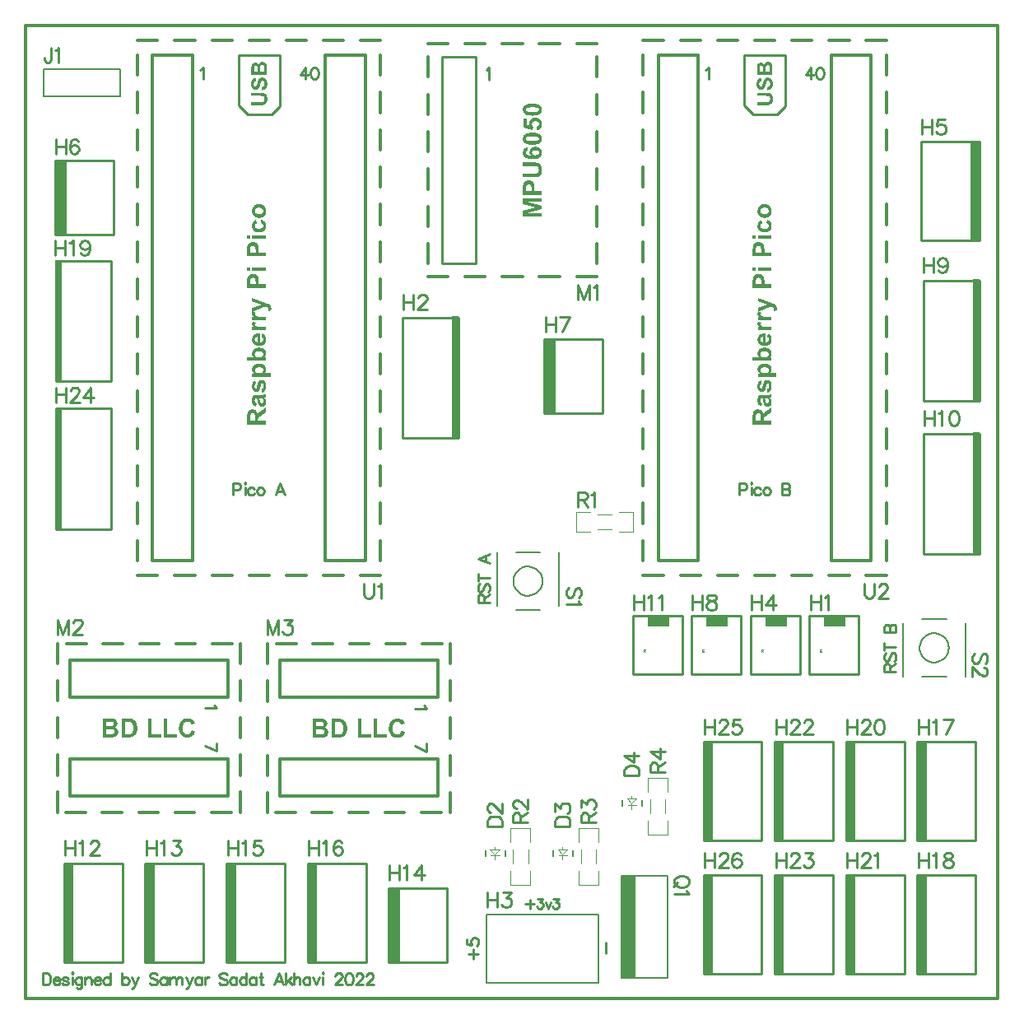
<source format=gto>
G04*
G04 #@! TF.GenerationSoftware,Altium Limited,Altium Designer,21.6.4 (81)*
G04*
G04 Layer_Color=65535*
%FSLAX25Y25*%
%MOIN*%
G70*
G04*
G04 #@! TF.SameCoordinates,CA042318-3998-41E2-BA40-933A6302EA5A*
G04*
G04*
G04 #@! TF.FilePolarity,Positive*
G04*
G01*
G75*
%ADD10C,0.00787*%
%ADD11C,0.01000*%
%ADD12C,0.01181*%
%ADD13C,0.00700*%
%ADD14C,0.00276*%
%ADD15C,0.00394*%
%ADD16R,0.03805X0.39990*%
%ADD17R,0.04471X0.29840*%
%ADD18R,0.08957X0.04063*%
%ADD19R,0.02730X0.49240*%
%ADD20R,0.05539X0.41503*%
G36*
X103845Y182282D02*
X103954Y182264D01*
X104081Y182246D01*
X104227Y182209D01*
X104373Y182155D01*
X104528Y182091D01*
X104546Y182082D01*
X104592Y182055D01*
X104665Y182009D01*
X104756Y181945D01*
X104865Y181872D01*
X104965Y181772D01*
X105075Y181672D01*
X105175Y181544D01*
X105184Y181526D01*
X105211Y181481D01*
X105257Y181408D01*
X105302Y181307D01*
X105357Y181180D01*
X105403Y181034D01*
X105448Y180870D01*
X105475Y180688D01*
Y180652D01*
X105484Y180615D01*
Y180524D01*
X105494Y180460D01*
Y180287D01*
X105503Y180178D01*
Y179905D01*
X105512Y179750D01*
Y177017D01*
X99208D01*
Y179786D01*
X99217Y179950D01*
X99226Y180132D01*
X99235Y180315D01*
X99253Y180488D01*
X99272Y180642D01*
Y180661D01*
X99281Y180706D01*
X99299Y180770D01*
X99326Y180861D01*
X99363Y180961D01*
X99408Y181071D01*
X99463Y181189D01*
X99536Y181298D01*
X99545Y181307D01*
X99572Y181344D01*
X99618Y181399D01*
X99672Y181472D01*
X99754Y181544D01*
X99845Y181626D01*
X99946Y181708D01*
X100064Y181781D01*
X100082Y181790D01*
X100119Y181809D01*
X100192Y181845D01*
X100283Y181881D01*
X100392Y181918D01*
X100510Y181954D01*
X100656Y181973D01*
X100802Y181982D01*
X100811D01*
X100820D01*
X100875D01*
X100957Y181973D01*
X101066Y181954D01*
X101194Y181918D01*
X101330Y181881D01*
X101467Y181818D01*
X101613Y181736D01*
X101631Y181727D01*
X101676Y181690D01*
X101740Y181635D01*
X101822Y181572D01*
X101904Y181481D01*
X102005Y181371D01*
X102086Y181244D01*
X102168Y181098D01*
Y181107D01*
X102178Y181125D01*
X102187Y181153D01*
X102196Y181189D01*
X102241Y181298D01*
X102305Y181426D01*
X102378Y181563D01*
X102478Y181718D01*
X102597Y181854D01*
X102742Y181982D01*
X102761Y181991D01*
X102815Y182027D01*
X102897Y182082D01*
X103007Y182137D01*
X103152Y182191D01*
X103307Y182246D01*
X103489Y182282D01*
X103690Y182291D01*
X103699D01*
X103708D01*
X103763D01*
X103845Y182282D01*
D02*
G37*
G36*
X103817Y175924D02*
X103881Y175914D01*
X104009Y175896D01*
X104173Y175860D01*
X104346Y175805D01*
X104519Y175723D01*
X104701Y175623D01*
X104710D01*
X104719Y175605D01*
X104774Y175568D01*
X104865Y175495D01*
X104965Y175404D01*
X105084Y175286D01*
X105193Y175131D01*
X105302Y174967D01*
X105403Y174767D01*
Y174757D01*
X105412Y174739D01*
X105421Y174712D01*
X105439Y174666D01*
X105457Y174612D01*
X105475Y174548D01*
X105494Y174475D01*
X105512Y174393D01*
X105539Y174293D01*
X105557Y174193D01*
X105594Y173956D01*
X105621Y173692D01*
X105630Y173400D01*
Y173282D01*
X105621Y173200D01*
X105612Y173099D01*
X105603Y172990D01*
X105585Y172863D01*
X105557Y172726D01*
X105494Y172425D01*
X105448Y172270D01*
X105403Y172125D01*
X105339Y171970D01*
X105266Y171824D01*
X105184Y171687D01*
X105084Y171560D01*
X105075Y171551D01*
X105056Y171532D01*
X105029Y171496D01*
X104983Y171460D01*
X104920Y171405D01*
X104847Y171350D01*
X104765Y171286D01*
X104674Y171223D01*
X104564Y171159D01*
X104446Y171095D01*
X104309Y171031D01*
X104164Y170968D01*
X104009Y170922D01*
X103836Y170868D01*
X103653Y170831D01*
X103462Y170804D01*
X103344Y172043D01*
X103353D01*
X103371Y172052D01*
X103407D01*
X103444Y172061D01*
X103553Y172097D01*
X103690Y172143D01*
X103845Y172197D01*
X103999Y172280D01*
X104136Y172371D01*
X104264Y172489D01*
X104273Y172507D01*
X104309Y172553D01*
X104355Y172626D01*
X104410Y172735D01*
X104464Y172872D01*
X104510Y173027D01*
X104546Y173209D01*
X104555Y173418D01*
Y173519D01*
X104537Y173628D01*
X104519Y173765D01*
X104491Y173910D01*
X104446Y174065D01*
X104382Y174211D01*
X104300Y174338D01*
X104291Y174357D01*
X104255Y174393D01*
X104200Y174439D01*
X104127Y174502D01*
X104036Y174557D01*
X103927Y174612D01*
X103817Y174648D01*
X103690Y174657D01*
X103681D01*
X103653D01*
X103608Y174648D01*
X103553Y174639D01*
X103498Y174621D01*
X103435Y174603D01*
X103371Y174566D01*
X103307Y174521D01*
X103298Y174512D01*
X103280Y174493D01*
X103252Y174466D01*
X103216Y174420D01*
X103171Y174357D01*
X103125Y174275D01*
X103079Y174183D01*
X103034Y174065D01*
Y174056D01*
X103016Y174020D01*
X102998Y173956D01*
X102979Y173910D01*
X102970Y173856D01*
X102952Y173792D01*
X102925Y173719D01*
X102906Y173637D01*
X102879Y173546D01*
X102852Y173436D01*
X102824Y173318D01*
X102788Y173190D01*
X102752Y173045D01*
Y173036D01*
X102742Y172999D01*
X102724Y172945D01*
X102706Y172881D01*
X102679Y172799D01*
X102651Y172699D01*
X102615Y172598D01*
X102578Y172480D01*
X102487Y172243D01*
X102378Y172015D01*
X102323Y171897D01*
X102260Y171797D01*
X102196Y171696D01*
X102132Y171615D01*
X102123Y171605D01*
X102105Y171587D01*
X102077Y171560D01*
X102041Y171523D01*
X101986Y171478D01*
X101923Y171432D01*
X101859Y171378D01*
X101777Y171332D01*
X101585Y171223D01*
X101367Y171132D01*
X101248Y171095D01*
X101130Y171068D01*
X100993Y171050D01*
X100857Y171041D01*
X100847D01*
X100838D01*
X100811D01*
X100775D01*
X100683Y171059D01*
X100565Y171077D01*
X100428Y171104D01*
X100274Y171150D01*
X100110Y171214D01*
X99955Y171305D01*
X99946D01*
X99936Y171314D01*
X99882Y171359D01*
X99809Y171414D01*
X99718Y171505D01*
X99618Y171615D01*
X99508Y171751D01*
X99408Y171906D01*
X99317Y172088D01*
Y172097D01*
X99308Y172116D01*
X99299Y172143D01*
X99281Y172179D01*
X99262Y172234D01*
X99244Y172289D01*
X99226Y172362D01*
X99199Y172443D01*
X99162Y172626D01*
X99126Y172835D01*
X99098Y173072D01*
X99089Y173336D01*
Y173446D01*
X99098Y173528D01*
X99107Y173628D01*
X99117Y173746D01*
X99135Y173865D01*
X99153Y174001D01*
X99217Y174293D01*
X99262Y174439D01*
X99308Y174584D01*
X99372Y174730D01*
X99445Y174867D01*
X99527Y174994D01*
X99618Y175113D01*
X99627Y175122D01*
X99645Y175140D01*
X99672Y175167D01*
X99709Y175204D01*
X99763Y175249D01*
X99827Y175304D01*
X99900Y175359D01*
X99982Y175423D01*
X100082Y175477D01*
X100182Y175532D01*
X100301Y175586D01*
X100428Y175632D01*
X100556Y175678D01*
X100702Y175714D01*
X100847Y175741D01*
X101012Y175750D01*
X101057Y174475D01*
X101048D01*
X101039D01*
X100975Y174457D01*
X100893Y174439D01*
X100793Y174402D01*
X100674Y174357D01*
X100565Y174293D01*
X100456Y174211D01*
X100365Y174120D01*
X100356Y174111D01*
X100328Y174074D01*
X100292Y174010D01*
X100255Y173919D01*
X100219Y173810D01*
X100182Y173673D01*
X100155Y173509D01*
X100146Y173318D01*
Y173227D01*
X100155Y173127D01*
X100173Y173008D01*
X100201Y172872D01*
X100246Y172726D01*
X100301Y172589D01*
X100383Y172462D01*
X100392Y172453D01*
X100410Y172434D01*
X100437Y172398D01*
X100483Y172362D01*
X100538Y172325D01*
X100611Y172289D01*
X100683Y172270D01*
X100775Y172261D01*
X100784D01*
X100811D01*
X100857Y172270D01*
X100902Y172289D01*
X100966Y172307D01*
X101030Y172334D01*
X101093Y172380D01*
X101157Y172443D01*
X101166Y172453D01*
X101194Y172498D01*
X101212Y172526D01*
X101230Y172571D01*
X101257Y172617D01*
X101285Y172680D01*
X101312Y172753D01*
X101348Y172835D01*
X101385Y172935D01*
X101421Y173036D01*
X101458Y173163D01*
X101494Y173300D01*
X101531Y173446D01*
X101576Y173610D01*
Y173619D01*
X101585Y173655D01*
X101594Y173701D01*
X101613Y173765D01*
X101631Y173837D01*
X101658Y173928D01*
X101686Y174029D01*
X101713Y174129D01*
X101786Y174347D01*
X101859Y174575D01*
X101941Y174794D01*
X101986Y174885D01*
X102032Y174976D01*
Y174985D01*
X102041Y174994D01*
X102077Y175049D01*
X102132Y175131D01*
X102205Y175231D01*
X102296Y175340D01*
X102405Y175459D01*
X102533Y175577D01*
X102679Y175678D01*
X102697Y175687D01*
X102752Y175714D01*
X102833Y175759D01*
X102952Y175805D01*
X103098Y175851D01*
X103271Y175896D01*
X103462Y175924D01*
X103681Y175933D01*
X103690D01*
X103708D01*
X103735D01*
X103772D01*
X103817Y175924D01*
D02*
G37*
G36*
X102916Y169783D02*
X103034D01*
X103152D01*
X103417Y169765D01*
X103690Y169747D01*
X103808Y169738D01*
X103927Y169720D01*
X104036Y169701D01*
X104136Y169683D01*
X104145D01*
X104154Y169674D01*
X104182D01*
X104209Y169665D01*
X104300Y169638D01*
X104410Y169601D01*
X104537Y169546D01*
X104665Y169483D01*
X104801Y169401D01*
X104929Y169301D01*
X104947Y169291D01*
X104983Y169255D01*
X105038Y169191D01*
X105111Y169109D01*
X105193Y169000D01*
X105275Y168872D01*
X105366Y168727D01*
X105439Y168563D01*
Y168553D01*
X105448Y168544D01*
X105457Y168517D01*
X105466Y168481D01*
X105484Y168435D01*
X105503Y168380D01*
X105521Y168308D01*
X105530Y168235D01*
X105567Y168062D01*
X105603Y167852D01*
X105621Y167615D01*
X105630Y167351D01*
Y167205D01*
X105621Y167123D01*
Y167041D01*
X105612Y166941D01*
X105603Y166841D01*
X105585Y166622D01*
X105548Y166394D01*
X105494Y166167D01*
X105466Y166067D01*
X105430Y165975D01*
Y165966D01*
X105421Y165957D01*
X105393Y165902D01*
X105348Y165811D01*
X105284Y165711D01*
X105202Y165593D01*
X105111Y165465D01*
X105002Y165347D01*
X104883Y165237D01*
X104865Y165228D01*
X104829Y165192D01*
X104756Y165146D01*
X104665Y165092D01*
X104564Y165037D01*
X104446Y164973D01*
X104318Y164928D01*
X104182Y164882D01*
X104173D01*
X104154Y164873D01*
X104127D01*
X104081Y164864D01*
X104027Y164855D01*
X103954Y164846D01*
X103872Y164837D01*
X103781Y164828D01*
X103672Y164809D01*
X103553Y164800D01*
X103426Y164791D01*
X103280Y164782D01*
X103125Y164773D01*
X102952D01*
X102770Y164764D01*
X102578D01*
X99208D01*
Y166039D01*
X102633D01*
X102642D01*
X102670D01*
X102706D01*
X102761D01*
X102833D01*
X102906D01*
X103070Y166048D01*
X103252D01*
X103426Y166057D01*
X103508Y166067D01*
X103580D01*
X103635Y166076D01*
X103690Y166085D01*
X103708D01*
X103754Y166103D01*
X103826Y166130D01*
X103918Y166167D01*
X104018Y166212D01*
X104118Y166285D01*
X104227Y166367D01*
X104318Y166467D01*
X104327Y166486D01*
X104355Y166522D01*
X104391Y166595D01*
X104428Y166686D01*
X104473Y166814D01*
X104510Y166959D01*
X104537Y167123D01*
X104546Y167315D01*
Y167406D01*
X104537Y167497D01*
X104519Y167615D01*
X104491Y167752D01*
X104455Y167879D01*
X104400Y168016D01*
X104327Y168125D01*
X104318Y168134D01*
X104291Y168171D01*
X104245Y168217D01*
X104182Y168271D01*
X104100Y168326D01*
X104009Y168380D01*
X103908Y168426D01*
X103790Y168453D01*
X103772D01*
X103726Y168462D01*
X103644Y168472D01*
X103535Y168490D01*
X103462D01*
X103380Y168499D01*
X103289D01*
X103198Y168508D01*
X103089D01*
X102970Y168517D01*
X102843D01*
X102706D01*
X99208D01*
Y169792D01*
X102533D01*
X102542D01*
X102578D01*
X102642D01*
X102715D01*
X102806D01*
X102916Y169783D01*
D02*
G37*
G36*
X102507Y124764D02*
X102616Y124753D01*
X102737Y124731D01*
X102879Y124709D01*
X103021Y124677D01*
X103185Y124633D01*
X103349Y124578D01*
X103524Y124513D01*
X103698Y124436D01*
X103873Y124338D01*
X104037Y124228D01*
X104201Y124108D01*
X104365Y123966D01*
X104376Y123955D01*
X104398Y123933D01*
X104442Y123890D01*
X104496Y123824D01*
X104551Y123748D01*
X104616Y123649D01*
X104693Y123540D01*
X104770Y123420D01*
X104846Y123277D01*
X104923Y123125D01*
X104988Y122960D01*
X105043Y122775D01*
X105097Y122589D01*
X105141Y122381D01*
X105163Y122174D01*
X105174Y121944D01*
Y121868D01*
X105163Y121813D01*
Y121747D01*
X105152Y121671D01*
X105130Y121485D01*
X105087Y121255D01*
X105032Y121015D01*
X104944Y120764D01*
X104835Y120501D01*
Y120490D01*
X104824Y120468D01*
X104802Y120436D01*
X104770Y120392D01*
X104693Y120272D01*
X104584Y120119D01*
X104442Y119955D01*
X104267Y119780D01*
X104070Y119616D01*
X103840Y119463D01*
X103830D01*
X103808Y119452D01*
X103775Y119430D01*
X103720Y119408D01*
X103655Y119386D01*
X103578Y119354D01*
X103491Y119321D01*
X103392Y119288D01*
X103283Y119255D01*
X103163Y119222D01*
X102890Y119168D01*
X102573Y119124D01*
X102234Y119113D01*
X102223D01*
X102201D01*
X102157D01*
X102114Y119124D01*
X102048D01*
X101971Y119135D01*
X101786Y119157D01*
X101578Y119201D01*
X101348Y119266D01*
X101097Y119343D01*
X100846Y119463D01*
X100835D01*
X100813Y119485D01*
X100780Y119496D01*
X100736Y119528D01*
X100616Y119616D01*
X100463Y119725D01*
X100299Y119867D01*
X100124Y120042D01*
X99960Y120239D01*
X99807Y120468D01*
Y120479D01*
X99796Y120501D01*
X99774Y120534D01*
X99753Y120589D01*
X99720Y120643D01*
X99698Y120720D01*
X99665Y120807D01*
X99621Y120895D01*
X99556Y121113D01*
X99501Y121365D01*
X99458Y121638D01*
X99447Y121933D01*
Y122053D01*
X99458Y122141D01*
X99468Y122250D01*
X99490Y122370D01*
X99512Y122512D01*
X99545Y122654D01*
X99589Y122818D01*
X99643Y122982D01*
X99709Y123146D01*
X99786Y123321D01*
X99884Y123496D01*
X99993Y123660D01*
X100113Y123824D01*
X100256Y123977D01*
X100266Y123988D01*
X100288Y124010D01*
X100343Y124054D01*
X100398Y124097D01*
X100485Y124163D01*
X100572Y124228D01*
X100693Y124305D01*
X100813Y124381D01*
X100955Y124447D01*
X101108Y124523D01*
X101283Y124589D01*
X101458Y124655D01*
X101655Y124698D01*
X101851Y124742D01*
X102070Y124764D01*
X102299Y124775D01*
X102310D01*
X102354D01*
X102420D01*
X102507Y124764D01*
D02*
G37*
G36*
X103239Y118403D02*
X103294Y118392D01*
X103360Y118370D01*
X103436Y118337D01*
X103534Y118304D01*
X103753Y118217D01*
X103993Y118108D01*
X104234Y117955D01*
X104474Y117769D01*
X104584Y117659D01*
X104682Y117550D01*
Y117539D01*
X104704Y117517D01*
X104726Y117485D01*
X104759Y117441D01*
X104791Y117375D01*
X104835Y117299D01*
X104879Y117211D01*
X104923Y117102D01*
X104977Y116993D01*
X105021Y116862D01*
X105065Y116730D01*
X105097Y116577D01*
X105130Y116413D01*
X105152Y116239D01*
X105163Y116064D01*
X105174Y115867D01*
Y115747D01*
X105163Y115670D01*
X105152Y115572D01*
X105130Y115452D01*
X105108Y115321D01*
X105076Y115178D01*
X105043Y115025D01*
X104988Y114872D01*
X104934Y114708D01*
X104857Y114555D01*
X104770Y114391D01*
X104671Y114238D01*
X104551Y114096D01*
X104420Y113954D01*
X104409Y113943D01*
X104387Y113921D01*
X104343Y113889D01*
X104278Y113845D01*
X104201Y113790D01*
X104114Y113725D01*
X104005Y113670D01*
X103873Y113604D01*
X103731Y113528D01*
X103578Y113473D01*
X103403Y113408D01*
X103217Y113353D01*
X103010Y113309D01*
X102802Y113277D01*
X102562Y113255D01*
X102321Y113244D01*
X102310D01*
X102267D01*
X102190D01*
X102103Y113255D01*
X101982Y113266D01*
X101851Y113277D01*
X101709Y113298D01*
X101545Y113331D01*
X101206Y113419D01*
X101031Y113473D01*
X100857Y113539D01*
X100682Y113626D01*
X100518Y113725D01*
X100365Y113834D01*
X100212Y113954D01*
X100201Y113965D01*
X100179Y113987D01*
X100146Y114031D01*
X100092Y114085D01*
X100037Y114162D01*
X99971Y114249D01*
X99895Y114348D01*
X99829Y114468D01*
X99753Y114599D01*
X99687Y114741D01*
X99621Y114905D01*
X99567Y115080D01*
X99512Y115255D01*
X99479Y115463D01*
X99458Y115670D01*
X99447Y115889D01*
Y115987D01*
X99458Y116053D01*
Y116140D01*
X99468Y116239D01*
X99479Y116348D01*
X99501Y116468D01*
X99556Y116719D01*
X99633Y116982D01*
X99742Y117244D01*
X99884Y117485D01*
Y117496D01*
X99906Y117506D01*
X99928Y117539D01*
X99960Y117583D01*
X100059Y117681D01*
X100201Y117813D01*
X100387Y117955D01*
X100605Y118097D01*
X100868Y118228D01*
X101174Y118337D01*
X101436Y116905D01*
X101414D01*
X101370Y116894D01*
X101294Y116873D01*
X101196Y116840D01*
X101097Y116785D01*
X100988Y116730D01*
X100889Y116654D01*
X100802Y116567D01*
X100791Y116556D01*
X100769Y116523D01*
X100736Y116468D01*
X100693Y116392D01*
X100649Y116293D01*
X100616Y116184D01*
X100594Y116053D01*
X100583Y115911D01*
Y115889D01*
X100594Y115823D01*
X100605Y115725D01*
X100627Y115594D01*
X100682Y115463D01*
X100747Y115321D01*
X100835Y115178D01*
X100966Y115047D01*
X100988Y115036D01*
X101042Y115004D01*
X101130Y114949D01*
X101261Y114894D01*
X101436Y114829D01*
X101534Y114807D01*
X101644Y114785D01*
X101775Y114763D01*
X101906Y114741D01*
X102059Y114730D01*
X102212D01*
X102223D01*
X102256D01*
X102310D01*
X102376Y114741D01*
X102452D01*
X102540Y114752D01*
X102758Y114774D01*
X102988Y114807D01*
X103217Y114872D01*
X103425Y114949D01*
X103513Y115004D01*
X103600Y115058D01*
X103622Y115069D01*
X103666Y115124D01*
X103720Y115189D01*
X103797Y115288D01*
X103873Y115419D01*
X103928Y115561D01*
X103972Y115736D01*
X103993Y115933D01*
Y115998D01*
X103983Y116075D01*
X103961Y116173D01*
X103939Y116282D01*
X103895Y116392D01*
X103840Y116501D01*
X103764Y116610D01*
X103753Y116621D01*
X103720Y116654D01*
X103666Y116698D01*
X103578Y116763D01*
X103469Y116829D01*
X103327Y116883D01*
X103152Y116949D01*
X102955Y116993D01*
X103196Y118414D01*
X103207D01*
X103239Y118403D01*
D02*
G37*
G36*
X105054Y110621D02*
X99567D01*
Y112074D01*
X105054D01*
Y110621D01*
D02*
G37*
G36*
X98835D02*
X97490D01*
Y112074D01*
X98835D01*
Y110621D01*
D02*
G37*
G36*
X99993Y109374D02*
X100070D01*
X100223Y109353D01*
X100408Y109320D01*
X100616Y109276D01*
X100813Y109211D01*
X100999Y109123D01*
X101021Y109112D01*
X101075Y109079D01*
X101163Y109025D01*
X101272Y108948D01*
X101381Y108861D01*
X101512Y108741D01*
X101633Y108620D01*
X101742Y108478D01*
X101753Y108456D01*
X101786Y108413D01*
X101829Y108336D01*
X101884Y108238D01*
X101950Y108118D01*
X102004Y107986D01*
X102059Y107844D01*
X102103Y107691D01*
Y107669D01*
X102114Y107637D01*
Y107593D01*
X102125Y107538D01*
X102135Y107462D01*
X102146Y107385D01*
Y107287D01*
X102157Y107188D01*
X102168Y107068D01*
X102179Y106937D01*
X102190Y106795D01*
Y106642D01*
X102201Y106478D01*
Y105123D01*
X105054D01*
Y103593D01*
X97490D01*
Y106380D01*
X97501Y106500D01*
Y106784D01*
X97523Y107090D01*
X97545Y107396D01*
X97556Y107527D01*
X97567Y107659D01*
X97588Y107768D01*
X97610Y107855D01*
Y107866D01*
X97621Y107888D01*
X97632Y107921D01*
X97643Y107965D01*
X97698Y108085D01*
X97763Y108238D01*
X97862Y108402D01*
X97993Y108588D01*
X98157Y108762D01*
X98354Y108937D01*
X98365D01*
X98375Y108959D01*
X98408Y108981D01*
X98452Y109003D01*
X98518Y109047D01*
X98583Y109079D01*
X98660Y109123D01*
X98747Y109167D01*
X98966Y109243D01*
X99206Y109320D01*
X99501Y109364D01*
X99818Y109386D01*
X99829D01*
X99851D01*
X99884D01*
X99938D01*
X99993Y109374D01*
D02*
G37*
G36*
X105054Y97690D02*
X99567D01*
Y99144D01*
X105054D01*
Y97690D01*
D02*
G37*
G36*
X98835D02*
X97490D01*
Y99144D01*
X98835D01*
Y97690D01*
D02*
G37*
G36*
X99993Y96444D02*
X100070D01*
X100223Y96422D01*
X100408Y96390D01*
X100616Y96346D01*
X100813Y96280D01*
X100999Y96193D01*
X101021Y96182D01*
X101075Y96149D01*
X101163Y96095D01*
X101272Y96018D01*
X101381Y95931D01*
X101512Y95810D01*
X101633Y95690D01*
X101742Y95548D01*
X101753Y95526D01*
X101786Y95482D01*
X101829Y95406D01*
X101884Y95308D01*
X101950Y95187D01*
X102004Y95056D01*
X102059Y94914D01*
X102103Y94761D01*
Y94739D01*
X102114Y94706D01*
Y94663D01*
X102125Y94608D01*
X102135Y94532D01*
X102146Y94455D01*
Y94357D01*
X102157Y94258D01*
X102168Y94138D01*
X102179Y94007D01*
X102190Y93865D01*
Y93712D01*
X102201Y93548D01*
Y92193D01*
X105054D01*
Y90662D01*
X97490D01*
Y93449D01*
X97501Y93570D01*
Y93854D01*
X97523Y94160D01*
X97545Y94466D01*
X97556Y94597D01*
X97567Y94728D01*
X97588Y94838D01*
X97610Y94925D01*
Y94936D01*
X97621Y94958D01*
X97632Y94991D01*
X97643Y95034D01*
X97698Y95155D01*
X97763Y95308D01*
X97862Y95472D01*
X97993Y95657D01*
X98157Y95832D01*
X98354Y96007D01*
X98365D01*
X98375Y96029D01*
X98408Y96051D01*
X98452Y96073D01*
X98518Y96116D01*
X98583Y96149D01*
X98660Y96193D01*
X98747Y96237D01*
X98966Y96313D01*
X99206Y96390D01*
X99501Y96433D01*
X99818Y96455D01*
X99829D01*
X99851D01*
X99884D01*
X99938D01*
X99993Y96444D01*
D02*
G37*
G36*
X104857Y84837D02*
X105797Y84487D01*
X105819Y84476D01*
X105874Y84454D01*
X105961Y84410D01*
X106070Y84367D01*
X106191Y84312D01*
X106311Y84246D01*
X106420Y84181D01*
X106529Y84115D01*
X106540Y84104D01*
X106573Y84083D01*
X106617Y84050D01*
X106682Y84006D01*
X106814Y83886D01*
X106945Y83722D01*
X106956Y83711D01*
X106966Y83678D01*
X106999Y83634D01*
X107032Y83569D01*
X107065Y83492D01*
X107109Y83405D01*
X107152Y83296D01*
X107185Y83175D01*
Y83164D01*
X107196Y83121D01*
X107218Y83055D01*
X107229Y82957D01*
X107251Y82847D01*
X107273Y82727D01*
X107283Y82585D01*
Y82367D01*
X107273Y82279D01*
Y82181D01*
X107262Y82050D01*
X107240Y81918D01*
X107185Y81623D01*
X106048Y81492D01*
Y81503D01*
X106059Y81547D01*
X106070Y81612D01*
X106081Y81700D01*
X106103Y81787D01*
X106114Y81897D01*
X106125Y82104D01*
Y82192D01*
X106103Y82279D01*
X106081Y82388D01*
X106048Y82509D01*
X105994Y82629D01*
X105917Y82749D01*
X105819Y82847D01*
X105808Y82858D01*
X105764Y82891D01*
X105699Y82935D01*
X105611Y82990D01*
X105502Y83044D01*
X105371Y83110D01*
X105229Y83164D01*
X105065Y83219D01*
X99567Y81142D01*
Y82683D01*
X103469Y83984D01*
X99567Y85274D01*
Y86771D01*
X104857Y84837D01*
D02*
G37*
G36*
X100988Y80738D02*
X100977Y80727D01*
X100955Y80672D01*
X100911Y80607D01*
X100868Y80519D01*
X100824Y80410D01*
X100780Y80301D01*
X100758Y80181D01*
X100747Y80060D01*
Y80016D01*
X100758Y79951D01*
X100769Y79885D01*
X100791Y79809D01*
X100824Y79721D01*
X100868Y79634D01*
X100922Y79547D01*
X100933Y79536D01*
X100955Y79514D01*
X100999Y79470D01*
X101064Y79426D01*
X101141Y79372D01*
X101250Y79317D01*
X101381Y79262D01*
X101534Y79219D01*
X101556D01*
X101589Y79208D01*
X101622Y79197D01*
X101676D01*
X101742Y79186D01*
X101829Y79175D01*
X101928Y79164D01*
X102037Y79153D01*
X102179Y79142D01*
X102321Y79131D01*
X102496D01*
X102682Y79120D01*
X102890Y79109D01*
X103119D01*
X103370D01*
X105054D01*
Y77656D01*
X99567D01*
Y79000D01*
X100343D01*
X100332Y79011D01*
X100266Y79055D01*
X100168Y79120D01*
X100048Y79208D01*
X99928Y79295D01*
X99807Y79404D01*
X99698Y79503D01*
X99621Y79612D01*
X99611Y79623D01*
X99589Y79656D01*
X99567Y79721D01*
X99534Y79798D01*
X99501Y79885D01*
X99468Y79995D01*
X99458Y80104D01*
X99447Y80235D01*
Y80323D01*
X99458Y80421D01*
X99479Y80541D01*
X99512Y80694D01*
X99567Y80858D01*
X99633Y81022D01*
X99731Y81197D01*
X100988Y80738D01*
D02*
G37*
G36*
Y76628D02*
X100977Y76617D01*
X100955Y76563D01*
X100911Y76497D01*
X100868Y76410D01*
X100824Y76300D01*
X100780Y76191D01*
X100758Y76071D01*
X100747Y75951D01*
Y75907D01*
X100758Y75841D01*
X100769Y75776D01*
X100791Y75699D01*
X100824Y75612D01*
X100868Y75524D01*
X100922Y75437D01*
X100933Y75426D01*
X100955Y75404D01*
X100999Y75360D01*
X101064Y75317D01*
X101141Y75262D01*
X101250Y75207D01*
X101381Y75153D01*
X101534Y75109D01*
X101556D01*
X101589Y75098D01*
X101622Y75087D01*
X101676D01*
X101742Y75076D01*
X101829Y75065D01*
X101928Y75054D01*
X102037Y75043D01*
X102179Y75033D01*
X102321Y75021D01*
X102496D01*
X102682Y75011D01*
X102890Y75000D01*
X103119D01*
X103370D01*
X105054D01*
Y73546D01*
X99567D01*
Y74890D01*
X100343D01*
X100332Y74901D01*
X100266Y74945D01*
X100168Y75011D01*
X100048Y75098D01*
X99928Y75186D01*
X99807Y75295D01*
X99698Y75393D01*
X99621Y75503D01*
X99611Y75513D01*
X99589Y75546D01*
X99567Y75612D01*
X99534Y75688D01*
X99501Y75776D01*
X99468Y75885D01*
X99458Y75994D01*
X99447Y76126D01*
Y76213D01*
X99458Y76311D01*
X99479Y76432D01*
X99512Y76585D01*
X99567Y76749D01*
X99633Y76912D01*
X99731Y77087D01*
X100988Y76628D01*
D02*
G37*
G36*
X102737Y68791D02*
X102747D01*
X102769D01*
X102802D01*
X102846Y68802D01*
X102955Y68813D01*
X103108Y68835D01*
X103261Y68879D01*
X103436Y68945D01*
X103600Y69021D01*
X103742Y69130D01*
X103753Y69141D01*
X103797Y69196D01*
X103851Y69261D01*
X103917Y69360D01*
X103983Y69480D01*
X104037Y69633D01*
X104081Y69797D01*
X104092Y69972D01*
Y70026D01*
X104081Y70092D01*
X104070Y70169D01*
X104048Y70256D01*
X104015Y70354D01*
X103972Y70453D01*
X103906Y70540D01*
X103895Y70551D01*
X103873Y70584D01*
X103830Y70628D01*
X103764Y70671D01*
X103677Y70737D01*
X103578Y70792D01*
X103447Y70846D01*
X103305Y70901D01*
X103545Y72344D01*
X103556D01*
X103578Y72333D01*
X103622Y72311D01*
X103677Y72289D01*
X103742Y72256D01*
X103819Y72224D01*
X103993Y72125D01*
X104190Y72005D01*
X104398Y71852D01*
X104584Y71666D01*
X104759Y71458D01*
Y71447D01*
X104780Y71437D01*
X104791Y71393D01*
X104824Y71349D01*
X104857Y71294D01*
X104890Y71218D01*
X104923Y71141D01*
X104966Y71043D01*
X105043Y70824D01*
X105108Y70573D01*
X105152Y70278D01*
X105174Y69961D01*
Y69895D01*
X105163Y69830D01*
Y69731D01*
X105141Y69611D01*
X105119Y69469D01*
X105097Y69316D01*
X105054Y69163D01*
X105010Y68988D01*
X104944Y68813D01*
X104868Y68638D01*
X104780Y68463D01*
X104671Y68289D01*
X104551Y68125D01*
X104409Y67983D01*
X104245Y67840D01*
X104234Y67830D01*
X104212Y67819D01*
X104168Y67797D01*
X104114Y67753D01*
X104037Y67720D01*
X103950Y67677D01*
X103851Y67622D01*
X103731Y67578D01*
X103600Y67524D01*
X103458Y67480D01*
X103305Y67425D01*
X103130Y67392D01*
X102955Y67360D01*
X102769Y67327D01*
X102562Y67316D01*
X102354Y67305D01*
X102343D01*
X102299D01*
X102223D01*
X102125Y67316D01*
X102015Y67327D01*
X101884Y67338D01*
X101742Y67360D01*
X101578Y67392D01*
X101239Y67480D01*
X101064Y67535D01*
X100879Y67600D01*
X100704Y67687D01*
X100540Y67786D01*
X100376Y67895D01*
X100223Y68015D01*
X100212Y68026D01*
X100190Y68048D01*
X100146Y68092D01*
X100102Y68147D01*
X100048Y68212D01*
X99982Y68300D01*
X99906Y68398D01*
X99829Y68507D01*
X99764Y68628D01*
X99687Y68770D01*
X99621Y68912D01*
X99567Y69076D01*
X99523Y69240D01*
X99479Y69425D01*
X99458Y69611D01*
X99447Y69808D01*
Y69928D01*
X99458Y70016D01*
X99468Y70114D01*
X99490Y70234D01*
X99512Y70365D01*
X99545Y70507D01*
X99589Y70661D01*
X99643Y70814D01*
X99709Y70977D01*
X99796Y71141D01*
X99884Y71294D01*
X99993Y71447D01*
X100124Y71601D01*
X100266Y71732D01*
X100277Y71742D01*
X100299Y71764D01*
X100354Y71797D01*
X100419Y71841D01*
X100507Y71896D01*
X100605Y71950D01*
X100736Y72016D01*
X100879Y72081D01*
X101042Y72147D01*
X101228Y72212D01*
X101425Y72267D01*
X101655Y72322D01*
X101895Y72365D01*
X102157Y72398D01*
X102430Y72420D01*
X102737D01*
Y68791D01*
D02*
G37*
G36*
X102485Y66562D02*
X102605Y66551D01*
X102737Y66540D01*
X102890Y66518D01*
X103053Y66485D01*
X103403Y66409D01*
X103578Y66354D01*
X103764Y66289D01*
X103939Y66212D01*
X104114Y66114D01*
X104267Y66015D01*
X104420Y65895D01*
X104431Y65884D01*
X104453Y65862D01*
X104485Y65829D01*
X104540Y65775D01*
X104595Y65709D01*
X104660Y65633D01*
X104726Y65545D01*
X104791Y65447D01*
X104868Y65327D01*
X104934Y65206D01*
X105054Y64922D01*
X105108Y64769D01*
X105141Y64616D01*
X105163Y64441D01*
X105174Y64266D01*
Y64190D01*
X105163Y64091D01*
X105141Y63971D01*
X105119Y63829D01*
X105076Y63676D01*
X105021Y63512D01*
X104944Y63337D01*
X104934Y63315D01*
X104901Y63261D01*
X104846Y63173D01*
X104770Y63064D01*
X104671Y62944D01*
X104562Y62813D01*
X104420Y62682D01*
X104256Y62550D01*
X105054D01*
Y61206D01*
X97490D01*
Y62660D01*
X100212D01*
X100201Y62671D01*
X100179Y62692D01*
X100146Y62725D01*
X100092Y62780D01*
X100037Y62845D01*
X99971Y62922D01*
X99895Y63010D01*
X99829Y63108D01*
X99687Y63337D01*
X99567Y63611D01*
X99512Y63753D01*
X99479Y63917D01*
X99458Y64081D01*
X99447Y64245D01*
Y64343D01*
X99458Y64408D01*
X99468Y64496D01*
X99490Y64594D01*
X99512Y64704D01*
X99534Y64835D01*
X99621Y65097D01*
X99687Y65228D01*
X99753Y65370D01*
X99840Y65512D01*
X99938Y65644D01*
X100048Y65775D01*
X100179Y65906D01*
X100190Y65917D01*
X100212Y65939D01*
X100256Y65971D01*
X100310Y66015D01*
X100387Y66059D01*
X100474Y66114D01*
X100583Y66179D01*
X100704Y66245D01*
X100846Y66299D01*
X100999Y66365D01*
X101174Y66420D01*
X101359Y66474D01*
X101556Y66507D01*
X101775Y66540D01*
X102004Y66562D01*
X102256Y66573D01*
X102267D01*
X102321D01*
X102387D01*
X102485Y66562D01*
D02*
G37*
G36*
X102518Y60102D02*
X102627Y60091D01*
X102758Y60080D01*
X102911Y60058D01*
X103065Y60026D01*
X103414Y59949D01*
X103589Y59894D01*
X103764Y59829D01*
X103939Y59752D01*
X104103Y59654D01*
X104267Y59556D01*
X104420Y59435D01*
X104431Y59424D01*
X104453Y59403D01*
X104485Y59370D01*
X104540Y59315D01*
X104595Y59250D01*
X104660Y59173D01*
X104726Y59086D01*
X104791Y58987D01*
X104868Y58867D01*
X104934Y58747D01*
X105054Y58473D01*
X105108Y58320D01*
X105141Y58157D01*
X105163Y57993D01*
X105174Y57818D01*
Y57741D01*
X105163Y57654D01*
X105152Y57544D01*
X105130Y57413D01*
X105097Y57271D01*
X105054Y57129D01*
X104999Y56987D01*
X104988Y56976D01*
X104966Y56921D01*
X104912Y56856D01*
X104846Y56757D01*
X104770Y56637D01*
X104660Y56517D01*
X104529Y56375D01*
X104376Y56222D01*
X107152D01*
Y54768D01*
X99567D01*
Y56124D01*
X100376D01*
X100354Y56134D01*
X100310Y56167D01*
X100234Y56233D01*
X100135Y56309D01*
X100026Y56408D01*
X99917Y56539D01*
X99807Y56670D01*
X99709Y56834D01*
X99698Y56856D01*
X99665Y56911D01*
X99621Y57009D01*
X99578Y57129D01*
X99534Y57271D01*
X99490Y57446D01*
X99458Y57632D01*
X99447Y57829D01*
Y57916D01*
X99458Y57993D01*
X99468Y58069D01*
X99490Y58167D01*
X99512Y58277D01*
X99545Y58386D01*
X99578Y58517D01*
X99633Y58637D01*
X99687Y58780D01*
X99764Y58911D01*
X99851Y59053D01*
X99949Y59184D01*
X100070Y59315D01*
X100201Y59446D01*
X100212Y59457D01*
X100234Y59479D01*
X100277Y59512D01*
X100343Y59556D01*
X100408Y59599D01*
X100507Y59654D01*
X100616Y59720D01*
X100736Y59785D01*
X100879Y59840D01*
X101031Y59905D01*
X101206Y59960D01*
X101392Y60015D01*
X101600Y60047D01*
X101807Y60080D01*
X102048Y60102D01*
X102288Y60113D01*
X102299D01*
X102343D01*
X102420D01*
X102518Y60102D01*
D02*
G37*
G36*
X103469Y53522D02*
X103524Y53511D01*
X103600Y53500D01*
X103786Y53457D01*
X103983Y53380D01*
X104092Y53325D01*
X104201Y53271D01*
X104311Y53194D01*
X104420Y53107D01*
X104529Y53009D01*
X104638Y52899D01*
X104649Y52888D01*
X104660Y52866D01*
X104682Y52834D01*
X104726Y52779D01*
X104759Y52713D01*
X104802Y52637D01*
X104857Y52539D01*
X104901Y52429D01*
X104955Y52309D01*
X104999Y52167D01*
X105054Y52014D01*
X105087Y51850D01*
X105119Y51664D01*
X105152Y51467D01*
X105163Y51260D01*
X105174Y51041D01*
Y50932D01*
X105163Y50855D01*
Y50757D01*
X105152Y50648D01*
X105141Y50527D01*
X105119Y50396D01*
X105065Y50112D01*
X104988Y49817D01*
X104879Y49522D01*
X104802Y49391D01*
X104726Y49259D01*
X104715Y49249D01*
X104704Y49227D01*
X104682Y49194D01*
X104638Y49161D01*
X104540Y49041D01*
X104398Y48910D01*
X104223Y48768D01*
X104015Y48636D01*
X103764Y48516D01*
X103491Y48418D01*
X103272Y49872D01*
X103294D01*
X103338Y49894D01*
X103414Y49915D01*
X103513Y49948D01*
X103622Y50003D01*
X103720Y50068D01*
X103830Y50145D01*
X103917Y50243D01*
X103928Y50254D01*
X103950Y50298D01*
X103983Y50363D01*
X104015Y50451D01*
X104059Y50560D01*
X104092Y50702D01*
X104114Y50855D01*
X104125Y51041D01*
Y51129D01*
X104114Y51238D01*
X104103Y51358D01*
X104081Y51489D01*
X104037Y51631D01*
X103993Y51762D01*
X103928Y51883D01*
X103917Y51894D01*
X103895Y51916D01*
X103862Y51948D01*
X103819Y51981D01*
X103764Y52014D01*
X103698Y52047D01*
X103622Y52069D01*
X103534Y52079D01*
X103524D01*
X103502D01*
X103436Y52069D01*
X103349Y52036D01*
X103261Y51970D01*
X103239Y51948D01*
X103228Y51916D01*
X103196Y51872D01*
X103174Y51806D01*
X103141Y51719D01*
X103108Y51620D01*
X103075Y51489D01*
Y51467D01*
X103053Y51413D01*
X103032Y51325D01*
X103010Y51205D01*
X102977Y51063D01*
X102933Y50910D01*
X102890Y50735D01*
X102835Y50549D01*
X102726Y50167D01*
X102671Y49981D01*
X102605Y49806D01*
X102551Y49642D01*
X102485Y49489D01*
X102420Y49358D01*
X102365Y49259D01*
X102354Y49249D01*
X102343Y49227D01*
X102321Y49205D01*
X102278Y49161D01*
X102179Y49052D01*
X102037Y48943D01*
X101862Y48822D01*
X101655Y48713D01*
X101534Y48669D01*
X101403Y48647D01*
X101272Y48626D01*
X101130Y48615D01*
X101119D01*
X101097D01*
X101064D01*
X101010Y48626D01*
X100955Y48636D01*
X100879Y48647D01*
X100715Y48680D01*
X100529Y48746D01*
X100332Y48855D01*
X100223Y48910D01*
X100124Y48986D01*
X100026Y49074D01*
X99938Y49172D01*
X99928Y49183D01*
X99917Y49194D01*
X99895Y49227D01*
X99862Y49281D01*
X99829Y49336D01*
X99786Y49413D01*
X99742Y49500D01*
X99687Y49598D01*
X99643Y49719D01*
X99600Y49850D01*
X99556Y49992D01*
X99523Y50145D01*
X99490Y50320D01*
X99468Y50506D01*
X99447Y50702D01*
Y51107D01*
X99458Y51194D01*
X99468Y51303D01*
X99479Y51424D01*
X99490Y51555D01*
X99534Y51828D01*
X99600Y52101D01*
X99698Y52364D01*
X99753Y52484D01*
X99818Y52593D01*
Y52604D01*
X99840Y52615D01*
X99884Y52681D01*
X99971Y52779D01*
X100092Y52888D01*
X100234Y53019D01*
X100419Y53140D01*
X100638Y53260D01*
X100889Y53347D01*
X101141Y51981D01*
X101130D01*
X101086Y51959D01*
X101031Y51937D01*
X100966Y51905D01*
X100879Y51861D01*
X100802Y51795D01*
X100725Y51730D01*
X100660Y51642D01*
X100649Y51631D01*
X100627Y51599D01*
X100605Y51544D01*
X100572Y51467D01*
X100540Y51369D01*
X100507Y51249D01*
X100496Y51107D01*
X100485Y50943D01*
Y50844D01*
X100496Y50746D01*
X100507Y50626D01*
X100529Y50484D01*
X100551Y50353D01*
X100594Y50232D01*
X100649Y50123D01*
Y50112D01*
X100671Y50101D01*
X100725Y50046D01*
X100824Y49981D01*
X100879Y49970D01*
X100944Y49959D01*
X100955D01*
X100966D01*
X101031Y49981D01*
X101119Y50025D01*
X101163Y50057D01*
X101206Y50101D01*
X101217Y50112D01*
X101228Y50156D01*
X101250Y50178D01*
X101261Y50221D01*
X101283Y50276D01*
X101316Y50342D01*
X101338Y50429D01*
X101370Y50516D01*
X101403Y50626D01*
X101436Y50757D01*
X101480Y50899D01*
X101523Y51063D01*
X101567Y51249D01*
X101622Y51456D01*
Y51467D01*
X101633Y51511D01*
X101644Y51566D01*
X101665Y51642D01*
X101698Y51741D01*
X101720Y51850D01*
X101797Y52090D01*
X101895Y52364D01*
X102004Y52626D01*
X102070Y52757D01*
X102125Y52877D01*
X102201Y52976D01*
X102267Y53074D01*
X102288Y53096D01*
X102332Y53151D01*
X102420Y53216D01*
X102540Y53304D01*
X102693Y53391D01*
X102879Y53457D01*
X103097Y53511D01*
X103338Y53533D01*
X103349D01*
X103370D01*
X103414D01*
X103469Y53522D01*
D02*
G37*
G36*
X105054Y46374D02*
X105043D01*
X105032Y46363D01*
X104988Y46352D01*
X104944Y46330D01*
X104890Y46308D01*
X104813Y46287D01*
X104726Y46265D01*
X104628Y46232D01*
X104616D01*
X104606Y46221D01*
X104562Y46210D01*
X104507Y46188D01*
X104464Y46177D01*
X104474Y46155D01*
X104518Y46112D01*
X104584Y46035D01*
X104660Y45937D01*
X104748Y45817D01*
X104846Y45685D01*
X104923Y45532D01*
X104999Y45379D01*
X105010Y45357D01*
X105021Y45303D01*
X105054Y45215D01*
X105087Y45106D01*
X105119Y44975D01*
X105141Y44822D01*
X105163Y44647D01*
X105174Y44472D01*
Y44396D01*
X105163Y44330D01*
Y44265D01*
X105152Y44177D01*
X105119Y43991D01*
X105065Y43773D01*
X104988Y43554D01*
X104879Y43336D01*
X104726Y43139D01*
X104715D01*
X104704Y43117D01*
X104638Y43062D01*
X104540Y42986D01*
X104409Y42898D01*
X104245Y42811D01*
X104048Y42734D01*
X103819Y42680D01*
X103698Y42669D01*
X103567Y42658D01*
X103545D01*
X103491D01*
X103403Y42669D01*
X103294Y42691D01*
X103163Y42713D01*
X103032Y42745D01*
X102890Y42800D01*
X102747Y42876D01*
X102726Y42887D01*
X102682Y42920D01*
X102616Y42964D01*
X102540Y43040D01*
X102452Y43117D01*
X102354Y43226D01*
X102267Y43346D01*
X102190Y43488D01*
X102179Y43510D01*
X102157Y43565D01*
X102125Y43652D01*
X102070Y43784D01*
X102015Y43948D01*
X101961Y44144D01*
X101906Y44385D01*
X101851Y44647D01*
Y44658D01*
X101840Y44691D01*
X101829Y44745D01*
X101819Y44811D01*
X101807Y44899D01*
X101786Y44997D01*
X101731Y45215D01*
X101676Y45445D01*
X101622Y45685D01*
X101556Y45893D01*
X101523Y45992D01*
X101491Y46068D01*
X101348D01*
X101327D01*
X101283D01*
X101206Y46057D01*
X101108Y46046D01*
X101010Y46013D01*
X100911Y45981D01*
X100824Y45926D01*
X100747Y45849D01*
X100736Y45838D01*
X100715Y45806D01*
X100693Y45751D01*
X100649Y45674D01*
X100616Y45565D01*
X100594Y45434D01*
X100572Y45270D01*
X100561Y45073D01*
Y45008D01*
X100572Y44942D01*
X100583Y44855D01*
X100605Y44756D01*
X100627Y44647D01*
X100671Y44549D01*
X100725Y44461D01*
X100736Y44450D01*
X100758Y44429D01*
X100791Y44385D01*
X100846Y44341D01*
X100922Y44276D01*
X101021Y44221D01*
X101130Y44166D01*
X101261Y44111D01*
X101021Y42811D01*
X101010D01*
X100988Y42822D01*
X100944Y42833D01*
X100889Y42855D01*
X100824Y42876D01*
X100747Y42909D01*
X100572Y42986D01*
X100387Y43095D01*
X100190Y43226D01*
X100004Y43379D01*
X99840Y43565D01*
Y43576D01*
X99818Y43587D01*
X99807Y43620D01*
X99774Y43663D01*
X99753Y43729D01*
X99720Y43795D01*
X99676Y43882D01*
X99643Y43969D01*
X99611Y44079D01*
X99567Y44199D01*
X99534Y44330D01*
X99512Y44483D01*
X99479Y44636D01*
X99468Y44811D01*
X99447Y44986D01*
Y45347D01*
X99458Y45423D01*
Y45511D01*
X99479Y45729D01*
X99501Y45959D01*
X99545Y46199D01*
X99611Y46429D01*
X99643Y46527D01*
X99687Y46625D01*
Y46636D01*
X99698Y46647D01*
X99731Y46702D01*
X99774Y46789D01*
X99840Y46888D01*
X99928Y47008D01*
X100026Y47117D01*
X100146Y47216D01*
X100266Y47303D01*
X100288Y47314D01*
X100332Y47336D01*
X100430Y47369D01*
X100485Y47380D01*
X100561Y47401D01*
X100638Y47423D01*
X100736Y47434D01*
X100846Y47456D01*
X100966Y47467D01*
X101097Y47478D01*
X101239Y47489D01*
X101392Y47500D01*
X101567D01*
X103261Y47478D01*
X103272D01*
X103294D01*
X103327D01*
X103381D01*
X103513D01*
X103666Y47489D01*
X103840D01*
X104015Y47511D01*
X104190Y47522D01*
X104332Y47543D01*
X104343D01*
X104387Y47554D01*
X104464Y47576D01*
X104551Y47598D01*
X104660Y47642D01*
X104780Y47686D01*
X104912Y47740D01*
X105054Y47806D01*
Y46374D01*
D02*
G37*
G36*
Y40395D02*
X103414Y39302D01*
X103403Y39291D01*
X103370Y39280D01*
X103327Y39248D01*
X103272Y39204D01*
X103207Y39160D01*
X103119Y39106D01*
X102944Y38985D01*
X102747Y38843D01*
X102573Y38712D01*
X102409Y38592D01*
X102354Y38537D01*
X102299Y38493D01*
X102288Y38482D01*
X102267Y38461D01*
X102223Y38417D01*
X102168Y38362D01*
X102125Y38286D01*
X102070Y38209D01*
X102026Y38122D01*
X101982Y38034D01*
Y38023D01*
X101971Y37991D01*
X101950Y37936D01*
X101939Y37849D01*
X101917Y37739D01*
X101906Y37608D01*
X101895Y37455D01*
Y36963D01*
X105054D01*
Y35433D01*
X97490D01*
Y38843D01*
X97501Y38942D01*
Y39062D01*
X97512Y39182D01*
Y39324D01*
X97545Y39608D01*
X97578Y39903D01*
X97632Y40177D01*
X97665Y40297D01*
X97698Y40406D01*
Y40417D01*
X97709Y40428D01*
X97742Y40494D01*
X97796Y40592D01*
X97862Y40723D01*
X97971Y40865D01*
X98091Y41007D01*
X98244Y41150D01*
X98430Y41281D01*
X98441D01*
X98452Y41292D01*
X98485Y41313D01*
X98518Y41335D01*
X98627Y41390D01*
X98769Y41456D01*
X98944Y41510D01*
X99141Y41565D01*
X99370Y41609D01*
X99611Y41620D01*
X99621D01*
X99643D01*
X99698D01*
X99753Y41609D01*
X99829D01*
X99906Y41598D01*
X100102Y41554D01*
X100332Y41499D01*
X100561Y41412D01*
X100802Y41281D01*
X100911Y41204D01*
X101021Y41117D01*
X101031Y41106D01*
X101042Y41095D01*
X101075Y41062D01*
X101108Y41018D01*
X101152Y40975D01*
X101206Y40909D01*
X101261Y40832D01*
X101316Y40745D01*
X101381Y40647D01*
X101436Y40527D01*
X101491Y40406D01*
X101545Y40275D01*
X101600Y40122D01*
X101644Y39969D01*
X101687Y39805D01*
X101720Y39619D01*
Y39630D01*
X101731Y39641D01*
X101775Y39707D01*
X101829Y39794D01*
X101906Y39903D01*
X102004Y40035D01*
X102103Y40166D01*
X102223Y40308D01*
X102354Y40428D01*
X102365Y40439D01*
X102420Y40494D01*
X102507Y40559D01*
X102638Y40658D01*
X102802Y40789D01*
X102911Y40854D01*
X103021Y40931D01*
X103141Y41018D01*
X103272Y41106D01*
X103425Y41204D01*
X103578Y41302D01*
X105054Y42232D01*
Y40395D01*
D02*
G37*
G36*
X-46108Y-83593D02*
X-45987Y-83604D01*
X-45856Y-83625D01*
X-45703Y-83647D01*
X-45539Y-83680D01*
X-45364Y-83724D01*
X-45179Y-83778D01*
X-44993Y-83844D01*
X-44796Y-83931D01*
X-44610Y-84019D01*
X-44435Y-84128D01*
X-44250Y-84259D01*
X-44086Y-84401D01*
X-44075D01*
X-44064Y-84423D01*
X-44031Y-84456D01*
X-43998Y-84489D01*
X-43955Y-84544D01*
X-43911Y-84609D01*
X-43791Y-84762D01*
X-43670Y-84959D01*
X-43539Y-85199D01*
X-43419Y-85473D01*
X-43310Y-85790D01*
X-44818Y-86150D01*
Y-86139D01*
X-44829Y-86128D01*
Y-86096D01*
X-44851Y-86052D01*
X-44883Y-85953D01*
X-44938Y-85822D01*
X-45015Y-85669D01*
X-45113Y-85516D01*
X-45244Y-85363D01*
X-45386Y-85232D01*
X-45408Y-85221D01*
X-45463Y-85177D01*
X-45550Y-85123D01*
X-45671Y-85057D01*
X-45823Y-84992D01*
X-45998Y-84937D01*
X-46195Y-84893D01*
X-46414Y-84882D01*
X-46490D01*
X-46556Y-84893D01*
X-46621Y-84904D01*
X-46709Y-84915D01*
X-46895Y-84959D01*
X-47113Y-85035D01*
X-47343Y-85145D01*
X-47463Y-85210D01*
X-47572Y-85287D01*
X-47682Y-85385D01*
X-47780Y-85494D01*
Y-85505D01*
X-47802Y-85527D01*
X-47824Y-85560D01*
X-47857Y-85615D01*
X-47900Y-85680D01*
X-47944Y-85757D01*
X-47988Y-85855D01*
X-48031Y-85964D01*
X-48086Y-86096D01*
X-48130Y-86238D01*
X-48173Y-86402D01*
X-48217Y-86576D01*
X-48250Y-86773D01*
X-48272Y-86981D01*
X-48283Y-87210D01*
X-48294Y-87462D01*
Y-87473D01*
Y-87527D01*
Y-87604D01*
X-48283Y-87691D01*
Y-87812D01*
X-48261Y-87954D01*
X-48250Y-88096D01*
X-48228Y-88260D01*
X-48162Y-88599D01*
X-48075Y-88937D01*
X-48020Y-89101D01*
X-47944Y-89254D01*
X-47867Y-89396D01*
X-47780Y-89517D01*
X-47769Y-89528D01*
X-47758Y-89539D01*
X-47725Y-89571D01*
X-47682Y-89615D01*
X-47572Y-89702D01*
X-47419Y-89812D01*
X-47234Y-89932D01*
X-47004Y-90019D01*
X-46742Y-90096D01*
X-46600Y-90107D01*
X-46446Y-90118D01*
X-46392D01*
X-46348Y-90107D01*
X-46228Y-90096D01*
X-46086Y-90074D01*
X-45933Y-90019D01*
X-45758Y-89954D01*
X-45583Y-89866D01*
X-45408Y-89735D01*
X-45386Y-89713D01*
X-45332Y-89659D01*
X-45255Y-89571D01*
X-45168Y-89440D01*
X-45058Y-89265D01*
X-44960Y-89058D01*
X-44862Y-88806D01*
X-44774Y-88511D01*
X-43288Y-88970D01*
Y-88981D01*
X-43299Y-89025D01*
X-43321Y-89090D01*
X-43353Y-89178D01*
X-43397Y-89276D01*
X-43441Y-89396D01*
X-43495Y-89528D01*
X-43561Y-89670D01*
X-43714Y-89965D01*
X-43911Y-90271D01*
X-44151Y-90566D01*
X-44282Y-90697D01*
X-44425Y-90817D01*
X-44435Y-90828D01*
X-44457Y-90839D01*
X-44501Y-90872D01*
X-44567Y-90916D01*
X-44643Y-90959D01*
X-44741Y-91003D01*
X-44851Y-91058D01*
X-44971Y-91113D01*
X-45113Y-91178D01*
X-45266Y-91233D01*
X-45430Y-91276D01*
X-45605Y-91320D01*
X-45791Y-91364D01*
X-45998Y-91397D01*
X-46206Y-91408D01*
X-46436Y-91418D01*
X-46501D01*
X-46578Y-91408D01*
X-46687Y-91397D01*
X-46807Y-91386D01*
X-46960Y-91364D01*
X-47124Y-91331D01*
X-47310Y-91287D01*
X-47496Y-91233D01*
X-47692Y-91167D01*
X-47900Y-91080D01*
X-48108Y-90981D01*
X-48316Y-90872D01*
X-48523Y-90730D01*
X-48720Y-90577D01*
X-48906Y-90391D01*
X-48917Y-90380D01*
X-48950Y-90347D01*
X-48993Y-90282D01*
X-49059Y-90205D01*
X-49124Y-90096D01*
X-49212Y-89976D01*
X-49299Y-89823D01*
X-49387Y-89648D01*
X-49474Y-89462D01*
X-49562Y-89254D01*
X-49649Y-89014D01*
X-49715Y-88762D01*
X-49780Y-88500D01*
X-49824Y-88205D01*
X-49857Y-87899D01*
X-49868Y-87571D01*
Y-87560D01*
Y-87549D01*
Y-87484D01*
X-49857Y-87385D01*
Y-87254D01*
X-49835Y-87101D01*
X-49813Y-86915D01*
X-49791Y-86719D01*
X-49747Y-86489D01*
X-49693Y-86260D01*
X-49627Y-86019D01*
X-49551Y-85779D01*
X-49452Y-85527D01*
X-49343Y-85287D01*
X-49212Y-85057D01*
X-49070Y-84839D01*
X-48895Y-84631D01*
X-48884Y-84620D01*
X-48851Y-84587D01*
X-48796Y-84533D01*
X-48720Y-84467D01*
X-48622Y-84390D01*
X-48501Y-84303D01*
X-48370Y-84205D01*
X-48206Y-84106D01*
X-48031Y-84008D01*
X-47846Y-83910D01*
X-47627Y-83822D01*
X-47408Y-83746D01*
X-47157Y-83680D01*
X-46906Y-83625D01*
X-46621Y-83593D01*
X-46337Y-83582D01*
X-46206D01*
X-46108Y-83593D01*
D02*
G37*
G36*
X-54491Y-90008D02*
X-50687Y-90008D01*
Y-91287D01*
X-56021Y-91287D01*
Y-83778D01*
X-54491D01*
Y-90008D01*
D02*
G37*
G36*
X-60951D02*
X-57147D01*
Y-91287D01*
X-62481D01*
Y-83778D01*
X-60951D01*
Y-90008D01*
D02*
G37*
G36*
X-69979Y-83735D02*
X-69771Y-83746D01*
X-69542Y-83757D01*
X-69301Y-83789D01*
X-69072Y-83822D01*
X-68864Y-83877D01*
X-68853D01*
X-68831Y-83888D01*
X-68798Y-83899D01*
X-68755Y-83910D01*
X-68624Y-83964D01*
X-68471Y-84041D01*
X-68296Y-84139D01*
X-68099Y-84259D01*
X-67913Y-84401D01*
X-67727Y-84576D01*
X-67716D01*
X-67705Y-84598D01*
X-67651Y-84664D01*
X-67563Y-84773D01*
X-67465Y-84915D01*
X-67345Y-85090D01*
X-67225Y-85298D01*
X-67104Y-85538D01*
X-67006Y-85800D01*
Y-85811D01*
X-66995Y-85833D01*
X-66984Y-85877D01*
X-66962Y-85932D01*
X-66951Y-85997D01*
X-66929Y-86085D01*
X-66908Y-86183D01*
X-66875Y-86292D01*
X-66853Y-86413D01*
X-66831Y-86555D01*
X-66809Y-86697D01*
X-66798Y-86861D01*
X-66765Y-87199D01*
X-66755Y-87582D01*
Y-87593D01*
Y-87626D01*
Y-87669D01*
Y-87735D01*
X-66765Y-87823D01*
Y-87910D01*
X-66776Y-88019D01*
X-66787Y-88139D01*
X-66809Y-88391D01*
X-66853Y-88653D01*
X-66918Y-88927D01*
X-66995Y-89189D01*
Y-89200D01*
X-67006Y-89222D01*
X-67028Y-89265D01*
X-67050Y-89331D01*
X-67071Y-89397D01*
X-67115Y-89473D01*
X-67203Y-89670D01*
X-67312Y-89877D01*
X-67454Y-90107D01*
X-67618Y-90325D01*
X-67804Y-90533D01*
X-67826Y-90555D01*
X-67880Y-90599D01*
X-67968Y-90664D01*
X-68088Y-90752D01*
X-68241Y-90850D01*
X-68416Y-90948D01*
X-68634Y-91047D01*
X-68875Y-91134D01*
X-68886D01*
X-68897Y-91145D01*
X-68929D01*
X-68962Y-91156D01*
X-69083Y-91178D01*
X-69236Y-91211D01*
X-69421Y-91244D01*
X-69651Y-91265D01*
X-69924Y-91276D01*
X-70219Y-91287D01*
X-73083D01*
Y-83724D01*
X-70066D01*
X-69979Y-83735D01*
D02*
G37*
G36*
X-77193D02*
X-76974Y-83746D01*
X-76755Y-83757D01*
X-76548Y-83778D01*
X-76362Y-83800D01*
X-76340D01*
X-76285Y-83811D01*
X-76209Y-83833D01*
X-76100Y-83866D01*
X-75979Y-83910D01*
X-75848Y-83964D01*
X-75706Y-84030D01*
X-75575Y-84117D01*
X-75564Y-84128D01*
X-75520Y-84161D01*
X-75455Y-84216D01*
X-75367Y-84281D01*
X-75280Y-84380D01*
X-75182Y-84489D01*
X-75083Y-84609D01*
X-74996Y-84751D01*
X-74985Y-84773D01*
X-74963Y-84817D01*
X-74919Y-84904D01*
X-74875Y-85014D01*
X-74832Y-85145D01*
X-74788Y-85287D01*
X-74766Y-85462D01*
X-74755Y-85637D01*
Y-85647D01*
Y-85658D01*
Y-85724D01*
X-74766Y-85822D01*
X-74788Y-85953D01*
X-74832Y-86106D01*
X-74875Y-86270D01*
X-74952Y-86434D01*
X-75050Y-86609D01*
X-75061Y-86631D01*
X-75105Y-86686D01*
X-75171Y-86762D01*
X-75247Y-86861D01*
X-75356Y-86959D01*
X-75488Y-87079D01*
X-75640Y-87178D01*
X-75815Y-87276D01*
X-75805D01*
X-75783Y-87287D01*
X-75750Y-87298D01*
X-75706Y-87309D01*
X-75575Y-87363D01*
X-75422Y-87440D01*
X-75258Y-87527D01*
X-75072Y-87648D01*
X-74908Y-87790D01*
X-74755Y-87965D01*
X-74744Y-87986D01*
X-74701Y-88052D01*
X-74635Y-88150D01*
X-74569Y-88282D01*
X-74504Y-88456D01*
X-74438Y-88642D01*
X-74395Y-88861D01*
X-74384Y-89101D01*
Y-89112D01*
Y-89123D01*
Y-89189D01*
X-74395Y-89287D01*
X-74416Y-89418D01*
X-74438Y-89571D01*
X-74482Y-89746D01*
X-74548Y-89921D01*
X-74624Y-90107D01*
X-74635Y-90129D01*
X-74668Y-90183D01*
X-74722Y-90271D01*
X-74799Y-90380D01*
X-74886Y-90511D01*
X-75007Y-90632D01*
X-75127Y-90763D01*
X-75280Y-90883D01*
X-75302Y-90894D01*
X-75356Y-90927D01*
X-75444Y-90981D01*
X-75564Y-91036D01*
X-75717Y-91101D01*
X-75892Y-91156D01*
X-76089Y-91211D01*
X-76307Y-91244D01*
X-76351D01*
X-76395Y-91255D01*
X-76504D01*
X-76581Y-91265D01*
X-76788D01*
X-76919Y-91276D01*
X-77247D01*
X-77433Y-91287D01*
X-80712D01*
Y-83724D01*
X-77389D01*
X-77193Y-83735D01*
D02*
G37*
G36*
X-131108Y-83494D02*
X-130988Y-83505D01*
X-130856Y-83527D01*
X-130703Y-83549D01*
X-130539Y-83582D01*
X-130365Y-83625D01*
X-130179Y-83680D01*
X-129993Y-83746D01*
X-129796Y-83833D01*
X-129610Y-83921D01*
X-129435Y-84030D01*
X-129250Y-84161D01*
X-129086Y-84303D01*
X-129075D01*
X-129064Y-84325D01*
X-129031Y-84358D01*
X-128998Y-84390D01*
X-128955Y-84445D01*
X-128911Y-84511D01*
X-128790Y-84664D01*
X-128670Y-84860D01*
X-128539Y-85101D01*
X-128419Y-85374D01*
X-128310Y-85691D01*
X-129818Y-86052D01*
Y-86041D01*
X-129829Y-86030D01*
Y-85997D01*
X-129851Y-85953D01*
X-129884Y-85855D01*
X-129938Y-85724D01*
X-130015Y-85571D01*
X-130113Y-85418D01*
X-130244Y-85265D01*
X-130386Y-85134D01*
X-130408Y-85123D01*
X-130463Y-85079D01*
X-130550Y-85024D01*
X-130670Y-84959D01*
X-130824Y-84893D01*
X-130998Y-84839D01*
X-131195Y-84795D01*
X-131414Y-84784D01*
X-131490D01*
X-131556Y-84795D01*
X-131621Y-84806D01*
X-131709Y-84817D01*
X-131895Y-84860D01*
X-132113Y-84937D01*
X-132343Y-85046D01*
X-132463Y-85112D01*
X-132572Y-85188D01*
X-132682Y-85287D01*
X-132780Y-85396D01*
Y-85407D01*
X-132802Y-85429D01*
X-132824Y-85462D01*
X-132857Y-85516D01*
X-132900Y-85582D01*
X-132944Y-85658D01*
X-132988Y-85757D01*
X-133031Y-85866D01*
X-133086Y-85997D01*
X-133130Y-86139D01*
X-133174Y-86303D01*
X-133217Y-86478D01*
X-133250Y-86675D01*
X-133272Y-86883D01*
X-133283Y-87112D01*
X-133294Y-87363D01*
Y-87374D01*
Y-87429D01*
Y-87506D01*
X-133283Y-87593D01*
Y-87713D01*
X-133261Y-87855D01*
X-133250Y-87997D01*
X-133228Y-88161D01*
X-133162Y-88500D01*
X-133075Y-88839D01*
X-133020Y-89003D01*
X-132944Y-89156D01*
X-132867Y-89298D01*
X-132780Y-89418D01*
X-132769Y-89429D01*
X-132758Y-89440D01*
X-132725Y-89473D01*
X-132682Y-89517D01*
X-132572Y-89604D01*
X-132419Y-89713D01*
X-132234Y-89834D01*
X-132004Y-89921D01*
X-131742Y-89998D01*
X-131599Y-90008D01*
X-131447Y-90019D01*
X-131392D01*
X-131348Y-90008D01*
X-131228Y-89998D01*
X-131086Y-89976D01*
X-130933Y-89921D01*
X-130758Y-89855D01*
X-130583Y-89768D01*
X-130408Y-89637D01*
X-130386Y-89615D01*
X-130332Y-89560D01*
X-130255Y-89473D01*
X-130168Y-89342D01*
X-130058Y-89167D01*
X-129960Y-88959D01*
X-129862Y-88708D01*
X-129774Y-88413D01*
X-128288Y-88872D01*
Y-88883D01*
X-128299Y-88926D01*
X-128321Y-88992D01*
X-128353Y-89079D01*
X-128397Y-89178D01*
X-128441Y-89298D01*
X-128495Y-89429D01*
X-128561Y-89571D01*
X-128714Y-89866D01*
X-128911Y-90172D01*
X-129151Y-90468D01*
X-129282Y-90599D01*
X-129425Y-90719D01*
X-129435Y-90730D01*
X-129457Y-90741D01*
X-129501Y-90774D01*
X-129567Y-90817D01*
X-129643Y-90861D01*
X-129741Y-90905D01*
X-129851Y-90959D01*
X-129971Y-91014D01*
X-130113Y-91080D01*
X-130266Y-91134D01*
X-130430Y-91178D01*
X-130605Y-91222D01*
X-130791Y-91265D01*
X-130998Y-91298D01*
X-131206Y-91309D01*
X-131436Y-91320D01*
X-131501D01*
X-131578Y-91309D01*
X-131687Y-91298D01*
X-131807Y-91287D01*
X-131960Y-91265D01*
X-132124Y-91233D01*
X-132310Y-91189D01*
X-132496Y-91134D01*
X-132693Y-91069D01*
X-132900Y-90981D01*
X-133108Y-90883D01*
X-133316Y-90774D01*
X-133523Y-90632D01*
X-133720Y-90478D01*
X-133906Y-90293D01*
X-133917Y-90282D01*
X-133949Y-90249D01*
X-133993Y-90183D01*
X-134059Y-90107D01*
X-134124Y-89998D01*
X-134212Y-89877D01*
X-134299Y-89724D01*
X-134387Y-89549D01*
X-134474Y-89364D01*
X-134562Y-89156D01*
X-134649Y-88915D01*
X-134715Y-88664D01*
X-134780Y-88402D01*
X-134824Y-88107D01*
X-134857Y-87801D01*
X-134868Y-87473D01*
Y-87462D01*
Y-87451D01*
Y-87385D01*
X-134857Y-87287D01*
Y-87156D01*
X-134835Y-87003D01*
X-134813Y-86817D01*
X-134791Y-86620D01*
X-134747Y-86391D01*
X-134693Y-86161D01*
X-134627Y-85921D01*
X-134551Y-85680D01*
X-134452Y-85429D01*
X-134343Y-85188D01*
X-134212Y-84959D01*
X-134070Y-84740D01*
X-133895Y-84532D01*
X-133884Y-84522D01*
X-133851Y-84489D01*
X-133797Y-84434D01*
X-133720Y-84369D01*
X-133622Y-84292D01*
X-133501Y-84205D01*
X-133370Y-84106D01*
X-133206Y-84008D01*
X-133031Y-83909D01*
X-132846Y-83811D01*
X-132627Y-83724D01*
X-132408Y-83647D01*
X-132157Y-83582D01*
X-131906Y-83527D01*
X-131621Y-83494D01*
X-131337Y-83483D01*
X-131206D01*
X-131108Y-83494D01*
D02*
G37*
G36*
X-139491Y-89910D02*
X-135687Y-89910D01*
Y-91189D01*
X-141021Y-91189D01*
Y-83680D01*
X-139491D01*
Y-89910D01*
D02*
G37*
G36*
X-145951D02*
X-142147D01*
Y-91189D01*
X-147481D01*
Y-83680D01*
X-145951D01*
Y-89910D01*
D02*
G37*
G36*
X-154979Y-83636D02*
X-154771Y-83647D01*
X-154542Y-83658D01*
X-154301Y-83691D01*
X-154072Y-83724D01*
X-153864Y-83778D01*
X-153853D01*
X-153831Y-83789D01*
X-153798Y-83800D01*
X-153755Y-83811D01*
X-153623Y-83866D01*
X-153471Y-83942D01*
X-153296Y-84041D01*
X-153099Y-84161D01*
X-152913Y-84303D01*
X-152727Y-84478D01*
X-152716D01*
X-152705Y-84500D01*
X-152651Y-84565D01*
X-152563Y-84675D01*
X-152465Y-84817D01*
X-152345Y-84992D01*
X-152225Y-85199D01*
X-152104Y-85440D01*
X-152006Y-85702D01*
Y-85713D01*
X-151995Y-85735D01*
X-151984Y-85779D01*
X-151962Y-85833D01*
X-151951Y-85899D01*
X-151929Y-85986D01*
X-151908Y-86085D01*
X-151875Y-86194D01*
X-151853Y-86314D01*
X-151831Y-86456D01*
X-151809Y-86598D01*
X-151798Y-86762D01*
X-151765Y-87101D01*
X-151754Y-87484D01*
Y-87495D01*
Y-87527D01*
Y-87571D01*
Y-87637D01*
X-151765Y-87724D01*
Y-87811D01*
X-151776Y-87921D01*
X-151787Y-88041D01*
X-151809Y-88292D01*
X-151853Y-88555D01*
X-151918Y-88828D01*
X-151995Y-89090D01*
Y-89101D01*
X-152006Y-89123D01*
X-152028Y-89167D01*
X-152050Y-89232D01*
X-152071Y-89298D01*
X-152115Y-89375D01*
X-152203Y-89571D01*
X-152312Y-89779D01*
X-152454Y-90008D01*
X-152618Y-90227D01*
X-152804Y-90435D01*
X-152826Y-90457D01*
X-152880Y-90500D01*
X-152968Y-90566D01*
X-153088Y-90653D01*
X-153241Y-90752D01*
X-153416Y-90850D01*
X-153634Y-90948D01*
X-153875Y-91036D01*
X-153886D01*
X-153897Y-91047D01*
X-153929D01*
X-153962Y-91058D01*
X-154083Y-91080D01*
X-154236Y-91112D01*
X-154421Y-91145D01*
X-154651Y-91167D01*
X-154924Y-91178D01*
X-155219Y-91189D01*
X-158083D01*
Y-83625D01*
X-155066D01*
X-154979Y-83636D01*
D02*
G37*
G36*
X-162193D02*
X-161974Y-83647D01*
X-161755Y-83658D01*
X-161548Y-83680D01*
X-161362Y-83702D01*
X-161340D01*
X-161285Y-83713D01*
X-161209Y-83735D01*
X-161100Y-83767D01*
X-160979Y-83811D01*
X-160848Y-83866D01*
X-160706Y-83931D01*
X-160575Y-84019D01*
X-160564Y-84030D01*
X-160520Y-84062D01*
X-160455Y-84117D01*
X-160367Y-84183D01*
X-160280Y-84281D01*
X-160181Y-84390D01*
X-160083Y-84511D01*
X-159996Y-84653D01*
X-159985Y-84675D01*
X-159963Y-84718D01*
X-159919Y-84806D01*
X-159876Y-84915D01*
X-159832Y-85046D01*
X-159788Y-85188D01*
X-159766Y-85363D01*
X-159755Y-85538D01*
Y-85549D01*
Y-85560D01*
Y-85625D01*
X-159766Y-85724D01*
X-159788Y-85855D01*
X-159832Y-86008D01*
X-159876Y-86172D01*
X-159952Y-86336D01*
X-160050Y-86511D01*
X-160061Y-86533D01*
X-160105Y-86587D01*
X-160171Y-86664D01*
X-160247Y-86762D01*
X-160356Y-86861D01*
X-160487Y-86981D01*
X-160641Y-87079D01*
X-160815Y-87178D01*
X-160804D01*
X-160783Y-87189D01*
X-160750Y-87199D01*
X-160706Y-87210D01*
X-160575Y-87265D01*
X-160422Y-87341D01*
X-160258Y-87429D01*
X-160072Y-87549D01*
X-159908Y-87691D01*
X-159755Y-87866D01*
X-159744Y-87888D01*
X-159701Y-87954D01*
X-159635Y-88052D01*
X-159569Y-88183D01*
X-159504Y-88358D01*
X-159438Y-88544D01*
X-159395Y-88762D01*
X-159384Y-89003D01*
Y-89014D01*
Y-89025D01*
Y-89090D01*
X-159395Y-89189D01*
X-159416Y-89320D01*
X-159438Y-89473D01*
X-159482Y-89648D01*
X-159548Y-89823D01*
X-159624Y-90008D01*
X-159635Y-90030D01*
X-159668Y-90085D01*
X-159722Y-90172D01*
X-159799Y-90282D01*
X-159886Y-90413D01*
X-160007Y-90533D01*
X-160127Y-90664D01*
X-160280Y-90785D01*
X-160302Y-90795D01*
X-160356Y-90828D01*
X-160444Y-90883D01*
X-160564Y-90938D01*
X-160717Y-91003D01*
X-160892Y-91058D01*
X-161089Y-91112D01*
X-161307Y-91145D01*
X-161351D01*
X-161395Y-91156D01*
X-161504D01*
X-161581Y-91167D01*
X-161788D01*
X-161919Y-91178D01*
X-162247D01*
X-162433Y-91189D01*
X-165712D01*
Y-83625D01*
X-162389D01*
X-162193Y-83636D01*
D02*
G37*
G36*
X77698Y-55702D02*
X77718D01*
X77738Y-55704D01*
X77761D01*
X77809Y-55710D01*
X77858Y-55715D01*
X77903Y-55724D01*
X77923Y-55730D01*
X77941Y-55735D01*
X77943D01*
X77945Y-55737D01*
X77956Y-55742D01*
X77972Y-55752D01*
X77994Y-55762D01*
X78018Y-55781D01*
X78041Y-55801D01*
X78065Y-55826D01*
X78087Y-55857D01*
Y-55859D01*
X78089Y-55861D01*
X78092Y-55866D01*
X78096Y-55872D01*
X78105Y-55890D01*
X78116Y-55914D01*
X78125Y-55943D01*
X78134Y-55975D01*
X78142Y-56014D01*
X78143Y-56054D01*
Y-56055D01*
Y-56059D01*
Y-56068D01*
X78142Y-56077D01*
Y-56090D01*
X78140Y-56103D01*
X78132Y-56135D01*
X78123Y-56174D01*
X78109Y-56212D01*
X78087Y-56252D01*
X78074Y-56270D01*
X78060Y-56288D01*
X78058Y-56290D01*
X78056Y-56292D01*
X78051Y-56297D01*
X78043Y-56303D01*
X78036Y-56310D01*
X78025Y-56319D01*
X78012Y-56328D01*
X77998Y-56338D01*
X77982Y-56349D01*
X77961Y-56358D01*
X77941Y-56367D01*
X77920Y-56376D01*
X77894Y-56385D01*
X77869Y-56392D01*
X77841Y-56399D01*
X77810Y-56405D01*
X77812D01*
X77814Y-56407D01*
X77825Y-56414D01*
X77839Y-56423D01*
X77858Y-56436D01*
X77880Y-56452D01*
X77901Y-56469D01*
X77925Y-56489D01*
X77945Y-56511D01*
X77947Y-56512D01*
X77956Y-56521D01*
X77967Y-56536D01*
X77983Y-56558D01*
X78005Y-56585D01*
X78016Y-56603D01*
X78029Y-56621D01*
X78043Y-56642D01*
X78058Y-56663D01*
X78074Y-56689D01*
X78091Y-56714D01*
X78245Y-56960D01*
X77940D01*
X77758Y-56687D01*
X77756Y-56685D01*
X77754Y-56680D01*
X77749Y-56672D01*
X77741Y-56663D01*
X77734Y-56652D01*
X77725Y-56638D01*
X77705Y-56609D01*
X77681Y-56576D01*
X77659Y-56547D01*
X77639Y-56520D01*
X77630Y-56511D01*
X77623Y-56501D01*
X77621Y-56499D01*
X77618Y-56496D01*
X77610Y-56489D01*
X77601Y-56480D01*
X77588Y-56472D01*
X77576Y-56463D01*
X77561Y-56456D01*
X77547Y-56449D01*
X77545D01*
X77539Y-56447D01*
X77530Y-56443D01*
X77516Y-56441D01*
X77497Y-56438D01*
X77476Y-56436D01*
X77450Y-56434D01*
X77368D01*
Y-56960D01*
X77113D01*
Y-55701D01*
X77681D01*
X77698Y-55702D01*
D02*
G37*
G36*
X53864D02*
X53884D01*
X53904Y-55704D01*
X53928D01*
X53975Y-55710D01*
X54024Y-55715D01*
X54070Y-55724D01*
X54090Y-55730D01*
X54108Y-55735D01*
X54110D01*
X54112Y-55737D01*
X54123Y-55742D01*
X54139Y-55752D01*
X54161Y-55762D01*
X54185Y-55781D01*
X54208Y-55801D01*
X54232Y-55826D01*
X54254Y-55857D01*
Y-55859D01*
X54255Y-55861D01*
X54259Y-55866D01*
X54263Y-55872D01*
X54272Y-55890D01*
X54283Y-55914D01*
X54292Y-55943D01*
X54301Y-55975D01*
X54308Y-56014D01*
X54310Y-56054D01*
Y-56055D01*
Y-56059D01*
Y-56068D01*
X54308Y-56077D01*
Y-56090D01*
X54307Y-56103D01*
X54299Y-56135D01*
X54290Y-56174D01*
X54276Y-56212D01*
X54254Y-56252D01*
X54241Y-56270D01*
X54226Y-56288D01*
X54225Y-56290D01*
X54223Y-56292D01*
X54217Y-56297D01*
X54210Y-56303D01*
X54203Y-56310D01*
X54192Y-56319D01*
X54179Y-56328D01*
X54164Y-56338D01*
X54148Y-56349D01*
X54128Y-56358D01*
X54108Y-56367D01*
X54086Y-56376D01*
X54061Y-56385D01*
X54035Y-56392D01*
X54008Y-56399D01*
X53977Y-56405D01*
X53979D01*
X53981Y-56407D01*
X53992Y-56414D01*
X54006Y-56423D01*
X54024Y-56436D01*
X54046Y-56452D01*
X54068Y-56469D01*
X54092Y-56489D01*
X54112Y-56511D01*
X54114Y-56512D01*
X54123Y-56521D01*
X54134Y-56536D01*
X54150Y-56558D01*
X54172Y-56585D01*
X54183Y-56603D01*
X54195Y-56621D01*
X54210Y-56642D01*
X54225Y-56663D01*
X54241Y-56689D01*
X54257Y-56714D01*
X54412Y-56960D01*
X54106D01*
X53924Y-56687D01*
X53922Y-56685D01*
X53921Y-56680D01*
X53915Y-56672D01*
X53908Y-56663D01*
X53901Y-56652D01*
X53891Y-56638D01*
X53872Y-56609D01*
X53848Y-56576D01*
X53826Y-56547D01*
X53806Y-56520D01*
X53797Y-56511D01*
X53790Y-56501D01*
X53788Y-56499D01*
X53784Y-56496D01*
X53777Y-56489D01*
X53768Y-56480D01*
X53755Y-56472D01*
X53742Y-56463D01*
X53728Y-56456D01*
X53713Y-56449D01*
X53711D01*
X53706Y-56447D01*
X53697Y-56443D01*
X53682Y-56441D01*
X53664Y-56438D01*
X53642Y-56436D01*
X53617Y-56434D01*
X53535D01*
Y-56960D01*
X53280D01*
Y-55701D01*
X53848D01*
X53864Y-55702D01*
D02*
G37*
G36*
X8642Y165405D02*
X8817Y165394D01*
X9025Y165373D01*
X9243Y165351D01*
X9484Y165329D01*
X9735Y165285D01*
X9997Y165230D01*
X10249Y165176D01*
X10500Y165099D01*
X10751Y165023D01*
X10981Y164913D01*
X11200Y164804D01*
X11385Y164673D01*
X11396Y164662D01*
X11418Y164640D01*
X11462Y164607D01*
X11506Y164564D01*
X11560Y164498D01*
X11626Y164422D01*
X11702Y164323D01*
X11768Y164225D01*
X11845Y164105D01*
X11921Y163984D01*
X11987Y163842D01*
X12041Y163689D01*
X12085Y163525D01*
X12129Y163339D01*
X12150Y163154D01*
X12161Y162957D01*
Y162913D01*
X12150Y162848D01*
Y162771D01*
X12140Y162684D01*
X12118Y162574D01*
X12096Y162454D01*
X12052Y162323D01*
X12008Y162181D01*
X11954Y162039D01*
X11888Y161886D01*
X11801Y161744D01*
X11713Y161591D01*
X11593Y161449D01*
X11473Y161307D01*
X11320Y161175D01*
X11309Y161164D01*
X11276Y161143D01*
X11221Y161110D01*
X11156Y161077D01*
X11057Y161022D01*
X10937Y160968D01*
X10784Y160902D01*
X10620Y160847D01*
X10424Y160782D01*
X10205Y160716D01*
X9954Y160662D01*
X9680Y160618D01*
X9374Y160574D01*
X9035Y160541D01*
X8675Y160520D01*
X8281Y160509D01*
X8270D01*
X8259D01*
X8227D01*
X8183D01*
X8074D01*
X7931Y160520D01*
X7757Y160530D01*
X7549Y160552D01*
X7330Y160574D01*
X7090Y160596D01*
X6838Y160640D01*
X6587Y160684D01*
X6325Y160749D01*
X6073Y160815D01*
X5833Y160902D01*
X5603Y161001D01*
X5385Y161110D01*
X5199Y161241D01*
X5188Y161252D01*
X5166Y161274D01*
X5122Y161307D01*
X5079Y161361D01*
X5013Y161416D01*
X4948Y161492D01*
X4882Y161591D01*
X4806Y161689D01*
X4729Y161809D01*
X4663Y161930D01*
X4598Y162072D01*
X4532Y162225D01*
X4489Y162389D01*
X4445Y162574D01*
X4423Y162760D01*
X4412Y162957D01*
Y163066D01*
X4423Y163143D01*
X4434Y163230D01*
X4456Y163339D01*
X4478Y163449D01*
X4510Y163580D01*
X4554Y163722D01*
X4609Y163853D01*
X4663Y163995D01*
X4740Y164137D01*
X4838Y164279D01*
X4937Y164422D01*
X5057Y164553D01*
X5199Y164673D01*
X5210Y164684D01*
X5243Y164706D01*
X5297Y164739D01*
X5374Y164793D01*
X5483Y164848D01*
X5614Y164913D01*
X5756Y164979D01*
X5942Y165045D01*
X6139Y165110D01*
X6368Y165187D01*
X6620Y165241D01*
X6904Y165296D01*
X7210Y165351D01*
X7538Y165383D01*
X7899Y165405D01*
X8292Y165416D01*
X8303D01*
X8314D01*
X8347D01*
X8391D01*
X8500D01*
X8642Y165405D01*
D02*
G37*
G36*
X9637Y159733D02*
X9724D01*
X9822Y159711D01*
X9932Y159700D01*
X10041Y159678D01*
X10303Y159612D01*
X10588Y159514D01*
X10740Y159448D01*
X10883Y159383D01*
X11025Y159295D01*
X11167Y159197D01*
X11178Y159186D01*
X11210Y159164D01*
X11254Y159121D01*
X11320Y159066D01*
X11396Y158989D01*
X11484Y158891D01*
X11571Y158782D01*
X11659Y158661D01*
X11757Y158519D01*
X11845Y158366D01*
X11932Y158202D01*
X12008Y158017D01*
X12074Y157820D01*
X12118Y157612D01*
X12150Y157383D01*
X12161Y157142D01*
Y157044D01*
X12150Y156967D01*
X12140Y156880D01*
X12129Y156771D01*
X12118Y156661D01*
X12096Y156530D01*
X12030Y156268D01*
X11921Y155973D01*
X11866Y155831D01*
X11790Y155689D01*
X11702Y155557D01*
X11604Y155426D01*
X11593Y155415D01*
X11582Y155393D01*
X11549Y155361D01*
X11506Y155317D01*
X11440Y155273D01*
X11374Y155208D01*
X11298Y155153D01*
X11210Y155087D01*
X11101Y155011D01*
X10992Y154945D01*
X10730Y154825D01*
X10435Y154716D01*
X10271Y154683D01*
X10096Y154650D01*
X9943Y156093D01*
X9965D01*
X10019Y156104D01*
X10118Y156126D01*
X10227Y156158D01*
X10347Y156202D01*
X10478Y156268D01*
X10598Y156355D01*
X10719Y156454D01*
X10730Y156465D01*
X10762Y156508D01*
X10806Y156574D01*
X10861Y156661D01*
X10915Y156760D01*
X10959Y156880D01*
X10992Y157022D01*
X11003Y157164D01*
Y157186D01*
X10992Y157240D01*
X10981Y157328D01*
X10959Y157437D01*
X10915Y157557D01*
X10850Y157689D01*
X10751Y157820D01*
X10631Y157940D01*
X10609Y157951D01*
X10566Y157995D01*
X10478Y158038D01*
X10347Y158104D01*
X10194Y158159D01*
X10008Y158213D01*
X9779Y158246D01*
X9516Y158257D01*
X9505D01*
X9484D01*
X9451D01*
X9396D01*
X9276Y158246D01*
X9123Y158213D01*
X8948Y158180D01*
X8773Y158126D01*
X8609Y158049D01*
X8467Y157940D01*
X8456Y157929D01*
X8412Y157885D01*
X8358Y157809D01*
X8281Y157721D01*
X8216Y157601D01*
X8161Y157459D01*
X8117Y157295D01*
X8106Y157120D01*
Y157055D01*
X8117Y157011D01*
X8139Y156902D01*
X8172Y156749D01*
X8238Y156574D01*
X8336Y156388D01*
X8401Y156290D01*
X8478Y156191D01*
X8565Y156093D01*
X8664Y155994D01*
X8500Y154825D01*
X4554Y155568D01*
Y159405D01*
X5909D01*
Y156661D01*
X7199Y156432D01*
Y156443D01*
X7188Y156454D01*
X7156Y156519D01*
X7123Y156617D01*
X7068Y156738D01*
X7024Y156891D01*
X6991Y157055D01*
X6959Y157240D01*
X6948Y157426D01*
Y157525D01*
X6959Y157590D01*
X6970Y157667D01*
X6981Y157765D01*
X7002Y157875D01*
X7035Y157995D01*
X7123Y158246D01*
X7177Y158388D01*
X7243Y158519D01*
X7330Y158661D01*
X7429Y158803D01*
X7538Y158935D01*
X7658Y159066D01*
X7669Y159077D01*
X7691Y159099D01*
X7735Y159131D01*
X7789Y159175D01*
X7855Y159219D01*
X7942Y159284D01*
X8041Y159339D01*
X8150Y159405D01*
X8270Y159470D01*
X8412Y159525D01*
X8565Y159590D01*
X8719Y159634D01*
X8893Y159678D01*
X9079Y159711D01*
X9276Y159733D01*
X9484Y159743D01*
X9494D01*
X9527D01*
X9571D01*
X9637Y159733D01*
D02*
G37*
G36*
X8642Y153645D02*
X8817Y153634D01*
X9025Y153612D01*
X9243Y153590D01*
X9484Y153568D01*
X9735Y153524D01*
X9997Y153470D01*
X10249Y153415D01*
X10500Y153339D01*
X10751Y153262D01*
X10981Y153153D01*
X11200Y153043D01*
X11385Y152912D01*
X11396Y152901D01*
X11418Y152880D01*
X11462Y152847D01*
X11506Y152803D01*
X11560Y152737D01*
X11626Y152661D01*
X11702Y152562D01*
X11768Y152464D01*
X11845Y152344D01*
X11921Y152224D01*
X11987Y152082D01*
X12041Y151929D01*
X12085Y151765D01*
X12129Y151579D01*
X12150Y151393D01*
X12161Y151196D01*
Y151153D01*
X12150Y151087D01*
Y151010D01*
X12140Y150923D01*
X12118Y150814D01*
X12096Y150694D01*
X12052Y150562D01*
X12008Y150420D01*
X11954Y150278D01*
X11888Y150125D01*
X11801Y149983D01*
X11713Y149830D01*
X11593Y149688D01*
X11473Y149546D01*
X11320Y149415D01*
X11309Y149404D01*
X11276Y149382D01*
X11221Y149349D01*
X11156Y149316D01*
X11057Y149262D01*
X10937Y149207D01*
X10784Y149141D01*
X10620Y149087D01*
X10424Y149021D01*
X10205Y148956D01*
X9954Y148901D01*
X9680Y148857D01*
X9374Y148813D01*
X9035Y148781D01*
X8675Y148759D01*
X8281Y148748D01*
X8270D01*
X8259D01*
X8227D01*
X8183D01*
X8074D01*
X7931Y148759D01*
X7757Y148770D01*
X7549Y148792D01*
X7330Y148813D01*
X7090Y148835D01*
X6838Y148879D01*
X6587Y148923D01*
X6325Y148988D01*
X6073Y149054D01*
X5833Y149141D01*
X5603Y149240D01*
X5385Y149349D01*
X5199Y149480D01*
X5188Y149491D01*
X5166Y149513D01*
X5122Y149546D01*
X5079Y149601D01*
X5013Y149655D01*
X4948Y149732D01*
X4882Y149830D01*
X4806Y149928D01*
X4729Y150049D01*
X4663Y150169D01*
X4598Y150311D01*
X4532Y150464D01*
X4489Y150628D01*
X4445Y150814D01*
X4423Y150999D01*
X4412Y151196D01*
Y151305D01*
X4423Y151382D01*
X4434Y151470D01*
X4456Y151579D01*
X4478Y151688D01*
X4510Y151819D01*
X4554Y151961D01*
X4609Y152093D01*
X4663Y152235D01*
X4740Y152377D01*
X4838Y152519D01*
X4937Y152661D01*
X5057Y152792D01*
X5199Y152912D01*
X5210Y152923D01*
X5243Y152945D01*
X5297Y152978D01*
X5374Y153033D01*
X5483Y153087D01*
X5614Y153153D01*
X5756Y153218D01*
X5942Y153284D01*
X6139Y153349D01*
X6368Y153426D01*
X6620Y153481D01*
X6904Y153535D01*
X7210Y153590D01*
X7538Y153623D01*
X7899Y153645D01*
X8292Y153656D01*
X8303D01*
X8314D01*
X8347D01*
X8391D01*
X8500D01*
X8642Y153645D01*
D02*
G37*
G36*
X9790Y147917D02*
X9888Y147906D01*
X9997Y147895D01*
X10128Y147873D01*
X10260Y147841D01*
X10566Y147764D01*
X10719Y147710D01*
X10872Y147633D01*
X11025Y147557D01*
X11178Y147469D01*
X11331Y147360D01*
X11462Y147240D01*
X11473Y147229D01*
X11495Y147207D01*
X11528Y147174D01*
X11571Y147119D01*
X11626Y147054D01*
X11681Y146966D01*
X11746Y146879D01*
X11812Y146770D01*
X11877Y146649D01*
X11943Y146518D01*
X11998Y146376D01*
X12052Y146212D01*
X12096Y146048D01*
X12129Y145873D01*
X12150Y145687D01*
X12161Y145491D01*
Y145436D01*
X12150Y145381D01*
Y145305D01*
X12129Y145207D01*
X12118Y145086D01*
X12085Y144966D01*
X12052Y144824D01*
X12008Y144682D01*
X11943Y144529D01*
X11877Y144365D01*
X11790Y144212D01*
X11691Y144048D01*
X11571Y143895D01*
X11429Y143742D01*
X11276Y143600D01*
X11265Y143589D01*
X11232Y143567D01*
X11178Y143534D01*
X11101Y143491D01*
X11003Y143425D01*
X10883Y143370D01*
X10740Y143305D01*
X10577Y143239D01*
X10380Y143163D01*
X10172Y143097D01*
X9932Y143043D01*
X9658Y142988D01*
X9374Y142933D01*
X9057Y142900D01*
X8719Y142878D01*
X8347Y142868D01*
X8336D01*
X8325D01*
X8292D01*
X8259D01*
X8150D01*
X8008Y142878D01*
X7833Y142889D01*
X7636Y142911D01*
X7418Y142933D01*
X7188Y142966D01*
X6948Y142999D01*
X6696Y143053D01*
X6445Y143119D01*
X6194Y143195D01*
X5964Y143283D01*
X5735Y143381D01*
X5527Y143501D01*
X5341Y143633D01*
X5330Y143644D01*
X5297Y143666D01*
X5254Y143709D01*
X5199Y143775D01*
X5122Y143851D01*
X5046Y143939D01*
X4959Y144048D01*
X4871Y144168D01*
X4795Y144310D01*
X4707Y144452D01*
X4631Y144627D01*
X4554Y144802D01*
X4499Y144988D01*
X4456Y145196D01*
X4423Y145403D01*
X4412Y145633D01*
Y145720D01*
X4423Y145775D01*
Y145852D01*
X4434Y145939D01*
X4478Y146136D01*
X4532Y146354D01*
X4620Y146595D01*
X4740Y146835D01*
X4817Y146944D01*
X4904Y147054D01*
Y147065D01*
X4926Y147076D01*
X4959Y147108D01*
X4991Y147141D01*
X5046Y147196D01*
X5101Y147240D01*
X5254Y147360D01*
X5461Y147480D01*
X5702Y147600D01*
X5975Y147710D01*
X6303Y147786D01*
X6456Y146387D01*
X6434D01*
X6390Y146376D01*
X6314Y146354D01*
X6216Y146332D01*
X6117Y146300D01*
X6008Y146245D01*
X5909Y146190D01*
X5822Y146114D01*
X5811Y146103D01*
X5789Y146070D01*
X5756Y146026D01*
X5713Y145961D01*
X5680Y145884D01*
X5647Y145786D01*
X5625Y145666D01*
X5614Y145545D01*
Y145524D01*
X5625Y145469D01*
X5636Y145381D01*
X5669Y145272D01*
X5713Y145152D01*
X5789Y145021D01*
X5888Y144890D01*
X6030Y144769D01*
X6052Y144758D01*
X6073Y144737D01*
X6117Y144715D01*
X6161Y144693D01*
X6226Y144660D01*
X6303Y144638D01*
X6401Y144606D01*
X6511Y144562D01*
X6631Y144529D01*
X6773Y144496D01*
X6926Y144463D01*
X7101Y144431D01*
X7298Y144409D01*
X7516Y144387D01*
X7746Y144365D01*
X7735Y144376D01*
X7713Y144387D01*
X7691Y144420D01*
X7647Y144463D01*
X7593Y144518D01*
X7538Y144584D01*
X7418Y144737D01*
X7309Y144933D01*
X7199Y145163D01*
X7156Y145294D01*
X7134Y145425D01*
X7112Y145567D01*
X7101Y145720D01*
Y145808D01*
X7112Y145873D01*
X7123Y145950D01*
X7134Y146037D01*
X7156Y146147D01*
X7188Y146256D01*
X7276Y146496D01*
X7330Y146627D01*
X7396Y146759D01*
X7473Y146890D01*
X7571Y147021D01*
X7680Y147152D01*
X7800Y147272D01*
X7811Y147283D01*
X7833Y147305D01*
X7866Y147338D01*
X7921Y147371D01*
X7997Y147425D01*
X8074Y147480D01*
X8172Y147535D01*
X8281Y147600D01*
X8401Y147666D01*
X8544Y147721D01*
X8686Y147775D01*
X8850Y147830D01*
X9014Y147863D01*
X9199Y147895D01*
X9385Y147917D01*
X9593Y147928D01*
X9604D01*
X9647D01*
X9702D01*
X9790Y147917D01*
D02*
G37*
G36*
X8904Y141567D02*
X9046D01*
X9189D01*
X9505Y141545D01*
X9833Y141523D01*
X9975Y141512D01*
X10118Y141490D01*
X10249Y141469D01*
X10369Y141447D01*
X10380D01*
X10391Y141436D01*
X10424D01*
X10456Y141425D01*
X10566Y141392D01*
X10697Y141348D01*
X10850Y141283D01*
X11003Y141206D01*
X11167Y141108D01*
X11320Y140988D01*
X11342Y140977D01*
X11385Y140933D01*
X11451Y140857D01*
X11538Y140758D01*
X11637Y140627D01*
X11735Y140474D01*
X11845Y140299D01*
X11932Y140102D01*
Y140091D01*
X11943Y140080D01*
X11954Y140048D01*
X11965Y140004D01*
X11987Y139949D01*
X12008Y139884D01*
X12030Y139796D01*
X12041Y139709D01*
X12085Y139501D01*
X12129Y139250D01*
X12150Y138966D01*
X12161Y138649D01*
Y138474D01*
X12150Y138375D01*
Y138277D01*
X12140Y138157D01*
X12129Y138037D01*
X12107Y137774D01*
X12063Y137501D01*
X11998Y137228D01*
X11965Y137108D01*
X11921Y136998D01*
Y136987D01*
X11910Y136976D01*
X11877Y136911D01*
X11823Y136801D01*
X11746Y136681D01*
X11648Y136539D01*
X11538Y136386D01*
X11407Y136244D01*
X11265Y136113D01*
X11243Y136102D01*
X11200Y136058D01*
X11112Y136003D01*
X11003Y135938D01*
X10883Y135872D01*
X10740Y135796D01*
X10588Y135741D01*
X10424Y135687D01*
X10413D01*
X10391Y135676D01*
X10358D01*
X10303Y135665D01*
X10238Y135654D01*
X10150Y135643D01*
X10052Y135632D01*
X9943Y135621D01*
X9811Y135599D01*
X9669Y135588D01*
X9516Y135577D01*
X9341Y135566D01*
X9156Y135555D01*
X8948D01*
X8729Y135545D01*
X8500D01*
X4456D01*
Y137075D01*
X8565D01*
X8576D01*
X8609D01*
X8653D01*
X8719D01*
X8806D01*
X8893D01*
X9090Y137086D01*
X9309D01*
X9516Y137097D01*
X9615Y137108D01*
X9702D01*
X9768Y137118D01*
X9833Y137129D01*
X9855D01*
X9910Y137151D01*
X9997Y137184D01*
X10107Y137228D01*
X10227Y137282D01*
X10347Y137370D01*
X10478Y137468D01*
X10588Y137588D01*
X10598Y137610D01*
X10631Y137654D01*
X10675Y137741D01*
X10719Y137851D01*
X10773Y138004D01*
X10817Y138179D01*
X10850Y138375D01*
X10861Y138605D01*
Y138714D01*
X10850Y138823D01*
X10828Y138966D01*
X10795Y139129D01*
X10751Y139283D01*
X10686Y139446D01*
X10598Y139578D01*
X10588Y139589D01*
X10555Y139632D01*
X10500Y139687D01*
X10424Y139752D01*
X10325Y139818D01*
X10216Y139884D01*
X10096Y139938D01*
X9954Y139971D01*
X9932D01*
X9877Y139982D01*
X9779Y139993D01*
X9647Y140015D01*
X9560D01*
X9462Y140026D01*
X9352D01*
X9243Y140037D01*
X9112D01*
X8970Y140048D01*
X8817D01*
X8653D01*
X4456D01*
Y141578D01*
X8445D01*
X8456D01*
X8500D01*
X8576D01*
X8664D01*
X8773D01*
X8904Y141567D01*
D02*
G37*
G36*
X6959Y134299D02*
X7035D01*
X7188Y134277D01*
X7374Y134244D01*
X7582Y134200D01*
X7779Y134134D01*
X7964Y134047D01*
X7986Y134036D01*
X8041Y134003D01*
X8128Y133949D01*
X8238Y133872D01*
X8347Y133785D01*
X8478Y133665D01*
X8598Y133544D01*
X8708Y133402D01*
X8719Y133380D01*
X8751Y133337D01*
X8795Y133260D01*
X8850Y133162D01*
X8915Y133042D01*
X8970Y132910D01*
X9025Y132768D01*
X9068Y132615D01*
Y132593D01*
X9079Y132561D01*
Y132517D01*
X9090Y132462D01*
X9101Y132386D01*
X9112Y132309D01*
Y132211D01*
X9123Y132113D01*
X9134Y131992D01*
X9145Y131861D01*
X9156Y131719D01*
Y131566D01*
X9167Y131402D01*
Y130047D01*
X12019D01*
Y128516D01*
X4456D01*
Y131304D01*
X4467Y131424D01*
Y131708D01*
X4489Y132014D01*
X4510Y132320D01*
X4521Y132451D01*
X4532Y132582D01*
X4554Y132692D01*
X4576Y132779D01*
Y132790D01*
X4587Y132812D01*
X4598Y132845D01*
X4609Y132888D01*
X4663Y133009D01*
X4729Y133162D01*
X4827Y133326D01*
X4959Y133511D01*
X5122Y133686D01*
X5319Y133861D01*
X5330D01*
X5341Y133883D01*
X5374Y133905D01*
X5418Y133927D01*
X5483Y133971D01*
X5549Y134003D01*
X5625Y134047D01*
X5713Y134091D01*
X5931Y134167D01*
X6172Y134244D01*
X6467Y134288D01*
X6784Y134309D01*
X6795D01*
X6817D01*
X6849D01*
X6904D01*
X6959Y134299D01*
D02*
G37*
G36*
X12019Y125555D02*
X6073Y125543D01*
X12019Y124057D01*
Y122582D01*
X6073Y121095D01*
X12019D01*
Y119685D01*
X4456D01*
Y121969D01*
X9626Y123325D01*
X4456Y124669D01*
Y126964D01*
X12019D01*
Y125555D01*
D02*
G37*
G36*
X-102217Y124764D02*
X-102108Y124753D01*
X-101988Y124731D01*
X-101846Y124709D01*
X-101704Y124677D01*
X-101540Y124633D01*
X-101376Y124578D01*
X-101201Y124513D01*
X-101026Y124436D01*
X-100851Y124338D01*
X-100687Y124228D01*
X-100523Y124108D01*
X-100359Y123966D01*
X-100348Y123955D01*
X-100327Y123933D01*
X-100283Y123890D01*
X-100228Y123824D01*
X-100173Y123748D01*
X-100108Y123649D01*
X-100031Y123540D01*
X-99955Y123420D01*
X-99878Y123277D01*
X-99802Y123125D01*
X-99736Y122960D01*
X-99682Y122775D01*
X-99627Y122589D01*
X-99583Y122381D01*
X-99561Y122174D01*
X-99550Y121944D01*
Y121868D01*
X-99561Y121813D01*
Y121747D01*
X-99572Y121671D01*
X-99594Y121485D01*
X-99638Y121255D01*
X-99692Y121015D01*
X-99780Y120764D01*
X-99889Y120501D01*
Y120490D01*
X-99900Y120468D01*
X-99922Y120436D01*
X-99955Y120392D01*
X-100031Y120272D01*
X-100141Y120119D01*
X-100283Y119955D01*
X-100458Y119780D01*
X-100654Y119616D01*
X-100884Y119463D01*
X-100895D01*
X-100917Y119452D01*
X-100950Y119430D01*
X-101004Y119408D01*
X-101070Y119386D01*
X-101146Y119354D01*
X-101234Y119321D01*
X-101332Y119288D01*
X-101441Y119255D01*
X-101561Y119222D01*
X-101835Y119168D01*
X-102152Y119124D01*
X-102491Y119113D01*
X-102501D01*
X-102523D01*
X-102567D01*
X-102611Y119124D01*
X-102676D01*
X-102753Y119135D01*
X-102939Y119157D01*
X-103146Y119201D01*
X-103376Y119266D01*
X-103627Y119343D01*
X-103879Y119463D01*
X-103890D01*
X-103911Y119485D01*
X-103944Y119496D01*
X-103988Y119528D01*
X-104108Y119616D01*
X-104261Y119725D01*
X-104425Y119867D01*
X-104600Y120042D01*
X-104764Y120239D01*
X-104917Y120468D01*
Y120479D01*
X-104928Y120501D01*
X-104950Y120534D01*
X-104972Y120589D01*
X-105005Y120643D01*
X-105026Y120720D01*
X-105059Y120807D01*
X-105103Y120895D01*
X-105168Y121113D01*
X-105223Y121365D01*
X-105267Y121638D01*
X-105278Y121933D01*
Y122053D01*
X-105267Y122141D01*
X-105256Y122250D01*
X-105234Y122370D01*
X-105212Y122512D01*
X-105179Y122654D01*
X-105136Y122818D01*
X-105081Y122982D01*
X-105015Y123146D01*
X-104939Y123321D01*
X-104841Y123496D01*
X-104731Y123660D01*
X-104611Y123824D01*
X-104469Y123977D01*
X-104458Y123988D01*
X-104436Y124010D01*
X-104382Y124054D01*
X-104327Y124097D01*
X-104239Y124163D01*
X-104152Y124228D01*
X-104032Y124305D01*
X-103911Y124381D01*
X-103769Y124447D01*
X-103616Y124523D01*
X-103442Y124589D01*
X-103267Y124655D01*
X-103070Y124698D01*
X-102873Y124742D01*
X-102655Y124764D01*
X-102425Y124775D01*
X-102414D01*
X-102370D01*
X-102305D01*
X-102217Y124764D01*
D02*
G37*
G36*
X-101485Y118403D02*
X-101430Y118392D01*
X-101365Y118370D01*
X-101288Y118337D01*
X-101190Y118304D01*
X-100971Y118217D01*
X-100731Y118108D01*
X-100490Y117955D01*
X-100250Y117769D01*
X-100141Y117659D01*
X-100042Y117550D01*
Y117539D01*
X-100020Y117517D01*
X-99999Y117485D01*
X-99966Y117441D01*
X-99933Y117375D01*
X-99889Y117299D01*
X-99845Y117211D01*
X-99802Y117102D01*
X-99747Y116993D01*
X-99703Y116862D01*
X-99660Y116730D01*
X-99627Y116577D01*
X-99594Y116413D01*
X-99572Y116239D01*
X-99561Y116064D01*
X-99550Y115867D01*
Y115747D01*
X-99561Y115670D01*
X-99572Y115572D01*
X-99594Y115452D01*
X-99616Y115321D01*
X-99649Y115178D01*
X-99682Y115025D01*
X-99736Y114872D01*
X-99791Y114708D01*
X-99867Y114555D01*
X-99955Y114391D01*
X-100053Y114238D01*
X-100173Y114096D01*
X-100305Y113954D01*
X-100315Y113943D01*
X-100337Y113921D01*
X-100381Y113889D01*
X-100447Y113845D01*
X-100523Y113790D01*
X-100611Y113725D01*
X-100720Y113670D01*
X-100851Y113604D01*
X-100993Y113528D01*
X-101146Y113473D01*
X-101321Y113408D01*
X-101507Y113353D01*
X-101715Y113309D01*
X-101922Y113277D01*
X-102163Y113255D01*
X-102403Y113244D01*
X-102414D01*
X-102458D01*
X-102534D01*
X-102622Y113255D01*
X-102742Y113266D01*
X-102873Y113277D01*
X-103015Y113298D01*
X-103179Y113331D01*
X-103518Y113419D01*
X-103693Y113473D01*
X-103868Y113539D01*
X-104043Y113626D01*
X-104207Y113725D01*
X-104360Y113834D01*
X-104513Y113954D01*
X-104524Y113965D01*
X-104545Y113987D01*
X-104578Y114031D01*
X-104633Y114085D01*
X-104688Y114162D01*
X-104753Y114249D01*
X-104830Y114348D01*
X-104895Y114468D01*
X-104972Y114599D01*
X-105037Y114741D01*
X-105103Y114905D01*
X-105157Y115080D01*
X-105212Y115255D01*
X-105245Y115463D01*
X-105267Y115670D01*
X-105278Y115889D01*
Y115987D01*
X-105267Y116053D01*
Y116140D01*
X-105256Y116239D01*
X-105245Y116348D01*
X-105223Y116468D01*
X-105168Y116719D01*
X-105092Y116982D01*
X-104983Y117244D01*
X-104841Y117485D01*
Y117496D01*
X-104819Y117506D01*
X-104797Y117539D01*
X-104764Y117583D01*
X-104666Y117681D01*
X-104524Y117813D01*
X-104338Y117955D01*
X-104119Y118097D01*
X-103857Y118228D01*
X-103551Y118337D01*
X-103288Y116905D01*
X-103310D01*
X-103354Y116894D01*
X-103431Y116873D01*
X-103529Y116840D01*
X-103627Y116785D01*
X-103737Y116730D01*
X-103835Y116654D01*
X-103922Y116567D01*
X-103933Y116556D01*
X-103955Y116523D01*
X-103988Y116468D01*
X-104032Y116392D01*
X-104076Y116293D01*
X-104108Y116184D01*
X-104130Y116053D01*
X-104141Y115911D01*
Y115889D01*
X-104130Y115823D01*
X-104119Y115725D01*
X-104097Y115594D01*
X-104043Y115463D01*
X-103977Y115321D01*
X-103890Y115178D01*
X-103759Y115047D01*
X-103737Y115036D01*
X-103682Y115004D01*
X-103595Y114949D01*
X-103463Y114894D01*
X-103288Y114829D01*
X-103190Y114807D01*
X-103081Y114785D01*
X-102950Y114763D01*
X-102819Y114741D01*
X-102665Y114730D01*
X-102513D01*
X-102501D01*
X-102469D01*
X-102414D01*
X-102348Y114741D01*
X-102272D01*
X-102185Y114752D01*
X-101966Y114774D01*
X-101736Y114807D01*
X-101507Y114872D01*
X-101299Y114949D01*
X-101212Y115004D01*
X-101124Y115058D01*
X-101102Y115069D01*
X-101059Y115124D01*
X-101004Y115189D01*
X-100928Y115288D01*
X-100851Y115419D01*
X-100796Y115561D01*
X-100753Y115736D01*
X-100731Y115933D01*
Y115998D01*
X-100742Y116075D01*
X-100764Y116173D01*
X-100786Y116282D01*
X-100829Y116392D01*
X-100884Y116501D01*
X-100960Y116610D01*
X-100971Y116621D01*
X-101004Y116654D01*
X-101059Y116698D01*
X-101146Y116763D01*
X-101256Y116829D01*
X-101398Y116883D01*
X-101573Y116949D01*
X-101769Y116993D01*
X-101529Y118414D01*
X-101518D01*
X-101485Y118403D01*
D02*
G37*
G36*
X-99671Y110621D02*
X-105157D01*
Y112074D01*
X-99671D01*
Y110621D01*
D02*
G37*
G36*
X-105890D02*
X-107234D01*
Y112074D01*
X-105890D01*
Y110621D01*
D02*
G37*
G36*
X-104731Y109374D02*
X-104655D01*
X-104502Y109353D01*
X-104316Y109320D01*
X-104108Y109276D01*
X-103911Y109211D01*
X-103726Y109123D01*
X-103704Y109112D01*
X-103649Y109079D01*
X-103562Y109025D01*
X-103452Y108948D01*
X-103343Y108861D01*
X-103212Y108741D01*
X-103092Y108620D01*
X-102982Y108478D01*
X-102971Y108456D01*
X-102939Y108413D01*
X-102895Y108336D01*
X-102840Y108238D01*
X-102775Y108118D01*
X-102720Y107986D01*
X-102665Y107844D01*
X-102622Y107691D01*
Y107669D01*
X-102611Y107637D01*
Y107593D01*
X-102600Y107538D01*
X-102589Y107462D01*
X-102578Y107385D01*
Y107287D01*
X-102567Y107188D01*
X-102556Y107068D01*
X-102545Y106937D01*
X-102534Y106795D01*
Y106642D01*
X-102523Y106478D01*
Y105123D01*
X-99671D01*
Y103593D01*
X-107234D01*
Y106380D01*
X-107223Y106500D01*
Y106784D01*
X-107201Y107090D01*
X-107180Y107396D01*
X-107169Y107527D01*
X-107158Y107659D01*
X-107136Y107768D01*
X-107114Y107855D01*
Y107866D01*
X-107103Y107888D01*
X-107092Y107921D01*
X-107081Y107965D01*
X-107027Y108085D01*
X-106961Y108238D01*
X-106863Y108402D01*
X-106731Y108588D01*
X-106568Y108762D01*
X-106371Y108937D01*
X-106360D01*
X-106349Y108959D01*
X-106316Y108981D01*
X-106272Y109003D01*
X-106207Y109047D01*
X-106141Y109079D01*
X-106065Y109123D01*
X-105977Y109167D01*
X-105759Y109243D01*
X-105518Y109320D01*
X-105223Y109364D01*
X-104906Y109386D01*
X-104895D01*
X-104873D01*
X-104841D01*
X-104786D01*
X-104731Y109374D01*
D02*
G37*
G36*
X-99671Y97690D02*
X-105157D01*
Y99144D01*
X-99671D01*
Y97690D01*
D02*
G37*
G36*
X-105890D02*
X-107234D01*
Y99144D01*
X-105890D01*
Y97690D01*
D02*
G37*
G36*
X-104731Y96444D02*
X-104655D01*
X-104502Y96422D01*
X-104316Y96390D01*
X-104108Y96346D01*
X-103911Y96280D01*
X-103726Y96193D01*
X-103704Y96182D01*
X-103649Y96149D01*
X-103562Y96095D01*
X-103452Y96018D01*
X-103343Y95931D01*
X-103212Y95810D01*
X-103092Y95690D01*
X-102982Y95548D01*
X-102971Y95526D01*
X-102939Y95482D01*
X-102895Y95406D01*
X-102840Y95308D01*
X-102775Y95187D01*
X-102720Y95056D01*
X-102665Y94914D01*
X-102622Y94761D01*
Y94739D01*
X-102611Y94706D01*
Y94663D01*
X-102600Y94608D01*
X-102589Y94532D01*
X-102578Y94455D01*
Y94357D01*
X-102567Y94258D01*
X-102556Y94138D01*
X-102545Y94007D01*
X-102534Y93865D01*
Y93712D01*
X-102523Y93548D01*
Y92193D01*
X-99671D01*
Y90662D01*
X-107234D01*
Y93449D01*
X-107223Y93570D01*
Y93854D01*
X-107201Y94160D01*
X-107180Y94466D01*
X-107169Y94597D01*
X-107158Y94728D01*
X-107136Y94838D01*
X-107114Y94925D01*
Y94936D01*
X-107103Y94958D01*
X-107092Y94991D01*
X-107081Y95034D01*
X-107027Y95155D01*
X-106961Y95308D01*
X-106863Y95472D01*
X-106731Y95657D01*
X-106568Y95832D01*
X-106371Y96007D01*
X-106360D01*
X-106349Y96029D01*
X-106316Y96051D01*
X-106272Y96073D01*
X-106207Y96116D01*
X-106141Y96149D01*
X-106065Y96193D01*
X-105977Y96237D01*
X-105759Y96313D01*
X-105518Y96390D01*
X-105223Y96433D01*
X-104906Y96455D01*
X-104895D01*
X-104873D01*
X-104841D01*
X-104786D01*
X-104731Y96444D01*
D02*
G37*
G36*
X-99867Y84837D02*
X-98927Y84487D01*
X-98906Y84476D01*
X-98851Y84454D01*
X-98764Y84410D01*
X-98654Y84367D01*
X-98534Y84312D01*
X-98414Y84246D01*
X-98304Y84181D01*
X-98195Y84115D01*
X-98184Y84104D01*
X-98151Y84083D01*
X-98108Y84050D01*
X-98042Y84006D01*
X-97911Y83886D01*
X-97780Y83722D01*
X-97769Y83711D01*
X-97758Y83678D01*
X-97725Y83634D01*
X-97692Y83569D01*
X-97659Y83492D01*
X-97616Y83405D01*
X-97572Y83296D01*
X-97539Y83175D01*
Y83164D01*
X-97528Y83121D01*
X-97506Y83055D01*
X-97496Y82957D01*
X-97474Y82847D01*
X-97452Y82727D01*
X-97441Y82585D01*
Y82367D01*
X-97452Y82279D01*
Y82181D01*
X-97463Y82050D01*
X-97485Y81918D01*
X-97539Y81623D01*
X-98676Y81492D01*
Y81503D01*
X-98665Y81547D01*
X-98654Y81612D01*
X-98643Y81700D01*
X-98621Y81787D01*
X-98611Y81897D01*
X-98599Y82104D01*
Y82192D01*
X-98621Y82279D01*
X-98643Y82388D01*
X-98676Y82509D01*
X-98731Y82629D01*
X-98807Y82749D01*
X-98906Y82847D01*
X-98917Y82858D01*
X-98960Y82891D01*
X-99026Y82935D01*
X-99113Y82990D01*
X-99222Y83044D01*
X-99354Y83110D01*
X-99496Y83164D01*
X-99660Y83219D01*
X-105157Y81142D01*
Y82683D01*
X-101256Y83984D01*
X-105157Y85274D01*
Y86771D01*
X-99867Y84837D01*
D02*
G37*
G36*
X-103737Y80738D02*
X-103748Y80727D01*
X-103769Y80672D01*
X-103813Y80607D01*
X-103857Y80519D01*
X-103901Y80410D01*
X-103944Y80301D01*
X-103966Y80181D01*
X-103977Y80060D01*
Y80016D01*
X-103966Y79951D01*
X-103955Y79885D01*
X-103933Y79809D01*
X-103901Y79721D01*
X-103857Y79634D01*
X-103802Y79547D01*
X-103791Y79536D01*
X-103769Y79514D01*
X-103726Y79470D01*
X-103660Y79426D01*
X-103584Y79372D01*
X-103474Y79317D01*
X-103343Y79262D01*
X-103190Y79219D01*
X-103168D01*
X-103136Y79208D01*
X-103103Y79197D01*
X-103048D01*
X-102982Y79186D01*
X-102895Y79175D01*
X-102797Y79164D01*
X-102687Y79153D01*
X-102545Y79142D01*
X-102403Y79131D01*
X-102228D01*
X-102042Y79120D01*
X-101835Y79109D01*
X-101605D01*
X-101354D01*
X-99671D01*
Y77656D01*
X-105157D01*
Y79000D01*
X-104382D01*
X-104392Y79011D01*
X-104458Y79055D01*
X-104556Y79120D01*
X-104677Y79208D01*
X-104797Y79295D01*
X-104917Y79404D01*
X-105026Y79503D01*
X-105103Y79612D01*
X-105114Y79623D01*
X-105136Y79656D01*
X-105157Y79721D01*
X-105190Y79798D01*
X-105223Y79885D01*
X-105256Y79995D01*
X-105267Y80104D01*
X-105278Y80235D01*
Y80323D01*
X-105267Y80421D01*
X-105245Y80541D01*
X-105212Y80694D01*
X-105157Y80858D01*
X-105092Y81022D01*
X-104994Y81197D01*
X-103737Y80738D01*
D02*
G37*
G36*
Y76628D02*
X-103748Y76617D01*
X-103769Y76563D01*
X-103813Y76497D01*
X-103857Y76410D01*
X-103901Y76300D01*
X-103944Y76191D01*
X-103966Y76071D01*
X-103977Y75951D01*
Y75907D01*
X-103966Y75841D01*
X-103955Y75776D01*
X-103933Y75699D01*
X-103901Y75612D01*
X-103857Y75524D01*
X-103802Y75437D01*
X-103791Y75426D01*
X-103769Y75404D01*
X-103726Y75360D01*
X-103660Y75317D01*
X-103584Y75262D01*
X-103474Y75207D01*
X-103343Y75153D01*
X-103190Y75109D01*
X-103168D01*
X-103136Y75098D01*
X-103103Y75087D01*
X-103048D01*
X-102982Y75076D01*
X-102895Y75065D01*
X-102797Y75054D01*
X-102687Y75043D01*
X-102545Y75033D01*
X-102403Y75021D01*
X-102228D01*
X-102042Y75011D01*
X-101835Y75000D01*
X-101605D01*
X-101354D01*
X-99671D01*
Y73546D01*
X-105157D01*
Y74890D01*
X-104382D01*
X-104392Y74901D01*
X-104458Y74945D01*
X-104556Y75011D01*
X-104677Y75098D01*
X-104797Y75186D01*
X-104917Y75295D01*
X-105026Y75393D01*
X-105103Y75503D01*
X-105114Y75513D01*
X-105136Y75546D01*
X-105157Y75612D01*
X-105190Y75688D01*
X-105223Y75776D01*
X-105256Y75885D01*
X-105267Y75994D01*
X-105278Y76126D01*
Y76213D01*
X-105267Y76311D01*
X-105245Y76432D01*
X-105212Y76585D01*
X-105157Y76749D01*
X-105092Y76912D01*
X-104994Y77087D01*
X-103737Y76628D01*
D02*
G37*
G36*
X-101988Y68791D02*
X-101977D01*
X-101955D01*
X-101922D01*
X-101878Y68802D01*
X-101769Y68813D01*
X-101616Y68835D01*
X-101463Y68879D01*
X-101288Y68945D01*
X-101124Y69021D01*
X-100982Y69130D01*
X-100971Y69141D01*
X-100928Y69196D01*
X-100873Y69261D01*
X-100807Y69360D01*
X-100742Y69480D01*
X-100687Y69633D01*
X-100643Y69797D01*
X-100633Y69972D01*
Y70026D01*
X-100643Y70092D01*
X-100654Y70169D01*
X-100676Y70256D01*
X-100709Y70354D01*
X-100753Y70453D01*
X-100818Y70540D01*
X-100829Y70551D01*
X-100851Y70584D01*
X-100895Y70628D01*
X-100960Y70671D01*
X-101048Y70737D01*
X-101146Y70792D01*
X-101277Y70846D01*
X-101419Y70901D01*
X-101179Y72344D01*
X-101168D01*
X-101146Y72333D01*
X-101102Y72311D01*
X-101048Y72289D01*
X-100982Y72256D01*
X-100906Y72224D01*
X-100731Y72125D01*
X-100534Y72005D01*
X-100327Y71852D01*
X-100141Y71666D01*
X-99966Y71458D01*
Y71447D01*
X-99944Y71437D01*
X-99933Y71393D01*
X-99900Y71349D01*
X-99867Y71294D01*
X-99835Y71218D01*
X-99802Y71141D01*
X-99758Y71043D01*
X-99682Y70824D01*
X-99616Y70573D01*
X-99572Y70278D01*
X-99550Y69961D01*
Y69895D01*
X-99561Y69830D01*
Y69731D01*
X-99583Y69611D01*
X-99605Y69469D01*
X-99627Y69316D01*
X-99671Y69163D01*
X-99714Y68988D01*
X-99780Y68813D01*
X-99857Y68638D01*
X-99944Y68463D01*
X-100053Y68289D01*
X-100173Y68125D01*
X-100315Y67983D01*
X-100479Y67840D01*
X-100490Y67830D01*
X-100512Y67819D01*
X-100556Y67797D01*
X-100611Y67753D01*
X-100687Y67720D01*
X-100775Y67677D01*
X-100873Y67622D01*
X-100993Y67578D01*
X-101124Y67524D01*
X-101266Y67480D01*
X-101419Y67425D01*
X-101594Y67392D01*
X-101769Y67360D01*
X-101955Y67327D01*
X-102163Y67316D01*
X-102370Y67305D01*
X-102381D01*
X-102425D01*
X-102501D01*
X-102600Y67316D01*
X-102709Y67327D01*
X-102840Y67338D01*
X-102982Y67360D01*
X-103146Y67392D01*
X-103485Y67480D01*
X-103660Y67535D01*
X-103846Y67600D01*
X-104021Y67687D01*
X-104185Y67786D01*
X-104349Y67895D01*
X-104502Y68015D01*
X-104513Y68026D01*
X-104534Y68048D01*
X-104578Y68092D01*
X-104622Y68147D01*
X-104677Y68212D01*
X-104742Y68300D01*
X-104819Y68398D01*
X-104895Y68507D01*
X-104961Y68628D01*
X-105037Y68770D01*
X-105103Y68912D01*
X-105157Y69076D01*
X-105201Y69240D01*
X-105245Y69425D01*
X-105267Y69611D01*
X-105278Y69808D01*
Y69928D01*
X-105267Y70016D01*
X-105256Y70114D01*
X-105234Y70234D01*
X-105212Y70365D01*
X-105179Y70507D01*
X-105136Y70661D01*
X-105081Y70814D01*
X-105015Y70977D01*
X-104928Y71141D01*
X-104841Y71294D01*
X-104731Y71447D01*
X-104600Y71601D01*
X-104458Y71732D01*
X-104447Y71742D01*
X-104425Y71764D01*
X-104371Y71797D01*
X-104305Y71841D01*
X-104218Y71896D01*
X-104119Y71950D01*
X-103988Y72016D01*
X-103846Y72081D01*
X-103682Y72147D01*
X-103496Y72212D01*
X-103299Y72267D01*
X-103070Y72322D01*
X-102829Y72365D01*
X-102567Y72398D01*
X-102294Y72420D01*
X-101988D01*
Y68791D01*
D02*
G37*
G36*
X-102239Y66562D02*
X-102119Y66551D01*
X-101988Y66540D01*
X-101835Y66518D01*
X-101671Y66485D01*
X-101321Y66409D01*
X-101146Y66354D01*
X-100960Y66289D01*
X-100786Y66212D01*
X-100611Y66114D01*
X-100458Y66015D01*
X-100305Y65895D01*
X-100294Y65884D01*
X-100272Y65862D01*
X-100239Y65829D01*
X-100184Y65775D01*
X-100130Y65709D01*
X-100064Y65633D01*
X-99999Y65545D01*
X-99933Y65447D01*
X-99857Y65327D01*
X-99791Y65206D01*
X-99671Y64922D01*
X-99616Y64769D01*
X-99583Y64616D01*
X-99561Y64441D01*
X-99550Y64266D01*
Y64190D01*
X-99561Y64091D01*
X-99583Y63971D01*
X-99605Y63829D01*
X-99649Y63676D01*
X-99703Y63512D01*
X-99780Y63337D01*
X-99791Y63315D01*
X-99824Y63261D01*
X-99878Y63173D01*
X-99955Y63064D01*
X-100053Y62944D01*
X-100162Y62813D01*
X-100305Y62682D01*
X-100469Y62550D01*
X-99671D01*
Y61206D01*
X-107234D01*
Y62660D01*
X-104513D01*
X-104524Y62671D01*
X-104545Y62692D01*
X-104578Y62725D01*
X-104633Y62780D01*
X-104688Y62845D01*
X-104753Y62922D01*
X-104830Y63010D01*
X-104895Y63108D01*
X-105037Y63337D01*
X-105157Y63611D01*
X-105212Y63753D01*
X-105245Y63917D01*
X-105267Y64081D01*
X-105278Y64245D01*
Y64343D01*
X-105267Y64408D01*
X-105256Y64496D01*
X-105234Y64594D01*
X-105212Y64704D01*
X-105190Y64835D01*
X-105103Y65097D01*
X-105037Y65228D01*
X-104972Y65370D01*
X-104884Y65512D01*
X-104786Y65644D01*
X-104677Y65775D01*
X-104545Y65906D01*
X-104534Y65917D01*
X-104513Y65939D01*
X-104469Y65971D01*
X-104414Y66015D01*
X-104338Y66059D01*
X-104250Y66114D01*
X-104141Y66179D01*
X-104021Y66245D01*
X-103879Y66299D01*
X-103726Y66365D01*
X-103551Y66420D01*
X-103365Y66474D01*
X-103168Y66507D01*
X-102950Y66540D01*
X-102720Y66562D01*
X-102469Y66573D01*
X-102458D01*
X-102403D01*
X-102338D01*
X-102239Y66562D01*
D02*
G37*
G36*
X-102206Y60102D02*
X-102097Y60091D01*
X-101966Y60080D01*
X-101813Y60058D01*
X-101660Y60026D01*
X-101310Y59949D01*
X-101135Y59894D01*
X-100960Y59829D01*
X-100786Y59752D01*
X-100622Y59654D01*
X-100458Y59556D01*
X-100305Y59435D01*
X-100294Y59424D01*
X-100272Y59403D01*
X-100239Y59370D01*
X-100184Y59315D01*
X-100130Y59250D01*
X-100064Y59173D01*
X-99999Y59086D01*
X-99933Y58987D01*
X-99857Y58867D01*
X-99791Y58747D01*
X-99671Y58473D01*
X-99616Y58320D01*
X-99583Y58157D01*
X-99561Y57993D01*
X-99550Y57818D01*
Y57741D01*
X-99561Y57654D01*
X-99572Y57544D01*
X-99594Y57413D01*
X-99627Y57271D01*
X-99671Y57129D01*
X-99725Y56987D01*
X-99736Y56976D01*
X-99758Y56921D01*
X-99813Y56856D01*
X-99878Y56757D01*
X-99955Y56637D01*
X-100064Y56517D01*
X-100195Y56375D01*
X-100348Y56222D01*
X-97572D01*
Y54768D01*
X-105157D01*
Y56124D01*
X-104349D01*
X-104371Y56134D01*
X-104414Y56167D01*
X-104491Y56233D01*
X-104589Y56309D01*
X-104699Y56408D01*
X-104808Y56539D01*
X-104917Y56670D01*
X-105015Y56834D01*
X-105026Y56856D01*
X-105059Y56911D01*
X-105103Y57009D01*
X-105147Y57129D01*
X-105190Y57271D01*
X-105234Y57446D01*
X-105267Y57632D01*
X-105278Y57829D01*
Y57916D01*
X-105267Y57993D01*
X-105256Y58069D01*
X-105234Y58167D01*
X-105212Y58277D01*
X-105179Y58386D01*
X-105147Y58517D01*
X-105092Y58637D01*
X-105037Y58780D01*
X-104961Y58911D01*
X-104873Y59053D01*
X-104775Y59184D01*
X-104655Y59315D01*
X-104524Y59446D01*
X-104513Y59457D01*
X-104491Y59479D01*
X-104447Y59512D01*
X-104382Y59556D01*
X-104316Y59599D01*
X-104218Y59654D01*
X-104108Y59720D01*
X-103988Y59785D01*
X-103846Y59840D01*
X-103693Y59905D01*
X-103518Y59960D01*
X-103332Y60015D01*
X-103124Y60047D01*
X-102917Y60080D01*
X-102676Y60102D01*
X-102436Y60113D01*
X-102425D01*
X-102381D01*
X-102305D01*
X-102206Y60102D01*
D02*
G37*
G36*
X-101256Y53522D02*
X-101201Y53511D01*
X-101124Y53500D01*
X-100938Y53457D01*
X-100742Y53380D01*
X-100633Y53325D01*
X-100523Y53271D01*
X-100414Y53194D01*
X-100305Y53107D01*
X-100195Y53009D01*
X-100086Y52899D01*
X-100075Y52888D01*
X-100064Y52866D01*
X-100042Y52834D01*
X-99999Y52779D01*
X-99966Y52713D01*
X-99922Y52637D01*
X-99867Y52539D01*
X-99824Y52429D01*
X-99769Y52309D01*
X-99725Y52167D01*
X-99671Y52014D01*
X-99638Y51850D01*
X-99605Y51664D01*
X-99572Y51467D01*
X-99561Y51260D01*
X-99550Y51041D01*
Y50932D01*
X-99561Y50855D01*
Y50757D01*
X-99572Y50648D01*
X-99583Y50527D01*
X-99605Y50396D01*
X-99660Y50112D01*
X-99736Y49817D01*
X-99845Y49522D01*
X-99922Y49391D01*
X-99999Y49259D01*
X-100010Y49249D01*
X-100020Y49227D01*
X-100042Y49194D01*
X-100086Y49161D01*
X-100184Y49041D01*
X-100327Y48910D01*
X-100501Y48768D01*
X-100709Y48636D01*
X-100960Y48516D01*
X-101234Y48418D01*
X-101452Y49872D01*
X-101430D01*
X-101387Y49894D01*
X-101310Y49915D01*
X-101212Y49948D01*
X-101102Y50003D01*
X-101004Y50068D01*
X-100895Y50145D01*
X-100807Y50243D01*
X-100796Y50254D01*
X-100775Y50298D01*
X-100742Y50363D01*
X-100709Y50451D01*
X-100665Y50560D01*
X-100633Y50702D01*
X-100611Y50855D01*
X-100600Y51041D01*
Y51129D01*
X-100611Y51238D01*
X-100622Y51358D01*
X-100643Y51489D01*
X-100687Y51631D01*
X-100731Y51762D01*
X-100796Y51883D01*
X-100807Y51894D01*
X-100829Y51916D01*
X-100862Y51948D01*
X-100906Y51981D01*
X-100960Y52014D01*
X-101026Y52047D01*
X-101102Y52069D01*
X-101190Y52079D01*
X-101201D01*
X-101223D01*
X-101288Y52069D01*
X-101376Y52036D01*
X-101463Y51970D01*
X-101485Y51948D01*
X-101496Y51916D01*
X-101529Y51872D01*
X-101551Y51806D01*
X-101583Y51719D01*
X-101616Y51620D01*
X-101649Y51489D01*
Y51467D01*
X-101671Y51413D01*
X-101693Y51325D01*
X-101715Y51205D01*
X-101747Y51063D01*
X-101791Y50910D01*
X-101835Y50735D01*
X-101889Y50549D01*
X-101999Y50167D01*
X-102053Y49981D01*
X-102119Y49806D01*
X-102174Y49642D01*
X-102239Y49489D01*
X-102305Y49358D01*
X-102359Y49259D01*
X-102370Y49249D01*
X-102381Y49227D01*
X-102403Y49205D01*
X-102447Y49161D01*
X-102545Y49052D01*
X-102687Y48943D01*
X-102862Y48822D01*
X-103070Y48713D01*
X-103190Y48669D01*
X-103321Y48647D01*
X-103452Y48626D01*
X-103595Y48615D01*
X-103605D01*
X-103627D01*
X-103660D01*
X-103715Y48626D01*
X-103769Y48636D01*
X-103846Y48647D01*
X-104010Y48680D01*
X-104196Y48746D01*
X-104392Y48855D01*
X-104502Y48910D01*
X-104600Y48986D01*
X-104699Y49074D01*
X-104786Y49172D01*
X-104797Y49183D01*
X-104808Y49194D01*
X-104830Y49227D01*
X-104862Y49281D01*
X-104895Y49336D01*
X-104939Y49413D01*
X-104983Y49500D01*
X-105037Y49598D01*
X-105081Y49719D01*
X-105125Y49850D01*
X-105168Y49992D01*
X-105201Y50145D01*
X-105234Y50320D01*
X-105256Y50506D01*
X-105278Y50702D01*
Y51107D01*
X-105267Y51194D01*
X-105256Y51303D01*
X-105245Y51424D01*
X-105234Y51555D01*
X-105190Y51828D01*
X-105125Y52101D01*
X-105026Y52364D01*
X-104972Y52484D01*
X-104906Y52593D01*
Y52604D01*
X-104884Y52615D01*
X-104841Y52681D01*
X-104753Y52779D01*
X-104633Y52888D01*
X-104491Y53019D01*
X-104305Y53140D01*
X-104086Y53260D01*
X-103835Y53347D01*
X-103584Y51981D01*
X-103595D01*
X-103638Y51959D01*
X-103693Y51937D01*
X-103759Y51905D01*
X-103846Y51861D01*
X-103922Y51795D01*
X-103999Y51730D01*
X-104065Y51642D01*
X-104076Y51631D01*
X-104097Y51599D01*
X-104119Y51544D01*
X-104152Y51467D01*
X-104185Y51369D01*
X-104218Y51249D01*
X-104228Y51107D01*
X-104239Y50943D01*
Y50844D01*
X-104228Y50746D01*
X-104218Y50626D01*
X-104196Y50484D01*
X-104174Y50353D01*
X-104130Y50232D01*
X-104076Y50123D01*
Y50112D01*
X-104054Y50101D01*
X-103999Y50046D01*
X-103901Y49981D01*
X-103846Y49970D01*
X-103780Y49959D01*
X-103769D01*
X-103759D01*
X-103693Y49981D01*
X-103605Y50025D01*
X-103562Y50057D01*
X-103518Y50101D01*
X-103507Y50112D01*
X-103496Y50156D01*
X-103474Y50178D01*
X-103463Y50221D01*
X-103442Y50276D01*
X-103409Y50342D01*
X-103387Y50429D01*
X-103354Y50516D01*
X-103321Y50626D01*
X-103288Y50757D01*
X-103245Y50899D01*
X-103201Y51063D01*
X-103157Y51249D01*
X-103103Y51456D01*
Y51467D01*
X-103092Y51511D01*
X-103081Y51566D01*
X-103059Y51642D01*
X-103026Y51741D01*
X-103004Y51850D01*
X-102928Y52090D01*
X-102829Y52364D01*
X-102720Y52626D01*
X-102655Y52757D01*
X-102600Y52877D01*
X-102523Y52976D01*
X-102458Y53074D01*
X-102436Y53096D01*
X-102392Y53151D01*
X-102305Y53216D01*
X-102185Y53304D01*
X-102032Y53391D01*
X-101846Y53457D01*
X-101627Y53511D01*
X-101387Y53533D01*
X-101376D01*
X-101354D01*
X-101310D01*
X-101256Y53522D01*
D02*
G37*
G36*
X-99671Y46374D02*
X-99682D01*
X-99692Y46363D01*
X-99736Y46352D01*
X-99780Y46330D01*
X-99835Y46308D01*
X-99911Y46287D01*
X-99999Y46265D01*
X-100097Y46232D01*
X-100108D01*
X-100119Y46221D01*
X-100162Y46210D01*
X-100217Y46188D01*
X-100261Y46177D01*
X-100250Y46155D01*
X-100206Y46112D01*
X-100141Y46035D01*
X-100064Y45937D01*
X-99977Y45817D01*
X-99878Y45685D01*
X-99802Y45532D01*
X-99725Y45379D01*
X-99714Y45357D01*
X-99703Y45303D01*
X-99671Y45215D01*
X-99638Y45106D01*
X-99605Y44975D01*
X-99583Y44822D01*
X-99561Y44647D01*
X-99550Y44472D01*
Y44396D01*
X-99561Y44330D01*
Y44265D01*
X-99572Y44177D01*
X-99605Y43991D01*
X-99660Y43773D01*
X-99736Y43554D01*
X-99845Y43336D01*
X-99999Y43139D01*
X-100010D01*
X-100020Y43117D01*
X-100086Y43062D01*
X-100184Y42986D01*
X-100315Y42898D01*
X-100479Y42811D01*
X-100676Y42734D01*
X-100906Y42680D01*
X-101026Y42669D01*
X-101157Y42658D01*
X-101179D01*
X-101234D01*
X-101321Y42669D01*
X-101430Y42691D01*
X-101561Y42713D01*
X-101693Y42745D01*
X-101835Y42800D01*
X-101977Y42876D01*
X-101999Y42887D01*
X-102042Y42920D01*
X-102108Y42964D01*
X-102185Y43040D01*
X-102272Y43117D01*
X-102370Y43226D01*
X-102458Y43346D01*
X-102534Y43488D01*
X-102545Y43510D01*
X-102567Y43565D01*
X-102600Y43652D01*
X-102655Y43784D01*
X-102709Y43948D01*
X-102764Y44144D01*
X-102819Y44385D01*
X-102873Y44647D01*
Y44658D01*
X-102884Y44691D01*
X-102895Y44745D01*
X-102906Y44811D01*
X-102917Y44899D01*
X-102939Y44997D01*
X-102993Y45215D01*
X-103048Y45445D01*
X-103103Y45685D01*
X-103168Y45893D01*
X-103201Y45992D01*
X-103234Y46068D01*
X-103376D01*
X-103398D01*
X-103442D01*
X-103518Y46057D01*
X-103616Y46046D01*
X-103715Y46013D01*
X-103813Y45981D01*
X-103901Y45926D01*
X-103977Y45849D01*
X-103988Y45838D01*
X-104010Y45806D01*
X-104032Y45751D01*
X-104076Y45674D01*
X-104108Y45565D01*
X-104130Y45434D01*
X-104152Y45270D01*
X-104163Y45073D01*
Y45008D01*
X-104152Y44942D01*
X-104141Y44855D01*
X-104119Y44756D01*
X-104097Y44647D01*
X-104054Y44549D01*
X-103999Y44461D01*
X-103988Y44450D01*
X-103966Y44429D01*
X-103933Y44385D01*
X-103879Y44341D01*
X-103802Y44276D01*
X-103704Y44221D01*
X-103595Y44166D01*
X-103463Y44111D01*
X-103704Y42811D01*
X-103715D01*
X-103737Y42822D01*
X-103780Y42833D01*
X-103835Y42855D01*
X-103901Y42876D01*
X-103977Y42909D01*
X-104152Y42986D01*
X-104338Y43095D01*
X-104534Y43226D01*
X-104720Y43379D01*
X-104884Y43565D01*
Y43576D01*
X-104906Y43587D01*
X-104917Y43620D01*
X-104950Y43663D01*
X-104972Y43729D01*
X-105005Y43795D01*
X-105048Y43882D01*
X-105081Y43969D01*
X-105114Y44079D01*
X-105157Y44199D01*
X-105190Y44330D01*
X-105212Y44483D01*
X-105245Y44636D01*
X-105256Y44811D01*
X-105278Y44986D01*
Y45347D01*
X-105267Y45423D01*
Y45511D01*
X-105245Y45729D01*
X-105223Y45959D01*
X-105179Y46199D01*
X-105114Y46429D01*
X-105081Y46527D01*
X-105037Y46625D01*
Y46636D01*
X-105026Y46647D01*
X-104994Y46702D01*
X-104950Y46789D01*
X-104884Y46888D01*
X-104797Y47008D01*
X-104699Y47117D01*
X-104578Y47216D01*
X-104458Y47303D01*
X-104436Y47314D01*
X-104392Y47336D01*
X-104294Y47369D01*
X-104239Y47380D01*
X-104163Y47401D01*
X-104086Y47423D01*
X-103988Y47434D01*
X-103879Y47456D01*
X-103759Y47467D01*
X-103627Y47478D01*
X-103485Y47489D01*
X-103332Y47500D01*
X-103157D01*
X-101463Y47478D01*
X-101452D01*
X-101430D01*
X-101398D01*
X-101343D01*
X-101212D01*
X-101059Y47489D01*
X-100884D01*
X-100709Y47511D01*
X-100534Y47522D01*
X-100392Y47543D01*
X-100381D01*
X-100337Y47554D01*
X-100261Y47576D01*
X-100173Y47598D01*
X-100064Y47642D01*
X-99944Y47686D01*
X-99813Y47740D01*
X-99671Y47806D01*
Y46374D01*
D02*
G37*
G36*
Y40395D02*
X-101310Y39302D01*
X-101321Y39291D01*
X-101354Y39280D01*
X-101398Y39248D01*
X-101452Y39204D01*
X-101518Y39160D01*
X-101605Y39106D01*
X-101780Y38985D01*
X-101977Y38843D01*
X-102152Y38712D01*
X-102316Y38592D01*
X-102370Y38537D01*
X-102425Y38493D01*
X-102436Y38482D01*
X-102458Y38461D01*
X-102501Y38417D01*
X-102556Y38362D01*
X-102600Y38286D01*
X-102655Y38209D01*
X-102698Y38122D01*
X-102742Y38034D01*
Y38023D01*
X-102753Y37991D01*
X-102775Y37936D01*
X-102786Y37849D01*
X-102808Y37739D01*
X-102819Y37608D01*
X-102829Y37455D01*
Y36963D01*
X-99671D01*
Y35433D01*
X-107234D01*
Y38843D01*
X-107223Y38942D01*
Y39062D01*
X-107212Y39182D01*
Y39324D01*
X-107180Y39608D01*
X-107147Y39903D01*
X-107092Y40177D01*
X-107059Y40297D01*
X-107027Y40406D01*
Y40417D01*
X-107016Y40428D01*
X-106983Y40494D01*
X-106928Y40592D01*
X-106863Y40723D01*
X-106753Y40865D01*
X-106633Y41007D01*
X-106480Y41150D01*
X-106294Y41281D01*
X-106283D01*
X-106272Y41292D01*
X-106240Y41313D01*
X-106207Y41335D01*
X-106097Y41390D01*
X-105955Y41456D01*
X-105780Y41510D01*
X-105584Y41565D01*
X-105354Y41609D01*
X-105114Y41620D01*
X-105103D01*
X-105081D01*
X-105026D01*
X-104972Y41609D01*
X-104895D01*
X-104819Y41598D01*
X-104622Y41554D01*
X-104392Y41499D01*
X-104163Y41412D01*
X-103922Y41281D01*
X-103813Y41204D01*
X-103704Y41117D01*
X-103693Y41106D01*
X-103682Y41095D01*
X-103649Y41062D01*
X-103616Y41018D01*
X-103573Y40975D01*
X-103518Y40909D01*
X-103463Y40832D01*
X-103409Y40745D01*
X-103343Y40647D01*
X-103288Y40527D01*
X-103234Y40406D01*
X-103179Y40275D01*
X-103124Y40122D01*
X-103081Y39969D01*
X-103037Y39805D01*
X-103004Y39619D01*
Y39630D01*
X-102993Y39641D01*
X-102950Y39707D01*
X-102895Y39794D01*
X-102819Y39903D01*
X-102720Y40035D01*
X-102622Y40166D01*
X-102501Y40308D01*
X-102370Y40428D01*
X-102359Y40439D01*
X-102305Y40494D01*
X-102217Y40559D01*
X-102086Y40658D01*
X-101922Y40789D01*
X-101813Y40854D01*
X-101704Y40931D01*
X-101583Y41018D01*
X-101452Y41106D01*
X-101299Y41204D01*
X-101146Y41302D01*
X-99671Y42232D01*
Y40395D01*
D02*
G37*
G36*
X-100880Y182282D02*
X-100770Y182264D01*
X-100643Y182246D01*
X-100497Y182209D01*
X-100351Y182155D01*
X-100197Y182091D01*
X-100178Y182082D01*
X-100133Y182055D01*
X-100060Y182009D01*
X-99969Y181945D01*
X-99859Y181872D01*
X-99759Y181772D01*
X-99650Y181672D01*
X-99550Y181544D01*
X-99541Y181526D01*
X-99513Y181481D01*
X-99468Y181408D01*
X-99422Y181307D01*
X-99367Y181180D01*
X-99322Y181034D01*
X-99276Y180870D01*
X-99249Y180688D01*
Y180652D01*
X-99240Y180615D01*
Y180524D01*
X-99231Y180460D01*
Y180287D01*
X-99222Y180178D01*
Y179905D01*
X-99213Y179750D01*
Y177017D01*
X-105517D01*
Y179786D01*
X-105508Y179950D01*
X-105499Y180132D01*
X-105489Y180315D01*
X-105471Y180488D01*
X-105453Y180642D01*
Y180661D01*
X-105444Y180706D01*
X-105426Y180770D01*
X-105398Y180861D01*
X-105362Y180961D01*
X-105316Y181071D01*
X-105262Y181189D01*
X-105189Y181298D01*
X-105180Y181307D01*
X-105152Y181344D01*
X-105107Y181399D01*
X-105052Y181472D01*
X-104970Y181544D01*
X-104879Y181626D01*
X-104779Y181708D01*
X-104660Y181781D01*
X-104642Y181790D01*
X-104606Y181809D01*
X-104533Y181845D01*
X-104442Y181881D01*
X-104332Y181918D01*
X-104214Y181954D01*
X-104068Y181973D01*
X-103922Y181982D01*
X-103913D01*
X-103904D01*
X-103850D01*
X-103768Y181973D01*
X-103658Y181954D01*
X-103531Y181918D01*
X-103394Y181881D01*
X-103257Y181818D01*
X-103112Y181736D01*
X-103094Y181727D01*
X-103048Y181690D01*
X-102984Y181635D01*
X-102902Y181572D01*
X-102820Y181481D01*
X-102720Y181371D01*
X-102638Y181244D01*
X-102556Y181098D01*
Y181107D01*
X-102547Y181125D01*
X-102538Y181153D01*
X-102529Y181189D01*
X-102483Y181298D01*
X-102419Y181426D01*
X-102346Y181563D01*
X-102246Y181718D01*
X-102128Y181854D01*
X-101982Y181982D01*
X-101964Y181991D01*
X-101909Y182027D01*
X-101827Y182082D01*
X-101718Y182137D01*
X-101572Y182191D01*
X-101417Y182246D01*
X-101235Y182282D01*
X-101035Y182291D01*
X-101025D01*
X-101016D01*
X-100962D01*
X-100880Y182282D01*
D02*
G37*
G36*
X-100907Y175924D02*
X-100843Y175914D01*
X-100716Y175896D01*
X-100552Y175860D01*
X-100379Y175805D01*
X-100206Y175723D01*
X-100023Y175623D01*
X-100014D01*
X-100005Y175605D01*
X-99950Y175568D01*
X-99859Y175495D01*
X-99759Y175404D01*
X-99641Y175286D01*
X-99531Y175131D01*
X-99422Y174967D01*
X-99322Y174767D01*
Y174757D01*
X-99313Y174739D01*
X-99304Y174712D01*
X-99286Y174666D01*
X-99267Y174612D01*
X-99249Y174548D01*
X-99231Y174475D01*
X-99213Y174393D01*
X-99185Y174293D01*
X-99167Y174193D01*
X-99131Y173956D01*
X-99103Y173692D01*
X-99094Y173400D01*
Y173282D01*
X-99103Y173200D01*
X-99112Y173099D01*
X-99121Y172990D01*
X-99140Y172863D01*
X-99167Y172726D01*
X-99231Y172425D01*
X-99276Y172270D01*
X-99322Y172125D01*
X-99386Y171970D01*
X-99459Y171824D01*
X-99541Y171687D01*
X-99641Y171560D01*
X-99650Y171551D01*
X-99668Y171532D01*
X-99695Y171496D01*
X-99741Y171460D01*
X-99805Y171405D01*
X-99878Y171350D01*
X-99960Y171286D01*
X-100051Y171223D01*
X-100160Y171159D01*
X-100278Y171095D01*
X-100415Y171031D01*
X-100561Y170968D01*
X-100716Y170922D01*
X-100889Y170868D01*
X-101071Y170831D01*
X-101262Y170804D01*
X-101381Y172043D01*
X-101372D01*
X-101353Y172052D01*
X-101317D01*
X-101281Y172061D01*
X-101171Y172097D01*
X-101035Y172143D01*
X-100880Y172197D01*
X-100725Y172280D01*
X-100588Y172371D01*
X-100461Y172489D01*
X-100452Y172507D01*
X-100415Y172553D01*
X-100370Y172626D01*
X-100315Y172735D01*
X-100260Y172872D01*
X-100215Y173027D01*
X-100178Y173209D01*
X-100169Y173418D01*
Y173519D01*
X-100187Y173628D01*
X-100206Y173765D01*
X-100233Y173910D01*
X-100278Y174065D01*
X-100342Y174211D01*
X-100424Y174338D01*
X-100433Y174357D01*
X-100470Y174393D01*
X-100524Y174439D01*
X-100597Y174502D01*
X-100688Y174557D01*
X-100798Y174612D01*
X-100907Y174648D01*
X-101035Y174657D01*
X-101044D01*
X-101071D01*
X-101117Y174648D01*
X-101171Y174639D01*
X-101226Y174621D01*
X-101290Y174603D01*
X-101353Y174566D01*
X-101417Y174521D01*
X-101426Y174512D01*
X-101444Y174493D01*
X-101472Y174466D01*
X-101508Y174420D01*
X-101554Y174357D01*
X-101599Y174275D01*
X-101645Y174183D01*
X-101690Y174065D01*
Y174056D01*
X-101709Y174020D01*
X-101727Y173956D01*
X-101745Y173910D01*
X-101754Y173856D01*
X-101772Y173792D01*
X-101800Y173719D01*
X-101818Y173637D01*
X-101845Y173546D01*
X-101873Y173436D01*
X-101900Y173318D01*
X-101936Y173190D01*
X-101973Y173045D01*
Y173036D01*
X-101982Y172999D01*
X-102000Y172945D01*
X-102018Y172881D01*
X-102046Y172799D01*
X-102073Y172699D01*
X-102110Y172598D01*
X-102146Y172480D01*
X-102237Y172243D01*
X-102346Y172015D01*
X-102401Y171897D01*
X-102465Y171797D01*
X-102529Y171696D01*
X-102592Y171615D01*
X-102602Y171605D01*
X-102620Y171587D01*
X-102647Y171560D01*
X-102683Y171523D01*
X-102738Y171478D01*
X-102802Y171432D01*
X-102866Y171378D01*
X-102948Y171332D01*
X-103139Y171223D01*
X-103358Y171132D01*
X-103476Y171095D01*
X-103595Y171068D01*
X-103731Y171050D01*
X-103868Y171041D01*
X-103877D01*
X-103886D01*
X-103913D01*
X-103950D01*
X-104041Y171059D01*
X-104159Y171077D01*
X-104296Y171104D01*
X-104451Y171150D01*
X-104615Y171214D01*
X-104770Y171305D01*
X-104779D01*
X-104788Y171314D01*
X-104843Y171359D01*
X-104915Y171414D01*
X-105007Y171505D01*
X-105107Y171615D01*
X-105216Y171751D01*
X-105316Y171906D01*
X-105407Y172088D01*
Y172097D01*
X-105417Y172116D01*
X-105426Y172143D01*
X-105444Y172179D01*
X-105462Y172234D01*
X-105480Y172289D01*
X-105499Y172362D01*
X-105526Y172443D01*
X-105562Y172626D01*
X-105599Y172835D01*
X-105626Y173072D01*
X-105635Y173336D01*
Y173446D01*
X-105626Y173528D01*
X-105617Y173628D01*
X-105608Y173746D01*
X-105590Y173865D01*
X-105571Y174001D01*
X-105508Y174293D01*
X-105462Y174439D01*
X-105417Y174584D01*
X-105353Y174730D01*
X-105280Y174867D01*
X-105198Y174994D01*
X-105107Y175113D01*
X-105098Y175122D01*
X-105079Y175140D01*
X-105052Y175167D01*
X-105016Y175204D01*
X-104961Y175249D01*
X-104897Y175304D01*
X-104824Y175359D01*
X-104742Y175423D01*
X-104642Y175477D01*
X-104542Y175532D01*
X-104423Y175586D01*
X-104296Y175632D01*
X-104168Y175678D01*
X-104023Y175714D01*
X-103877Y175741D01*
X-103713Y175750D01*
X-103667Y174475D01*
X-103676D01*
X-103686D01*
X-103749Y174457D01*
X-103831Y174439D01*
X-103932Y174402D01*
X-104050Y174357D01*
X-104159Y174293D01*
X-104269Y174211D01*
X-104360Y174120D01*
X-104369Y174111D01*
X-104396Y174074D01*
X-104433Y174010D01*
X-104469Y173919D01*
X-104506Y173810D01*
X-104542Y173673D01*
X-104569Y173509D01*
X-104578Y173318D01*
Y173227D01*
X-104569Y173127D01*
X-104551Y173008D01*
X-104524Y172872D01*
X-104478Y172726D01*
X-104423Y172589D01*
X-104341Y172462D01*
X-104332Y172453D01*
X-104314Y172434D01*
X-104287Y172398D01*
X-104241Y172362D01*
X-104187Y172325D01*
X-104114Y172289D01*
X-104041Y172270D01*
X-103950Y172261D01*
X-103941D01*
X-103913D01*
X-103868Y172270D01*
X-103822Y172289D01*
X-103759Y172307D01*
X-103695Y172334D01*
X-103631Y172380D01*
X-103567Y172443D01*
X-103558Y172453D01*
X-103531Y172498D01*
X-103513Y172526D01*
X-103494Y172571D01*
X-103467Y172617D01*
X-103440Y172680D01*
X-103412Y172753D01*
X-103376Y172835D01*
X-103339Y172935D01*
X-103303Y173036D01*
X-103267Y173163D01*
X-103230Y173300D01*
X-103194Y173446D01*
X-103148Y173610D01*
Y173619D01*
X-103139Y173655D01*
X-103130Y173701D01*
X-103112Y173765D01*
X-103094Y173837D01*
X-103066Y173928D01*
X-103039Y174029D01*
X-103012Y174129D01*
X-102939Y174347D01*
X-102866Y174575D01*
X-102784Y174794D01*
X-102738Y174885D01*
X-102693Y174976D01*
Y174985D01*
X-102683Y174994D01*
X-102647Y175049D01*
X-102592Y175131D01*
X-102520Y175231D01*
X-102428Y175340D01*
X-102319Y175459D01*
X-102192Y175577D01*
X-102046Y175678D01*
X-102028Y175687D01*
X-101973Y175714D01*
X-101891Y175759D01*
X-101772Y175805D01*
X-101627Y175851D01*
X-101454Y175896D01*
X-101262Y175924D01*
X-101044Y175933D01*
X-101035D01*
X-101016D01*
X-100989D01*
X-100953D01*
X-100907Y175924D01*
D02*
G37*
G36*
X-101809Y169783D02*
X-101690D01*
X-101572D01*
X-101308Y169765D01*
X-101035Y169747D01*
X-100916Y169738D01*
X-100798Y169720D01*
X-100688Y169701D01*
X-100588Y169683D01*
X-100579D01*
X-100570Y169674D01*
X-100543D01*
X-100515Y169665D01*
X-100424Y169638D01*
X-100315Y169601D01*
X-100187Y169546D01*
X-100060Y169483D01*
X-99923Y169401D01*
X-99796Y169301D01*
X-99777Y169291D01*
X-99741Y169255D01*
X-99686Y169191D01*
X-99613Y169109D01*
X-99531Y169000D01*
X-99449Y168872D01*
X-99358Y168727D01*
X-99286Y168563D01*
Y168553D01*
X-99276Y168544D01*
X-99267Y168517D01*
X-99258Y168481D01*
X-99240Y168435D01*
X-99222Y168380D01*
X-99203Y168308D01*
X-99194Y168235D01*
X-99158Y168062D01*
X-99121Y167852D01*
X-99103Y167615D01*
X-99094Y167351D01*
Y167205D01*
X-99103Y167123D01*
Y167041D01*
X-99112Y166941D01*
X-99121Y166841D01*
X-99140Y166622D01*
X-99176Y166394D01*
X-99231Y166167D01*
X-99258Y166067D01*
X-99295Y165975D01*
Y165966D01*
X-99304Y165957D01*
X-99331Y165902D01*
X-99377Y165811D01*
X-99440Y165711D01*
X-99522Y165593D01*
X-99613Y165465D01*
X-99723Y165347D01*
X-99841Y165237D01*
X-99859Y165228D01*
X-99896Y165192D01*
X-99969Y165146D01*
X-100060Y165092D01*
X-100160Y165037D01*
X-100278Y164973D01*
X-100406Y164928D01*
X-100543Y164882D01*
X-100552D01*
X-100570Y164873D01*
X-100597D01*
X-100643Y164864D01*
X-100698Y164855D01*
X-100770Y164846D01*
X-100852Y164837D01*
X-100944Y164828D01*
X-101053Y164809D01*
X-101171Y164800D01*
X-101299Y164791D01*
X-101444Y164782D01*
X-101599Y164773D01*
X-101772D01*
X-101955Y164764D01*
X-102146D01*
X-105517D01*
Y166039D01*
X-102091D01*
X-102082D01*
X-102055D01*
X-102018D01*
X-101964D01*
X-101891D01*
X-101818D01*
X-101654Y166048D01*
X-101472D01*
X-101299Y166057D01*
X-101217Y166067D01*
X-101144D01*
X-101089Y166076D01*
X-101035Y166085D01*
X-101016D01*
X-100971Y166103D01*
X-100898Y166130D01*
X-100807Y166167D01*
X-100707Y166212D01*
X-100606Y166285D01*
X-100497Y166367D01*
X-100406Y166467D01*
X-100397Y166486D01*
X-100370Y166522D01*
X-100333Y166595D01*
X-100297Y166686D01*
X-100251Y166814D01*
X-100215Y166959D01*
X-100187Y167123D01*
X-100178Y167315D01*
Y167406D01*
X-100187Y167497D01*
X-100206Y167615D01*
X-100233Y167752D01*
X-100269Y167879D01*
X-100324Y168016D01*
X-100397Y168125D01*
X-100406Y168134D01*
X-100433Y168171D01*
X-100479Y168217D01*
X-100543Y168271D01*
X-100625Y168326D01*
X-100716Y168380D01*
X-100816Y168426D01*
X-100934Y168453D01*
X-100953D01*
X-100998Y168462D01*
X-101080Y168472D01*
X-101189Y168490D01*
X-101262D01*
X-101344Y168499D01*
X-101435D01*
X-101526Y168508D01*
X-101636D01*
X-101754Y168517D01*
X-101882D01*
X-102018D01*
X-105517D01*
Y169792D01*
X-102192D01*
X-102182D01*
X-102146D01*
X-102082D01*
X-102009D01*
X-101918D01*
X-101809Y169783D01*
D02*
G37*
G36*
X125364Y-55702D02*
X125384D01*
X125404Y-55704D01*
X125428D01*
X125475Y-55710D01*
X125524Y-55715D01*
X125570Y-55724D01*
X125590Y-55730D01*
X125608Y-55735D01*
X125610D01*
X125612Y-55737D01*
X125623Y-55742D01*
X125639Y-55752D01*
X125661Y-55762D01*
X125684Y-55781D01*
X125708Y-55801D01*
X125732Y-55826D01*
X125754Y-55857D01*
Y-55859D01*
X125756Y-55861D01*
X125759Y-55866D01*
X125763Y-55872D01*
X125772Y-55890D01*
X125783Y-55914D01*
X125792Y-55943D01*
X125801Y-55975D01*
X125808Y-56014D01*
X125810Y-56054D01*
Y-56055D01*
Y-56059D01*
Y-56068D01*
X125808Y-56077D01*
Y-56090D01*
X125806Y-56103D01*
X125799Y-56135D01*
X125790Y-56174D01*
X125776Y-56212D01*
X125754Y-56252D01*
X125741Y-56270D01*
X125726Y-56288D01*
X125725Y-56290D01*
X125723Y-56292D01*
X125717Y-56297D01*
X125710Y-56303D01*
X125703Y-56310D01*
X125692Y-56319D01*
X125679Y-56328D01*
X125664Y-56338D01*
X125648Y-56349D01*
X125628Y-56358D01*
X125608Y-56367D01*
X125586Y-56376D01*
X125561Y-56385D01*
X125535Y-56392D01*
X125508Y-56399D01*
X125477Y-56405D01*
X125479D01*
X125481Y-56407D01*
X125492Y-56414D01*
X125506Y-56423D01*
X125524Y-56436D01*
X125546Y-56452D01*
X125568Y-56469D01*
X125592Y-56489D01*
X125612Y-56511D01*
X125614Y-56512D01*
X125623Y-56521D01*
X125634Y-56536D01*
X125650Y-56558D01*
X125672Y-56585D01*
X125683Y-56603D01*
X125696Y-56621D01*
X125710Y-56642D01*
X125725Y-56663D01*
X125741Y-56689D01*
X125757Y-56714D01*
X125912Y-56960D01*
X125606D01*
X125424Y-56687D01*
X125423Y-56685D01*
X125421Y-56680D01*
X125415Y-56672D01*
X125408Y-56663D01*
X125401Y-56652D01*
X125391Y-56638D01*
X125372Y-56609D01*
X125348Y-56576D01*
X125326Y-56547D01*
X125306Y-56520D01*
X125297Y-56511D01*
X125290Y-56501D01*
X125288Y-56499D01*
X125284Y-56496D01*
X125277Y-56489D01*
X125268Y-56480D01*
X125255Y-56472D01*
X125242Y-56463D01*
X125228Y-56456D01*
X125213Y-56449D01*
X125211D01*
X125206Y-56447D01*
X125197Y-56443D01*
X125182Y-56441D01*
X125164Y-56438D01*
X125142Y-56436D01*
X125117Y-56434D01*
X125035D01*
Y-56960D01*
X124780D01*
Y-55701D01*
X125348D01*
X125364Y-55702D01*
D02*
G37*
G36*
X101531D02*
X101551D01*
X101571Y-55704D01*
X101595D01*
X101642Y-55710D01*
X101691Y-55715D01*
X101736Y-55724D01*
X101757Y-55730D01*
X101775Y-55735D01*
X101777D01*
X101778Y-55737D01*
X101789Y-55742D01*
X101806Y-55752D01*
X101828Y-55762D01*
X101851Y-55781D01*
X101875Y-55801D01*
X101899Y-55826D01*
X101920Y-55857D01*
Y-55859D01*
X101922Y-55861D01*
X101926Y-55866D01*
X101929Y-55872D01*
X101939Y-55890D01*
X101950Y-55914D01*
X101959Y-55943D01*
X101968Y-55975D01*
X101975Y-56014D01*
X101977Y-56054D01*
Y-56055D01*
Y-56059D01*
Y-56068D01*
X101975Y-56077D01*
Y-56090D01*
X101973Y-56103D01*
X101966Y-56135D01*
X101957Y-56174D01*
X101942Y-56212D01*
X101920Y-56252D01*
X101908Y-56270D01*
X101893Y-56288D01*
X101891Y-56290D01*
X101889Y-56292D01*
X101884Y-56297D01*
X101877Y-56303D01*
X101869Y-56310D01*
X101858Y-56319D01*
X101846Y-56328D01*
X101831Y-56338D01*
X101815Y-56349D01*
X101795Y-56358D01*
X101775Y-56367D01*
X101753Y-56376D01*
X101727Y-56385D01*
X101702Y-56392D01*
X101675Y-56399D01*
X101644Y-56405D01*
X101646D01*
X101647Y-56407D01*
X101658Y-56414D01*
X101673Y-56423D01*
X101691Y-56436D01*
X101713Y-56452D01*
X101735Y-56469D01*
X101758Y-56489D01*
X101778Y-56511D01*
X101780Y-56512D01*
X101789Y-56521D01*
X101800Y-56536D01*
X101817Y-56558D01*
X101839Y-56585D01*
X101849Y-56603D01*
X101862Y-56621D01*
X101877Y-56642D01*
X101891Y-56663D01*
X101908Y-56689D01*
X101924Y-56714D01*
X102079Y-56960D01*
X101773D01*
X101591Y-56687D01*
X101589Y-56685D01*
X101587Y-56680D01*
X101582Y-56672D01*
X101575Y-56663D01*
X101567Y-56652D01*
X101558Y-56638D01*
X101538Y-56609D01*
X101514Y-56576D01*
X101493Y-56547D01*
X101473Y-56520D01*
X101463Y-56511D01*
X101456Y-56501D01*
X101454Y-56499D01*
X101451Y-56496D01*
X101444Y-56489D01*
X101434Y-56480D01*
X101422Y-56472D01*
X101409Y-56463D01*
X101394Y-56456D01*
X101380Y-56449D01*
X101378D01*
X101373Y-56447D01*
X101363Y-56443D01*
X101349Y-56441D01*
X101331Y-56438D01*
X101309Y-56436D01*
X101283Y-56434D01*
X101201D01*
Y-56960D01*
X100947D01*
Y-55701D01*
X101514D01*
X101531Y-55702D01*
D02*
G37*
%LPC*%
G36*
X103626Y180980D02*
X103617D01*
X103580D01*
X103526Y180971D01*
X103462Y180961D01*
X103380Y180943D01*
X103307Y180916D01*
X103225Y180879D01*
X103143Y180834D01*
X103134Y180825D01*
X103107Y180807D01*
X103070Y180779D01*
X103034Y180734D01*
X102979Y180679D01*
X102934Y180606D01*
X102888Y180524D01*
X102852Y180433D01*
Y180424D01*
X102833Y180378D01*
X102824Y180305D01*
X102815Y180260D01*
X102806Y180196D01*
X102797Y180132D01*
X102788Y180050D01*
X102779Y179959D01*
Y179850D01*
X102770Y179741D01*
X102761Y179613D01*
Y178292D01*
X104446D01*
Y179695D01*
X104437Y179832D01*
Y179978D01*
X104428Y180123D01*
X104419Y180242D01*
Y180296D01*
X104410Y180333D01*
Y180342D01*
X104400Y180378D01*
X104382Y180433D01*
X104364Y180497D01*
X104327Y180570D01*
X104282Y180652D01*
X104227Y180725D01*
X104164Y180797D01*
X104154Y180807D01*
X104127Y180825D01*
X104081Y180852D01*
X104018Y180888D01*
X103945Y180925D01*
X103854Y180952D01*
X103744Y180971D01*
X103626Y180980D01*
D02*
G37*
G36*
X100975Y180743D02*
X100966D01*
X100929D01*
X100875Y180734D01*
X100802Y180725D01*
X100729Y180706D01*
X100656Y180670D01*
X100574Y180633D01*
X100501Y180579D01*
X100492Y180570D01*
X100474Y180551D01*
X100437Y180506D01*
X100401Y180460D01*
X100365Y180387D01*
X100328Y180305D01*
X100301Y180205D01*
X100283Y180096D01*
Y180087D01*
X100274Y180050D01*
Y179950D01*
X100264Y179895D01*
Y179659D01*
X100255Y179558D01*
Y178292D01*
X101713D01*
Y179513D01*
X101704Y179668D01*
Y179950D01*
X101695Y180005D01*
Y180060D01*
X101686Y180096D01*
X101676Y180151D01*
X101649Y180233D01*
X101622Y180315D01*
X101585Y180396D01*
X101540Y180479D01*
X101476Y180551D01*
X101467Y180561D01*
X101440Y180579D01*
X101403Y180615D01*
X101339Y180652D01*
X101267Y180679D01*
X101185Y180715D01*
X101084Y180734D01*
X100975Y180743D01*
D02*
G37*
G36*
X102310Y123288D02*
X102299D01*
X102278D01*
X102234D01*
X102179Y123277D01*
X102114D01*
X102026Y123267D01*
X101851Y123245D01*
X101655Y123190D01*
X101447Y123125D01*
X101239Y123026D01*
X101064Y122895D01*
X101042Y122873D01*
X100999Y122829D01*
X100922Y122742D01*
X100846Y122633D01*
X100769Y122491D01*
X100693Y122337D01*
X100649Y122152D01*
X100627Y121944D01*
Y121889D01*
X100638Y121846D01*
X100649Y121747D01*
X100682Y121616D01*
X100736Y121463D01*
X100813Y121299D01*
X100922Y121135D01*
X101064Y120982D01*
X101086Y120971D01*
X101141Y120928D01*
X101250Y120862D01*
X101381Y120796D01*
X101556Y120720D01*
X101775Y120665D01*
X102026Y120622D01*
X102310Y120600D01*
X102321D01*
X102343D01*
X102387D01*
X102442Y120611D01*
X102518D01*
X102594Y120622D01*
X102769Y120643D01*
X102977Y120698D01*
X103185Y120764D01*
X103392Y120851D01*
X103567Y120982D01*
X103589Y121004D01*
X103633Y121048D01*
X103698Y121135D01*
X103775Y121255D01*
X103862Y121387D01*
X103928Y121551D01*
X103972Y121736D01*
X103993Y121944D01*
Y121999D01*
X103983Y122042D01*
X103972Y122141D01*
X103939Y122272D01*
X103884Y122425D01*
X103819Y122589D01*
X103709Y122742D01*
X103567Y122895D01*
X103545Y122917D01*
X103491Y122960D01*
X103381Y123015D01*
X103250Y123092D01*
X103065Y123168D01*
X102857Y123223D01*
X102594Y123267D01*
X102310Y123288D01*
D02*
G37*
G36*
X99851Y107811D02*
X99829D01*
X99786D01*
X99709Y107801D01*
X99611Y107779D01*
X99501Y107746D01*
X99381Y107702D01*
X99272Y107648D01*
X99163Y107560D01*
X99151Y107549D01*
X99119Y107516D01*
X99075Y107462D01*
X99020Y107396D01*
X98955Y107309D01*
X98900Y107200D01*
X98856Y107079D01*
X98824Y106948D01*
Y106937D01*
X98813Y106893D01*
X98802Y106817D01*
X98791Y106708D01*
Y106565D01*
X98780Y106467D01*
Y106369D01*
X98769Y106260D01*
Y105123D01*
X100922D01*
Y106172D01*
X100911Y106249D01*
Y106445D01*
X100900Y106642D01*
X100879Y106839D01*
X100846Y107014D01*
X100835Y107090D01*
X100813Y107156D01*
X100802Y107167D01*
X100791Y107210D01*
X100758Y107265D01*
X100725Y107331D01*
X100671Y107407D01*
X100605Y107484D01*
X100529Y107571D01*
X100441Y107637D01*
X100430Y107648D01*
X100398Y107669D01*
X100343Y107691D01*
X100266Y107724D01*
X100179Y107757D01*
X100081Y107790D01*
X99971Y107801D01*
X99851Y107811D01*
D02*
G37*
G36*
Y94881D02*
X99829D01*
X99786D01*
X99709Y94870D01*
X99611Y94849D01*
X99501Y94816D01*
X99381Y94772D01*
X99272Y94717D01*
X99163Y94630D01*
X99151Y94619D01*
X99119Y94586D01*
X99075Y94532D01*
X99020Y94466D01*
X98955Y94379D01*
X98900Y94269D01*
X98856Y94149D01*
X98824Y94018D01*
Y94007D01*
X98813Y93963D01*
X98802Y93887D01*
X98791Y93777D01*
Y93635D01*
X98780Y93537D01*
Y93439D01*
X98769Y93329D01*
Y92193D01*
X100922D01*
Y93242D01*
X100911Y93318D01*
Y93515D01*
X100900Y93712D01*
X100879Y93909D01*
X100846Y94083D01*
X100835Y94160D01*
X100813Y94226D01*
X100802Y94236D01*
X100791Y94280D01*
X100758Y94335D01*
X100725Y94400D01*
X100671Y94477D01*
X100605Y94553D01*
X100529Y94641D01*
X100441Y94706D01*
X100430Y94717D01*
X100398Y94739D01*
X100343Y94761D01*
X100266Y94794D01*
X100179Y94827D01*
X100081Y94859D01*
X99971Y94870D01*
X99851Y94881D01*
D02*
G37*
G36*
X101851Y70977D02*
X101840D01*
X101819D01*
X101797D01*
X101753Y70967D01*
X101633Y70956D01*
X101502Y70934D01*
X101348Y70890D01*
X101184Y70835D01*
X101031Y70748D01*
X100900Y70649D01*
X100889Y70639D01*
X100846Y70595D01*
X100791Y70529D01*
X100725Y70442D01*
X100671Y70333D01*
X100616Y70201D01*
X100572Y70059D01*
X100561Y69895D01*
Y69819D01*
X100583Y69731D01*
X100605Y69622D01*
X100649Y69502D01*
X100704Y69371D01*
X100791Y69240D01*
X100911Y69119D01*
X100922Y69108D01*
X100977Y69076D01*
X101053Y69021D01*
X101163Y68966D01*
X101294Y68901D01*
X101458Y68857D01*
X101644Y68824D01*
X101851Y68813D01*
Y70977D01*
D02*
G37*
G36*
X102496Y65086D02*
X102332D01*
X102321D01*
X102288D01*
X102245D01*
X102179D01*
X102103Y65075D01*
X102015Y65064D01*
X101807Y65042D01*
X101589Y64999D01*
X101359Y64944D01*
X101152Y64857D01*
X101064Y64802D01*
X100977Y64736D01*
X100955Y64726D01*
X100911Y64671D01*
X100846Y64605D01*
X100769Y64496D01*
X100693Y64376D01*
X100627Y64223D01*
X100583Y64059D01*
X100561Y63862D01*
Y63840D01*
X100572Y63775D01*
X100583Y63676D01*
X100616Y63556D01*
X100660Y63414D01*
X100736Y63261D01*
X100835Y63119D01*
X100966Y62977D01*
X100988Y62966D01*
X101042Y62922D01*
X101141Y62867D01*
X101272Y62813D01*
X101447Y62747D01*
X101655Y62692D01*
X101906Y62649D01*
X102201Y62638D01*
X102212D01*
X102234D01*
X102278D01*
X102343D01*
X102409Y62649D01*
X102496D01*
X102682Y62671D01*
X102879Y62703D01*
X103086Y62747D01*
X103283Y62813D01*
X103458Y62900D01*
X103469D01*
X103480Y62922D01*
X103545Y62966D01*
X103633Y63053D01*
X103742Y63173D01*
X103851Y63315D01*
X103939Y63490D01*
X104005Y63687D01*
X104015Y63796D01*
X104026Y63917D01*
Y63938D01*
X104015Y63993D01*
X104005Y64091D01*
X103972Y64201D01*
X103928Y64332D01*
X103851Y64463D01*
X103753Y64605D01*
X103622Y64736D01*
X103600Y64747D01*
X103545Y64791D01*
X103447Y64846D01*
X103305Y64911D01*
X103130Y64977D01*
X102911Y65031D01*
X102780Y65053D01*
X102638Y65075D01*
X102496Y65086D01*
D02*
G37*
G36*
X102463Y58627D02*
X102299D01*
X102288D01*
X102256D01*
X102212D01*
X102157D01*
X102081Y58616D01*
X102004Y58605D01*
X101819Y58583D01*
X101611Y58539D01*
X101392Y58485D01*
X101196Y58397D01*
X101021Y58277D01*
X100999Y58266D01*
X100955Y58211D01*
X100889Y58135D01*
X100802Y58036D01*
X100725Y57916D01*
X100660Y57774D01*
X100616Y57610D01*
X100594Y57424D01*
Y57402D01*
X100605Y57337D01*
X100616Y57238D01*
X100649Y57118D01*
X100693Y56976D01*
X100769Y56823D01*
X100868Y56681D01*
X101010Y56539D01*
X101031Y56528D01*
X101086Y56484D01*
X101184Y56430D01*
X101316Y56375D01*
X101491Y56309D01*
X101698Y56255D01*
X101939Y56211D01*
X102223Y56200D01*
X102234D01*
X102267D01*
X102310D01*
X102376Y56211D01*
X102452D01*
X102540Y56222D01*
X102737Y56244D01*
X102966Y56287D01*
X103196Y56353D01*
X103403Y56441D01*
X103502Y56495D01*
X103589Y56561D01*
X103611Y56583D01*
X103655Y56626D01*
X103731Y56703D01*
X103808Y56812D01*
X103884Y56932D01*
X103961Y57085D01*
X104005Y57260D01*
X104026Y57446D01*
Y57468D01*
X104015Y57534D01*
X104005Y57621D01*
X103972Y57741D01*
X103928Y57872D01*
X103851Y58015D01*
X103753Y58157D01*
X103622Y58288D01*
X103600Y58299D01*
X103545Y58342D01*
X103447Y58397D01*
X103305Y58463D01*
X103217Y58485D01*
X103119Y58517D01*
X103010Y58550D01*
X102890Y58572D01*
X102758Y58594D01*
X102616Y58616D01*
X102463Y58627D01*
D02*
G37*
G36*
X102901Y46068D02*
X102726D01*
X102430D01*
Y46057D01*
X102452Y46013D01*
X102463Y45948D01*
X102496Y45849D01*
X102529Y45729D01*
X102573Y45565D01*
X102616Y45390D01*
X102660Y45172D01*
Y45150D01*
X102671Y45117D01*
X102682Y45073D01*
X102704Y44975D01*
X102737Y44844D01*
X102769Y44713D01*
X102813Y44581D01*
X102868Y44472D01*
X102911Y44385D01*
X102922Y44374D01*
X102944Y44341D01*
X102988Y44297D01*
X103043Y44254D01*
X103119Y44199D01*
X103207Y44155D01*
X103305Y44122D01*
X103414Y44111D01*
X103425D01*
X103469D01*
X103524Y44122D01*
X103589Y44144D01*
X103677Y44166D01*
X103764Y44199D01*
X103851Y44254D01*
X103939Y44330D01*
X103950Y44341D01*
X103972Y44374D01*
X104005Y44418D01*
X104048Y44494D01*
X104092Y44571D01*
X104125Y44669D01*
X104147Y44789D01*
X104157Y44909D01*
Y44975D01*
X104147Y45052D01*
X104125Y45150D01*
X104092Y45270D01*
X104048Y45390D01*
X103993Y45532D01*
X103906Y45664D01*
X103895Y45674D01*
X103873Y45707D01*
X103830Y45751D01*
X103775Y45806D01*
X103698Y45860D01*
X103622Y45915D01*
X103524Y45970D01*
X103425Y46002D01*
X103414D01*
X103392Y46013D01*
X103338Y46024D01*
X103272Y46035D01*
X103174Y46046D01*
X103053Y46057D01*
X102901Y46068D01*
D02*
G37*
G36*
X99720Y40045D02*
X99698D01*
X99654D01*
X99589Y40035D01*
X99501Y40024D01*
X99403Y39991D01*
X99305Y39958D01*
X99195Y39903D01*
X99108Y39838D01*
X99097Y39827D01*
X99064Y39805D01*
X99031Y39750D01*
X98977Y39685D01*
X98922Y39608D01*
X98878Y39510D01*
X98835Y39390D01*
X98802Y39259D01*
Y39248D01*
X98791Y39215D01*
Y39149D01*
X98780Y39051D01*
Y38810D01*
X98769Y38712D01*
Y36963D01*
X100693D01*
Y38450D01*
X100682Y38668D01*
X100671Y38898D01*
X100660Y39127D01*
X100649Y39226D01*
X100638Y39313D01*
X100616Y39401D01*
X100605Y39455D01*
Y39466D01*
X100583Y39499D01*
X100561Y39554D01*
X100529Y39608D01*
X100430Y39750D01*
X100365Y39816D01*
X100288Y39882D01*
X100277Y39893D01*
X100244Y39903D01*
X100201Y39936D01*
X100135Y39969D01*
X100048Y39991D01*
X99949Y40024D01*
X99840Y40035D01*
X99720Y40045D01*
D02*
G37*
G36*
X-70558Y-85003D02*
X-71553D01*
Y-90008D01*
X-70208D01*
X-70066Y-89998D01*
X-69913D01*
X-69760Y-89976D01*
X-69618Y-89965D01*
X-69498Y-89943D01*
X-69476D01*
X-69432Y-89921D01*
X-69367Y-89899D01*
X-69279Y-89866D01*
X-69181Y-89823D01*
X-69083Y-89768D01*
X-68984Y-89702D01*
X-68886Y-89626D01*
X-68875Y-89615D01*
X-68842Y-89582D01*
X-68798Y-89528D01*
X-68744Y-89451D01*
X-68689Y-89353D01*
X-68613Y-89232D01*
X-68558Y-89079D01*
X-68492Y-88905D01*
Y-88894D01*
X-68481Y-88883D01*
Y-88850D01*
X-68471Y-88806D01*
X-68449Y-88762D01*
X-68438Y-88697D01*
X-68405Y-88533D01*
X-68383Y-88336D01*
X-68350Y-88107D01*
X-68339Y-87823D01*
X-68328Y-87516D01*
Y-87506D01*
Y-87473D01*
Y-87429D01*
Y-87374D01*
Y-87298D01*
X-68339Y-87211D01*
X-68350Y-87025D01*
X-68372Y-86806D01*
X-68394Y-86576D01*
X-68438Y-86369D01*
X-68492Y-86172D01*
Y-86161D01*
X-68503Y-86150D01*
X-68525Y-86096D01*
X-68558Y-86008D01*
X-68602Y-85899D01*
X-68667Y-85790D01*
X-68744Y-85669D01*
X-68831Y-85549D01*
X-68929Y-85440D01*
X-68941Y-85429D01*
X-68973Y-85396D01*
X-69039Y-85352D01*
X-69115Y-85298D01*
X-69225Y-85232D01*
X-69345Y-85177D01*
X-69476Y-85123D01*
X-69629Y-85079D01*
X-69640D01*
X-69695Y-85068D01*
X-69782Y-85057D01*
X-69902Y-85035D01*
X-69979D01*
X-70077Y-85024D01*
X-70175D01*
X-70285Y-85014D01*
X-70416D01*
X-70558Y-85003D01*
D02*
G37*
G36*
X-77663Y-84981D02*
X-79182D01*
Y-86730D01*
X-77717D01*
X-77531Y-86719D01*
X-77193D01*
X-77127Y-86708D01*
X-77061D01*
X-77018Y-86697D01*
X-76952Y-86686D01*
X-76854Y-86653D01*
X-76755Y-86620D01*
X-76657Y-86576D01*
X-76559Y-86522D01*
X-76471Y-86445D01*
X-76460Y-86434D01*
X-76438Y-86402D01*
X-76395Y-86358D01*
X-76351Y-86281D01*
X-76318Y-86194D01*
X-76275Y-86096D01*
X-76253Y-85975D01*
X-76242Y-85844D01*
Y-85833D01*
Y-85790D01*
X-76253Y-85724D01*
X-76264Y-85637D01*
X-76285Y-85549D01*
X-76329Y-85462D01*
X-76373Y-85363D01*
X-76438Y-85276D01*
X-76449Y-85265D01*
X-76471Y-85243D01*
X-76526Y-85199D01*
X-76581Y-85156D01*
X-76668Y-85112D01*
X-76766Y-85068D01*
X-76887Y-85035D01*
X-77018Y-85014D01*
X-77029D01*
X-77072Y-85003D01*
X-77193D01*
X-77258Y-84992D01*
X-77542D01*
X-77663Y-84981D01*
D02*
G37*
G36*
X-77597Y-87986D02*
X-79182D01*
Y-90008D01*
X-77499D01*
X-77335Y-89998D01*
X-77160D01*
X-76985Y-89987D01*
X-76843Y-89976D01*
X-76777D01*
X-76734Y-89965D01*
X-76723D01*
X-76679Y-89954D01*
X-76613Y-89932D01*
X-76537Y-89910D01*
X-76449Y-89866D01*
X-76351Y-89812D01*
X-76264Y-89746D01*
X-76176Y-89670D01*
X-76165Y-89659D01*
X-76143Y-89626D01*
X-76111Y-89571D01*
X-76067Y-89495D01*
X-76023Y-89407D01*
X-75990Y-89298D01*
X-75968Y-89167D01*
X-75958Y-89025D01*
Y-89014D01*
Y-88970D01*
X-75968Y-88905D01*
X-75979Y-88828D01*
X-76001Y-88730D01*
X-76034Y-88642D01*
X-76078Y-88544D01*
X-76132Y-88446D01*
X-76143Y-88435D01*
X-76165Y-88402D01*
X-76198Y-88358D01*
X-76253Y-88314D01*
X-76318Y-88249D01*
X-76406Y-88194D01*
X-76504Y-88139D01*
X-76613Y-88096D01*
X-76624D01*
X-76679Y-88074D01*
X-76766Y-88063D01*
X-76821Y-88052D01*
X-76898Y-88041D01*
X-76974Y-88030D01*
X-77072Y-88019D01*
X-77182Y-88008D01*
X-77313D01*
X-77444Y-87997D01*
X-77597Y-87986D01*
D02*
G37*
G36*
X-155558Y-84904D02*
X-156553D01*
Y-89910D01*
X-155208D01*
X-155066Y-89899D01*
X-154913D01*
X-154760Y-89877D01*
X-154618Y-89866D01*
X-154498Y-89845D01*
X-154476D01*
X-154432Y-89823D01*
X-154367Y-89801D01*
X-154279Y-89768D01*
X-154181Y-89724D01*
X-154083Y-89670D01*
X-153984Y-89604D01*
X-153886Y-89527D01*
X-153875Y-89517D01*
X-153842Y-89484D01*
X-153798Y-89429D01*
X-153744Y-89353D01*
X-153689Y-89254D01*
X-153613Y-89134D01*
X-153558Y-88981D01*
X-153492Y-88806D01*
Y-88795D01*
X-153481Y-88784D01*
Y-88752D01*
X-153471Y-88708D01*
X-153449Y-88664D01*
X-153438Y-88599D01*
X-153405Y-88435D01*
X-153383Y-88238D01*
X-153350Y-88008D01*
X-153339Y-87724D01*
X-153328Y-87418D01*
Y-87407D01*
Y-87374D01*
Y-87331D01*
Y-87276D01*
Y-87199D01*
X-153339Y-87112D01*
X-153350Y-86926D01*
X-153372Y-86708D01*
X-153394Y-86478D01*
X-153438Y-86270D01*
X-153492Y-86074D01*
Y-86063D01*
X-153503Y-86052D01*
X-153525Y-85997D01*
X-153558Y-85910D01*
X-153602Y-85800D01*
X-153667Y-85691D01*
X-153744Y-85571D01*
X-153831Y-85451D01*
X-153929Y-85341D01*
X-153940Y-85330D01*
X-153973Y-85298D01*
X-154039Y-85254D01*
X-154115Y-85199D01*
X-154225Y-85134D01*
X-154345Y-85079D01*
X-154476Y-85024D01*
X-154629Y-84981D01*
X-154640D01*
X-154695Y-84970D01*
X-154782Y-84959D01*
X-154902Y-84937D01*
X-154979D01*
X-155077Y-84926D01*
X-155175D01*
X-155285Y-84915D01*
X-155416D01*
X-155558Y-84904D01*
D02*
G37*
G36*
X-162663Y-84882D02*
X-164182D01*
Y-86631D01*
X-162717D01*
X-162531Y-86620D01*
X-162193D01*
X-162127Y-86609D01*
X-162061D01*
X-162018Y-86598D01*
X-161952Y-86587D01*
X-161854Y-86555D01*
X-161755Y-86522D01*
X-161657Y-86478D01*
X-161559Y-86423D01*
X-161471Y-86347D01*
X-161460Y-86336D01*
X-161438Y-86303D01*
X-161395Y-86260D01*
X-161351Y-86183D01*
X-161318Y-86095D01*
X-161275Y-85997D01*
X-161253Y-85877D01*
X-161242Y-85746D01*
Y-85735D01*
Y-85691D01*
X-161253Y-85625D01*
X-161264Y-85538D01*
X-161285Y-85451D01*
X-161329Y-85363D01*
X-161373Y-85265D01*
X-161438Y-85177D01*
X-161449Y-85167D01*
X-161471Y-85145D01*
X-161526Y-85101D01*
X-161581Y-85057D01*
X-161668Y-85014D01*
X-161766Y-84970D01*
X-161887Y-84937D01*
X-162018Y-84915D01*
X-162029D01*
X-162072Y-84904D01*
X-162193D01*
X-162258Y-84893D01*
X-162542D01*
X-162663Y-84882D01*
D02*
G37*
G36*
X-162597Y-87888D02*
X-164182D01*
Y-89910D01*
X-162499D01*
X-162335Y-89899D01*
X-162160D01*
X-161985Y-89888D01*
X-161843Y-89877D01*
X-161777D01*
X-161733Y-89866D01*
X-161723D01*
X-161679Y-89855D01*
X-161613Y-89834D01*
X-161537Y-89812D01*
X-161449Y-89768D01*
X-161351Y-89713D01*
X-161264Y-89648D01*
X-161176Y-89571D01*
X-161165Y-89560D01*
X-161143Y-89527D01*
X-161110Y-89473D01*
X-161067Y-89396D01*
X-161023Y-89309D01*
X-160990Y-89200D01*
X-160968Y-89069D01*
X-160958Y-88926D01*
Y-88915D01*
Y-88872D01*
X-160968Y-88806D01*
X-160979Y-88730D01*
X-161001Y-88631D01*
X-161034Y-88544D01*
X-161078Y-88446D01*
X-161132Y-88347D01*
X-161143Y-88336D01*
X-161165Y-88303D01*
X-161198Y-88260D01*
X-161253Y-88216D01*
X-161318Y-88150D01*
X-161406Y-88096D01*
X-161504Y-88041D01*
X-161613Y-87997D01*
X-161624D01*
X-161679Y-87976D01*
X-161766Y-87965D01*
X-161821Y-87954D01*
X-161898Y-87943D01*
X-161974Y-87932D01*
X-162072Y-87921D01*
X-162182Y-87910D01*
X-162313D01*
X-162444Y-87899D01*
X-162597Y-87888D01*
D02*
G37*
G36*
X77659Y-55914D02*
X77368D01*
Y-56234D01*
X77616D01*
X77652Y-56232D01*
X77690Y-56230D01*
X77728Y-56228D01*
X77745Y-56226D01*
X77759Y-56225D01*
X77774Y-56221D01*
X77783Y-56219D01*
X77785D01*
X77790Y-56216D01*
X77799Y-56212D01*
X77809Y-56207D01*
X77832Y-56190D01*
X77843Y-56179D01*
X77854Y-56166D01*
X77856Y-56165D01*
X77858Y-56159D01*
X77863Y-56152D01*
X77869Y-56141D01*
X77872Y-56126D01*
X77878Y-56110D01*
X77880Y-56092D01*
X77881Y-56072D01*
Y-56068D01*
Y-56061D01*
X77880Y-56050D01*
X77878Y-56035D01*
X77872Y-56019D01*
X77867Y-56003D01*
X77858Y-55984D01*
X77847Y-55970D01*
X77845Y-55968D01*
X77841Y-55963D01*
X77832Y-55957D01*
X77821Y-55948D01*
X77809Y-55939D01*
X77792Y-55932D01*
X77772Y-55924D01*
X77750Y-55919D01*
X77749D01*
X77743Y-55917D01*
X77732D01*
X77716Y-55915D01*
X77676D01*
X77659Y-55914D01*
D02*
G37*
G36*
X53826D02*
X53535D01*
Y-56234D01*
X53782D01*
X53819Y-56232D01*
X53857Y-56230D01*
X53895Y-56228D01*
X53912Y-56226D01*
X53926Y-56225D01*
X53941Y-56221D01*
X53950Y-56219D01*
X53952D01*
X53957Y-56216D01*
X53966Y-56212D01*
X53975Y-56207D01*
X53999Y-56190D01*
X54010Y-56179D01*
X54021Y-56166D01*
X54023Y-56165D01*
X54024Y-56159D01*
X54030Y-56152D01*
X54035Y-56141D01*
X54039Y-56126D01*
X54044Y-56110D01*
X54046Y-56092D01*
X54048Y-56072D01*
Y-56068D01*
Y-56061D01*
X54046Y-56050D01*
X54044Y-56035D01*
X54039Y-56019D01*
X54033Y-56003D01*
X54024Y-55984D01*
X54014Y-55970D01*
X54012Y-55968D01*
X54008Y-55963D01*
X53999Y-55957D01*
X53988Y-55948D01*
X53975Y-55939D01*
X53959Y-55932D01*
X53939Y-55924D01*
X53917Y-55919D01*
X53915D01*
X53910Y-55917D01*
X53899D01*
X53882Y-55915D01*
X53842D01*
X53826Y-55914D01*
D02*
G37*
G36*
X8533Y163886D02*
X8292D01*
X8281D01*
X8238D01*
X8161D01*
X8074D01*
X7964D01*
X7844Y163875D01*
X7702D01*
X7560Y163864D01*
X7254Y163853D01*
X6959Y163831D01*
X6817Y163810D01*
X6675Y163788D01*
X6554Y163766D01*
X6456Y163744D01*
X6445D01*
X6434Y163733D01*
X6379Y163722D01*
X6292Y163689D01*
X6183Y163656D01*
X6073Y163602D01*
X5964Y163547D01*
X5866Y163482D01*
X5789Y163416D01*
X5778Y163405D01*
X5756Y163383D01*
X5735Y163339D01*
X5702Y163285D01*
X5669Y163219D01*
X5636Y163143D01*
X5625Y163055D01*
X5614Y162957D01*
Y162913D01*
X5625Y162859D01*
X5636Y162804D01*
X5658Y162727D01*
X5691Y162651D01*
X5735Y162563D01*
X5789Y162487D01*
X5800Y162476D01*
X5822Y162454D01*
X5866Y162421D01*
X5920Y162378D01*
X6008Y162323D01*
X6106Y162279D01*
X6237Y162225D01*
X6390Y162181D01*
X6401D01*
X6412Y162170D01*
X6456D01*
X6500Y162159D01*
X6565Y162148D01*
X6642Y162137D01*
X6729Y162126D01*
X6838Y162115D01*
X6970Y162093D01*
X7101Y162083D01*
X7265Y162072D01*
X7429Y162061D01*
X7626Y162050D01*
X7822D01*
X8052Y162039D01*
X8292D01*
X8303D01*
X8347D01*
X8423D01*
X8511D01*
X8620D01*
X8740Y162050D01*
X8882D01*
X9025Y162061D01*
X9330Y162072D01*
X9637Y162093D01*
X9779Y162104D01*
X9910Y162126D01*
X10030Y162148D01*
X10139Y162170D01*
X10161Y162181D01*
X10216Y162192D01*
X10303Y162225D01*
X10402Y162257D01*
X10511Y162312D01*
X10620Y162367D01*
X10719Y162432D01*
X10795Y162498D01*
X10806Y162509D01*
X10817Y162531D01*
X10850Y162574D01*
X10872Y162629D01*
X10904Y162695D01*
X10937Y162771D01*
X10948Y162859D01*
X10959Y162957D01*
Y163001D01*
X10948Y163055D01*
X10937Y163110D01*
X10915Y163187D01*
X10893Y163263D01*
X10850Y163339D01*
X10795Y163416D01*
X10784Y163427D01*
X10762Y163449D01*
X10719Y163493D01*
X10653Y163536D01*
X10577Y163580D01*
X10467Y163635D01*
X10347Y163689D01*
X10194Y163733D01*
X10183D01*
X10172Y163744D01*
X10128D01*
X10085Y163755D01*
X10019Y163766D01*
X9943Y163777D01*
X9855Y163798D01*
X9746Y163810D01*
X9626Y163820D01*
X9484Y163842D01*
X9330Y163853D01*
X9156Y163864D01*
X8970Y163875D01*
X8762D01*
X8533Y163886D01*
D02*
G37*
G36*
Y152125D02*
X8292D01*
X8281D01*
X8238D01*
X8161D01*
X8074D01*
X7964D01*
X7844Y152114D01*
X7702D01*
X7560Y152103D01*
X7254Y152093D01*
X6959Y152071D01*
X6817Y152049D01*
X6675Y152027D01*
X6554Y152005D01*
X6456Y151983D01*
X6445D01*
X6434Y151972D01*
X6379Y151961D01*
X6292Y151929D01*
X6183Y151896D01*
X6073Y151841D01*
X5964Y151786D01*
X5866Y151721D01*
X5789Y151655D01*
X5778Y151644D01*
X5756Y151622D01*
X5735Y151579D01*
X5702Y151524D01*
X5669Y151459D01*
X5636Y151382D01*
X5625Y151295D01*
X5614Y151196D01*
Y151153D01*
X5625Y151098D01*
X5636Y151043D01*
X5658Y150967D01*
X5691Y150890D01*
X5735Y150803D01*
X5789Y150726D01*
X5800Y150715D01*
X5822Y150694D01*
X5866Y150661D01*
X5920Y150617D01*
X6008Y150562D01*
X6106Y150519D01*
X6237Y150464D01*
X6390Y150420D01*
X6401D01*
X6412Y150409D01*
X6456D01*
X6500Y150398D01*
X6565Y150387D01*
X6642Y150376D01*
X6729Y150366D01*
X6838Y150355D01*
X6970Y150333D01*
X7101Y150322D01*
X7265Y150311D01*
X7429Y150300D01*
X7626Y150289D01*
X7822D01*
X8052Y150278D01*
X8292D01*
X8303D01*
X8347D01*
X8423D01*
X8511D01*
X8620D01*
X8740Y150289D01*
X8882D01*
X9025Y150300D01*
X9330Y150311D01*
X9637Y150333D01*
X9779Y150344D01*
X9910Y150366D01*
X10030Y150387D01*
X10139Y150409D01*
X10161Y150420D01*
X10216Y150431D01*
X10303Y150464D01*
X10402Y150497D01*
X10511Y150551D01*
X10620Y150606D01*
X10719Y150672D01*
X10795Y150737D01*
X10806Y150748D01*
X10817Y150770D01*
X10850Y150814D01*
X10872Y150868D01*
X10904Y150934D01*
X10937Y151010D01*
X10948Y151098D01*
X10959Y151196D01*
Y151240D01*
X10948Y151295D01*
X10937Y151349D01*
X10915Y151426D01*
X10893Y151502D01*
X10850Y151579D01*
X10795Y151655D01*
X10784Y151666D01*
X10762Y151688D01*
X10719Y151732D01*
X10653Y151776D01*
X10577Y151819D01*
X10467Y151874D01*
X10347Y151929D01*
X10194Y151972D01*
X10183D01*
X10172Y151983D01*
X10128D01*
X10085Y151994D01*
X10019Y152005D01*
X9943Y152016D01*
X9855Y152038D01*
X9746Y152049D01*
X9626Y152060D01*
X9484Y152082D01*
X9330Y152093D01*
X9156Y152103D01*
X8970Y152114D01*
X8762D01*
X8533Y152125D01*
D02*
G37*
G36*
X9615Y146507D02*
X9604D01*
X9582D01*
X9538D01*
X9494D01*
X9363Y146496D01*
X9199Y146475D01*
X9025Y146431D01*
X8839Y146387D01*
X8664Y146310D01*
X8522Y146212D01*
X8511Y146201D01*
X8467Y146158D01*
X8412Y146103D01*
X8347Y146015D01*
X8281Y145906D01*
X8227Y145786D01*
X8183Y145644D01*
X8172Y145491D01*
Y145425D01*
X8194Y145338D01*
X8216Y145239D01*
X8259Y145130D01*
X8314Y145010D01*
X8401Y144890D01*
X8511Y144780D01*
X8522Y144769D01*
X8576Y144737D01*
X8653Y144693D01*
X8751Y144638D01*
X8893Y144584D01*
X9057Y144540D01*
X9254Y144507D01*
X9484Y144496D01*
X9494D01*
X9516D01*
X9549D01*
X9604D01*
X9724Y144518D01*
X9888Y144540D01*
X10063Y144573D01*
X10249Y144627D01*
X10424Y144704D01*
X10577Y144813D01*
X10588Y144824D01*
X10631Y144868D01*
X10697Y144944D01*
X10762Y145032D01*
X10839Y145141D01*
X10893Y145261D01*
X10937Y145403D01*
X10959Y145556D01*
Y145622D01*
X10937Y145698D01*
X10915Y145797D01*
X10883Y145895D01*
X10828Y146015D01*
X10751Y146125D01*
X10653Y146234D01*
X10642Y146245D01*
X10588Y146278D01*
X10511Y146321D01*
X10402Y146376D01*
X10260Y146420D01*
X10085Y146464D01*
X9866Y146496D01*
X9615Y146507D01*
D02*
G37*
G36*
X6817Y132736D02*
X6795D01*
X6751D01*
X6675Y132724D01*
X6576Y132703D01*
X6467Y132670D01*
X6347Y132626D01*
X6237Y132571D01*
X6128Y132484D01*
X6117Y132473D01*
X6084Y132440D01*
X6041Y132386D01*
X5986Y132320D01*
X5920Y132233D01*
X5866Y132123D01*
X5822Y132003D01*
X5789Y131872D01*
Y131861D01*
X5778Y131817D01*
X5767Y131741D01*
X5756Y131632D01*
Y131490D01*
X5745Y131391D01*
Y131293D01*
X5735Y131183D01*
Y130047D01*
X7888D01*
Y131096D01*
X7877Y131173D01*
Y131369D01*
X7866Y131566D01*
X7844Y131763D01*
X7811Y131938D01*
X7800Y132014D01*
X7779Y132080D01*
X7768Y132091D01*
X7757Y132134D01*
X7724Y132189D01*
X7691Y132255D01*
X7636Y132331D01*
X7571Y132408D01*
X7494Y132495D01*
X7407Y132561D01*
X7396Y132571D01*
X7363Y132593D01*
X7309Y132615D01*
X7232Y132648D01*
X7145Y132681D01*
X7046Y132714D01*
X6937Y132724D01*
X6817Y132736D01*
D02*
G37*
G36*
X-102414Y123288D02*
X-102425D01*
X-102447D01*
X-102491D01*
X-102545Y123277D01*
X-102611D01*
X-102698Y123267D01*
X-102873Y123245D01*
X-103070Y123190D01*
X-103278Y123125D01*
X-103485Y123026D01*
X-103660Y122895D01*
X-103682Y122873D01*
X-103726Y122829D01*
X-103802Y122742D01*
X-103879Y122633D01*
X-103955Y122491D01*
X-104032Y122337D01*
X-104076Y122152D01*
X-104097Y121944D01*
Y121889D01*
X-104086Y121846D01*
X-104076Y121747D01*
X-104043Y121616D01*
X-103988Y121463D01*
X-103911Y121299D01*
X-103802Y121135D01*
X-103660Y120982D01*
X-103638Y120971D01*
X-103584Y120928D01*
X-103474Y120862D01*
X-103343Y120796D01*
X-103168Y120720D01*
X-102950Y120665D01*
X-102698Y120622D01*
X-102414Y120600D01*
X-102403D01*
X-102381D01*
X-102338D01*
X-102283Y120611D01*
X-102206D01*
X-102130Y120622D01*
X-101955Y120643D01*
X-101747Y120698D01*
X-101540Y120764D01*
X-101332Y120851D01*
X-101157Y120982D01*
X-101135Y121004D01*
X-101092Y121048D01*
X-101026Y121135D01*
X-100950Y121255D01*
X-100862Y121387D01*
X-100796Y121551D01*
X-100753Y121736D01*
X-100731Y121944D01*
Y121999D01*
X-100742Y122042D01*
X-100753Y122141D01*
X-100786Y122272D01*
X-100840Y122425D01*
X-100906Y122589D01*
X-101015Y122742D01*
X-101157Y122895D01*
X-101179Y122917D01*
X-101234Y122960D01*
X-101343Y123015D01*
X-101474Y123092D01*
X-101660Y123168D01*
X-101868Y123223D01*
X-102130Y123267D01*
X-102414Y123288D01*
D02*
G37*
G36*
X-104873Y107811D02*
X-104895D01*
X-104939D01*
X-105015Y107801D01*
X-105114Y107779D01*
X-105223Y107746D01*
X-105343Y107702D01*
X-105453Y107648D01*
X-105562Y107560D01*
X-105573Y107549D01*
X-105606Y107516D01*
X-105649Y107462D01*
X-105704Y107396D01*
X-105770Y107309D01*
X-105824Y107200D01*
X-105868Y107079D01*
X-105901Y106948D01*
Y106937D01*
X-105912Y106893D01*
X-105923Y106817D01*
X-105933Y106708D01*
Y106565D01*
X-105945Y106467D01*
Y106369D01*
X-105955Y106260D01*
Y105123D01*
X-103802D01*
Y106172D01*
X-103813Y106249D01*
Y106445D01*
X-103824Y106642D01*
X-103846Y106839D01*
X-103879Y107014D01*
X-103890Y107090D01*
X-103911Y107156D01*
X-103922Y107167D01*
X-103933Y107210D01*
X-103966Y107265D01*
X-103999Y107331D01*
X-104054Y107407D01*
X-104119Y107484D01*
X-104196Y107571D01*
X-104283Y107637D01*
X-104294Y107648D01*
X-104327Y107669D01*
X-104382Y107691D01*
X-104458Y107724D01*
X-104545Y107757D01*
X-104644Y107790D01*
X-104753Y107801D01*
X-104873Y107811D01*
D02*
G37*
G36*
Y94881D02*
X-104895D01*
X-104939D01*
X-105015Y94870D01*
X-105114Y94849D01*
X-105223Y94816D01*
X-105343Y94772D01*
X-105453Y94717D01*
X-105562Y94630D01*
X-105573Y94619D01*
X-105606Y94586D01*
X-105649Y94532D01*
X-105704Y94466D01*
X-105770Y94379D01*
X-105824Y94269D01*
X-105868Y94149D01*
X-105901Y94018D01*
Y94007D01*
X-105912Y93963D01*
X-105923Y93887D01*
X-105933Y93777D01*
Y93635D01*
X-105945Y93537D01*
Y93439D01*
X-105955Y93329D01*
Y92193D01*
X-103802D01*
Y93242D01*
X-103813Y93318D01*
Y93515D01*
X-103824Y93712D01*
X-103846Y93909D01*
X-103879Y94083D01*
X-103890Y94160D01*
X-103911Y94226D01*
X-103922Y94236D01*
X-103933Y94280D01*
X-103966Y94335D01*
X-103999Y94400D01*
X-104054Y94477D01*
X-104119Y94553D01*
X-104196Y94641D01*
X-104283Y94706D01*
X-104294Y94717D01*
X-104327Y94739D01*
X-104382Y94761D01*
X-104458Y94794D01*
X-104545Y94827D01*
X-104644Y94859D01*
X-104753Y94870D01*
X-104873Y94881D01*
D02*
G37*
G36*
X-102873Y70977D02*
X-102884D01*
X-102906D01*
X-102928D01*
X-102971Y70967D01*
X-103092Y70956D01*
X-103223Y70934D01*
X-103376Y70890D01*
X-103540Y70835D01*
X-103693Y70748D01*
X-103824Y70649D01*
X-103835Y70639D01*
X-103879Y70595D01*
X-103933Y70529D01*
X-103999Y70442D01*
X-104054Y70333D01*
X-104108Y70201D01*
X-104152Y70059D01*
X-104163Y69895D01*
Y69819D01*
X-104141Y69731D01*
X-104119Y69622D01*
X-104076Y69502D01*
X-104021Y69371D01*
X-103933Y69240D01*
X-103813Y69119D01*
X-103802Y69108D01*
X-103748Y69076D01*
X-103671Y69021D01*
X-103562Y68966D01*
X-103431Y68901D01*
X-103267Y68857D01*
X-103081Y68824D01*
X-102873Y68813D01*
Y70977D01*
D02*
G37*
G36*
X-102228Y65086D02*
X-102392D01*
X-102403D01*
X-102436D01*
X-102480D01*
X-102545D01*
X-102622Y65075D01*
X-102709Y65064D01*
X-102917Y65042D01*
X-103136Y64999D01*
X-103365Y64944D01*
X-103573Y64857D01*
X-103660Y64802D01*
X-103748Y64736D01*
X-103769Y64726D01*
X-103813Y64671D01*
X-103879Y64605D01*
X-103955Y64496D01*
X-104032Y64376D01*
X-104097Y64223D01*
X-104141Y64059D01*
X-104163Y63862D01*
Y63840D01*
X-104152Y63775D01*
X-104141Y63676D01*
X-104108Y63556D01*
X-104065Y63414D01*
X-103988Y63261D01*
X-103890Y63119D01*
X-103759Y62977D01*
X-103737Y62966D01*
X-103682Y62922D01*
X-103584Y62867D01*
X-103452Y62813D01*
X-103278Y62747D01*
X-103070Y62692D01*
X-102819Y62649D01*
X-102523Y62638D01*
X-102513D01*
X-102491D01*
X-102447D01*
X-102381D01*
X-102316Y62649D01*
X-102228D01*
X-102042Y62671D01*
X-101846Y62703D01*
X-101638Y62747D01*
X-101441Y62813D01*
X-101266Y62900D01*
X-101256D01*
X-101245Y62922D01*
X-101179Y62966D01*
X-101092Y63053D01*
X-100982Y63173D01*
X-100873Y63315D01*
X-100786Y63490D01*
X-100720Y63687D01*
X-100709Y63796D01*
X-100698Y63917D01*
Y63938D01*
X-100709Y63993D01*
X-100720Y64091D01*
X-100753Y64201D01*
X-100796Y64332D01*
X-100873Y64463D01*
X-100971Y64605D01*
X-101102Y64736D01*
X-101124Y64747D01*
X-101179Y64791D01*
X-101277Y64846D01*
X-101419Y64911D01*
X-101594Y64977D01*
X-101813Y65031D01*
X-101944Y65053D01*
X-102086Y65075D01*
X-102228Y65086D01*
D02*
G37*
G36*
X-102261Y58627D02*
X-102425D01*
X-102436D01*
X-102469D01*
X-102513D01*
X-102567D01*
X-102644Y58616D01*
X-102720Y58605D01*
X-102906Y58583D01*
X-103114Y58539D01*
X-103332Y58485D01*
X-103529Y58397D01*
X-103704Y58277D01*
X-103726Y58266D01*
X-103769Y58211D01*
X-103835Y58135D01*
X-103922Y58036D01*
X-103999Y57916D01*
X-104065Y57774D01*
X-104108Y57610D01*
X-104130Y57424D01*
Y57402D01*
X-104119Y57337D01*
X-104108Y57238D01*
X-104076Y57118D01*
X-104032Y56976D01*
X-103955Y56823D01*
X-103857Y56681D01*
X-103715Y56539D01*
X-103693Y56528D01*
X-103638Y56484D01*
X-103540Y56430D01*
X-103409Y56375D01*
X-103234Y56309D01*
X-103026Y56255D01*
X-102786Y56211D01*
X-102501Y56200D01*
X-102491D01*
X-102458D01*
X-102414D01*
X-102348Y56211D01*
X-102272D01*
X-102185Y56222D01*
X-101988Y56244D01*
X-101758Y56287D01*
X-101529Y56353D01*
X-101321Y56441D01*
X-101223Y56495D01*
X-101135Y56561D01*
X-101113Y56583D01*
X-101070Y56626D01*
X-100993Y56703D01*
X-100917Y56812D01*
X-100840Y56932D01*
X-100764Y57085D01*
X-100720Y57260D01*
X-100698Y57446D01*
Y57468D01*
X-100709Y57534D01*
X-100720Y57621D01*
X-100753Y57741D01*
X-100796Y57872D01*
X-100873Y58015D01*
X-100971Y58157D01*
X-101102Y58288D01*
X-101124Y58299D01*
X-101179Y58342D01*
X-101277Y58397D01*
X-101419Y58463D01*
X-101507Y58485D01*
X-101605Y58517D01*
X-101715Y58550D01*
X-101835Y58572D01*
X-101966Y58594D01*
X-102108Y58616D01*
X-102261Y58627D01*
D02*
G37*
G36*
X-101824Y46068D02*
X-101999D01*
X-102294D01*
Y46057D01*
X-102272Y46013D01*
X-102261Y45948D01*
X-102228Y45849D01*
X-102196Y45729D01*
X-102152Y45565D01*
X-102108Y45390D01*
X-102064Y45172D01*
Y45150D01*
X-102053Y45117D01*
X-102042Y45073D01*
X-102021Y44975D01*
X-101988Y44844D01*
X-101955Y44713D01*
X-101911Y44581D01*
X-101857Y44472D01*
X-101813Y44385D01*
X-101802Y44374D01*
X-101780Y44341D01*
X-101736Y44297D01*
X-101682Y44254D01*
X-101605Y44199D01*
X-101518Y44155D01*
X-101419Y44122D01*
X-101310Y44111D01*
X-101299D01*
X-101256D01*
X-101201Y44122D01*
X-101135Y44144D01*
X-101048Y44166D01*
X-100960Y44199D01*
X-100873Y44254D01*
X-100786Y44330D01*
X-100775Y44341D01*
X-100753Y44374D01*
X-100720Y44418D01*
X-100676Y44494D01*
X-100633Y44571D01*
X-100600Y44669D01*
X-100578Y44789D01*
X-100567Y44909D01*
Y44975D01*
X-100578Y45052D01*
X-100600Y45150D01*
X-100633Y45270D01*
X-100676Y45390D01*
X-100731Y45532D01*
X-100818Y45664D01*
X-100829Y45674D01*
X-100851Y45707D01*
X-100895Y45751D01*
X-100950Y45806D01*
X-101026Y45860D01*
X-101102Y45915D01*
X-101201Y45970D01*
X-101299Y46002D01*
X-101310D01*
X-101332Y46013D01*
X-101387Y46024D01*
X-101452Y46035D01*
X-101551Y46046D01*
X-101671Y46057D01*
X-101824Y46068D01*
D02*
G37*
G36*
X-105005Y40045D02*
X-105026D01*
X-105070D01*
X-105136Y40035D01*
X-105223Y40024D01*
X-105322Y39991D01*
X-105420Y39958D01*
X-105529Y39903D01*
X-105617Y39838D01*
X-105628Y39827D01*
X-105660Y39805D01*
X-105693Y39750D01*
X-105748Y39685D01*
X-105802Y39608D01*
X-105846Y39510D01*
X-105890Y39390D01*
X-105923Y39259D01*
Y39248D01*
X-105933Y39215D01*
Y39149D01*
X-105945Y39051D01*
Y38810D01*
X-105955Y38712D01*
Y36963D01*
X-104032D01*
Y38450D01*
X-104043Y38668D01*
X-104054Y38898D01*
X-104065Y39127D01*
X-104076Y39226D01*
X-104086Y39313D01*
X-104108Y39401D01*
X-104119Y39455D01*
Y39466D01*
X-104141Y39499D01*
X-104163Y39554D01*
X-104196Y39608D01*
X-104294Y39750D01*
X-104360Y39816D01*
X-104436Y39882D01*
X-104447Y39893D01*
X-104480Y39903D01*
X-104524Y39936D01*
X-104589Y39969D01*
X-104677Y39991D01*
X-104775Y40024D01*
X-104884Y40035D01*
X-105005Y40045D01*
D02*
G37*
G36*
X-101098Y180980D02*
X-101108D01*
X-101144D01*
X-101199Y180971D01*
X-101262Y180961D01*
X-101344Y180943D01*
X-101417Y180916D01*
X-101499Y180879D01*
X-101581Y180834D01*
X-101590Y180825D01*
X-101618Y180807D01*
X-101654Y180779D01*
X-101690Y180734D01*
X-101745Y180679D01*
X-101791Y180606D01*
X-101836Y180524D01*
X-101873Y180433D01*
Y180424D01*
X-101891Y180378D01*
X-101900Y180305D01*
X-101909Y180260D01*
X-101918Y180196D01*
X-101927Y180132D01*
X-101936Y180050D01*
X-101946Y179959D01*
Y179850D01*
X-101955Y179741D01*
X-101964Y179613D01*
Y178292D01*
X-100278D01*
Y179695D01*
X-100288Y179832D01*
Y179978D01*
X-100297Y180123D01*
X-100306Y180242D01*
Y180296D01*
X-100315Y180333D01*
Y180342D01*
X-100324Y180378D01*
X-100342Y180433D01*
X-100361Y180497D01*
X-100397Y180570D01*
X-100442Y180652D01*
X-100497Y180725D01*
X-100561Y180797D01*
X-100570Y180807D01*
X-100597Y180825D01*
X-100643Y180852D01*
X-100707Y180888D01*
X-100779Y180925D01*
X-100871Y180952D01*
X-100980Y180971D01*
X-101098Y180980D01*
D02*
G37*
G36*
X-103749Y180743D02*
X-103759D01*
X-103795D01*
X-103850Y180734D01*
X-103922Y180725D01*
X-103995Y180706D01*
X-104068Y180670D01*
X-104150Y180633D01*
X-104223Y180579D01*
X-104232Y180570D01*
X-104250Y180551D01*
X-104287Y180506D01*
X-104323Y180460D01*
X-104360Y180387D01*
X-104396Y180305D01*
X-104423Y180205D01*
X-104442Y180096D01*
Y180087D01*
X-104451Y180050D01*
Y179950D01*
X-104460Y179895D01*
Y179659D01*
X-104469Y179558D01*
Y178292D01*
X-103012D01*
Y179513D01*
X-103021Y179668D01*
Y179950D01*
X-103030Y180005D01*
Y180060D01*
X-103039Y180096D01*
X-103048Y180151D01*
X-103075Y180233D01*
X-103103Y180315D01*
X-103139Y180396D01*
X-103184Y180479D01*
X-103248Y180551D01*
X-103257Y180561D01*
X-103285Y180579D01*
X-103321Y180615D01*
X-103385Y180652D01*
X-103458Y180679D01*
X-103540Y180715D01*
X-103640Y180734D01*
X-103749Y180743D01*
D02*
G37*
G36*
X125326Y-55914D02*
X125035D01*
Y-56234D01*
X125282D01*
X125319Y-56232D01*
X125357Y-56230D01*
X125395Y-56228D01*
X125411Y-56226D01*
X125426Y-56225D01*
X125441Y-56221D01*
X125450Y-56219D01*
X125452D01*
X125457Y-56216D01*
X125466Y-56212D01*
X125475Y-56207D01*
X125499Y-56190D01*
X125510Y-56179D01*
X125521Y-56166D01*
X125523Y-56165D01*
X125524Y-56159D01*
X125530Y-56152D01*
X125535Y-56141D01*
X125539Y-56126D01*
X125544Y-56110D01*
X125546Y-56092D01*
X125548Y-56072D01*
Y-56068D01*
Y-56061D01*
X125546Y-56050D01*
X125544Y-56035D01*
X125539Y-56019D01*
X125533Y-56003D01*
X125524Y-55984D01*
X125513Y-55970D01*
X125512Y-55968D01*
X125508Y-55963D01*
X125499Y-55957D01*
X125488Y-55948D01*
X125475Y-55939D01*
X125459Y-55932D01*
X125439Y-55924D01*
X125417Y-55919D01*
X125415D01*
X125410Y-55917D01*
X125399D01*
X125382Y-55915D01*
X125342D01*
X125326Y-55914D01*
D02*
G37*
G36*
X101493D02*
X101201D01*
Y-56234D01*
X101449D01*
X101485Y-56232D01*
X101524Y-56230D01*
X101562Y-56228D01*
X101578Y-56226D01*
X101593Y-56225D01*
X101607Y-56221D01*
X101616Y-56219D01*
X101618D01*
X101624Y-56216D01*
X101633Y-56212D01*
X101642Y-56207D01*
X101666Y-56190D01*
X101676Y-56179D01*
X101687Y-56166D01*
X101689Y-56165D01*
X101691Y-56159D01*
X101697Y-56152D01*
X101702Y-56141D01*
X101706Y-56126D01*
X101711Y-56110D01*
X101713Y-56092D01*
X101715Y-56072D01*
Y-56068D01*
Y-56061D01*
X101713Y-56050D01*
X101711Y-56035D01*
X101706Y-56019D01*
X101700Y-56003D01*
X101691Y-55984D01*
X101680Y-55970D01*
X101678Y-55968D01*
X101675Y-55963D01*
X101666Y-55957D01*
X101655Y-55948D01*
X101642Y-55939D01*
X101626Y-55932D01*
X101605Y-55924D01*
X101584Y-55919D01*
X101582D01*
X101576Y-55917D01*
X101566D01*
X101549Y-55915D01*
X101509D01*
X101493Y-55914D01*
D02*
G37*
%LPD*%
D10*
X176906Y-55000D02*
X176821Y-54002D01*
X176568Y-53033D01*
X176156Y-52120D01*
X175595Y-51290D01*
X174902Y-50567D01*
X174096Y-49971D01*
X173202Y-49520D01*
X172244Y-49227D01*
X171251Y-49100D01*
X170250Y-49142D01*
X169271Y-49353D01*
X168341Y-49727D01*
X167488Y-50252D01*
X166736Y-50914D01*
X166107Y-51693D01*
X165619Y-52567D01*
X165285Y-53512D01*
X165116Y-54499D01*
Y-55501D01*
X165285Y-56488D01*
X165619Y-57433D01*
X166107Y-58307D01*
X166736Y-59086D01*
X167488Y-59748D01*
X168341Y-60273D01*
X169271Y-60647D01*
X170250Y-60858D01*
X171251Y-60900D01*
X172244Y-60773D01*
X173202Y-60480D01*
X174096Y-60029D01*
X174902Y-59433D01*
X175595Y-58710D01*
X176156Y-57880D01*
X176568Y-56967D01*
X176821Y-55998D01*
X176906Y-55000D01*
X12405Y-28000D02*
X12321Y-27002D01*
X12068Y-26033D01*
X11656Y-25120D01*
X11095Y-24290D01*
X10402Y-23567D01*
X9596Y-22971D01*
X8702Y-22520D01*
X7744Y-22227D01*
X6751Y-22100D01*
X5750Y-22142D01*
X4771Y-22353D01*
X3841Y-22727D01*
X2988Y-23252D01*
X2237Y-23914D01*
X1607Y-24693D01*
X1119Y-25567D01*
X785Y-26512D01*
X616Y-27499D01*
Y-28501D01*
X785Y-29488D01*
X1119Y-30433D01*
X1607Y-31307D01*
X2237Y-32086D01*
X2988Y-32748D01*
X3841Y-33273D01*
X4771Y-33647D01*
X5750Y-33858D01*
X6751Y-33900D01*
X7744Y-33773D01*
X8702Y-33480D01*
X9596Y-33029D01*
X10402Y-32433D01*
X11095Y-31710D01*
X11656Y-30880D01*
X12068Y-29967D01*
X12321Y-28998D01*
X12405Y-28000D01*
X-10319Y-190673D02*
Y-163016D01*
X34858Y-190673D02*
Y-163016D01*
X-10319Y-190673D02*
X34858D01*
X-10319Y-163016D02*
X34858D01*
X166079Y-43189D02*
X175921D01*
X183600Y-66800D02*
Y-45146D01*
X166079Y-66811D02*
X175921D01*
X-189512Y179512D02*
X-158488D01*
X-189512Y168488D02*
Y179512D01*
Y168488D02*
X-158488D01*
Y179512D01*
X44800Y-118962D02*
Y-116600D01*
X52800Y-118900D02*
Y-116538D01*
X44421Y-188715D02*
X44500Y-188794D01*
X62921D01*
X44421Y-188715D02*
Y-147252D01*
X62921Y-188794D02*
Y-147252D01*
X44421D02*
X62886D01*
X16800Y-139462D02*
Y-137100D01*
X24800Y-139400D02*
Y-137038D01*
X-10700Y-139462D02*
Y-137100D01*
X-2700Y-139400D02*
Y-137038D01*
X1579Y-39811D02*
X11421D01*
X-6100Y-37854D02*
Y-16200D01*
X1579Y-16189D02*
X11421D01*
D11*
X-115624Y-182165D02*
Y-142165D01*
X-92002Y-182165D02*
Y-142165D01*
X-115624Y-182165D02*
X-92002D01*
X-115624Y-142165D02*
X-92002D01*
X94045Y185130D02*
X110679D01*
X107333Y161114D02*
X110679Y164461D01*
X94045Y164756D02*
X97687Y161114D01*
X110679Y164461D02*
Y185130D01*
X94045Y164756D02*
Y185130D01*
X97687Y161114D02*
X107333D01*
X-49874Y-152165D02*
X-26252D01*
X-49874Y-182165D02*
X-26252D01*
Y-152165D01*
X-49874Y-182165D02*
Y-152165D01*
X-82749Y-142165D02*
X-59127D01*
X-82749Y-182165D02*
X-59127D01*
Y-142165D01*
X-82749Y-182165D02*
Y-142165D01*
X-148499D02*
X-124877D01*
X-148499Y-182165D02*
X-124877D01*
Y-142165D01*
X-148499Y-182165D02*
Y-142165D01*
X-181374D02*
X-157752D01*
X-181374Y-182165D02*
X-157752D01*
Y-142165D01*
X-181374Y-182165D02*
Y-142165D01*
X77555Y-147000D02*
X101177D01*
X77555Y-187000D02*
X101177D01*
Y-147000D01*
X77555Y-187000D02*
Y-147000D01*
Y-93000D02*
X101177D01*
X77555Y-133000D02*
X101177D01*
Y-93000D01*
X77555Y-133000D02*
Y-93000D01*
X92833Y-65748D02*
Y-42126D01*
X72833Y-65748D02*
Y-42126D01*
Y-65748D02*
X92833D01*
X73013Y-42126D02*
X92833D01*
X69000Y-65748D02*
Y-42126D01*
X49000Y-65748D02*
Y-42126D01*
Y-65748D02*
X69000D01*
X49180Y-42126D02*
X69000D01*
X-28390Y100591D02*
Y184449D01*
X-14807Y100591D02*
Y184449D01*
X-28390D02*
X-14807D01*
X-28390Y100591D02*
X-14807D01*
X-184875Y142500D02*
X-161253D01*
X-184875Y112500D02*
X-161253D01*
Y142500D01*
X-184875Y112500D02*
Y142500D01*
X-184800Y101760D02*
X-162290D01*
X-184800Y52910D02*
X-162290D01*
Y101760D01*
X-184800Y52910D02*
Y101760D01*
Y42010D02*
X-162290D01*
X-184800Y-6840D02*
X-162290D01*
Y42010D01*
X-184800Y-6840D02*
Y42010D01*
X165752Y110000D02*
X189374D01*
X165752Y150000D02*
X189374D01*
X165752Y110000D02*
Y150000D01*
X189374Y110000D02*
Y150000D01*
X166790Y44990D02*
X189300D01*
X166790Y93840D02*
X189300D01*
X166790Y44990D02*
Y93840D01*
X189300Y44990D02*
Y93840D01*
X166789Y-17010D02*
X189299D01*
X166789Y31840D02*
X189299D01*
X166789Y-17010D02*
Y31840D01*
X189299Y-17010D02*
Y31840D01*
X-44210Y29990D02*
X-21700D01*
X-44210Y78840D02*
X-21700D01*
X-44210Y29990D02*
Y78840D01*
X-21700Y29990D02*
Y78840D01*
X13126Y70000D02*
X36748D01*
X13126Y40000D02*
X36748D01*
Y70000D01*
X13126Y40000D02*
Y70000D01*
X-107037Y161114D02*
X-97392D01*
X-110679Y164756D02*
Y185130D01*
X-94045Y164461D02*
Y185130D01*
X-110679Y164756D02*
X-107037Y161114D01*
X-97392D02*
X-94045Y164461D01*
X-110679Y185130D02*
X-94045D01*
X164169Y-93000D02*
X187791D01*
X164169Y-133000D02*
X187791D01*
Y-93000D01*
X164169Y-133000D02*
Y-93000D01*
Y-147000D02*
X187791D01*
X164169Y-187000D02*
X187791D01*
Y-147000D01*
X164169Y-187000D02*
Y-147000D01*
X106427D02*
X130049D01*
X106427Y-187000D02*
X130049D01*
Y-147000D01*
X106427Y-187000D02*
Y-147000D01*
X135298D02*
X158920D01*
X135298Y-187000D02*
X158920D01*
Y-147000D01*
X135298Y-187000D02*
Y-147000D01*
Y-93000D02*
X158920D01*
X135298Y-133000D02*
X158920D01*
Y-93000D01*
X135298Y-133000D02*
Y-93000D01*
X140500Y-65748D02*
Y-42126D01*
X120500Y-65748D02*
Y-42126D01*
Y-65748D02*
X140500D01*
X120680Y-42126D02*
X140500D01*
X116667Y-65748D02*
Y-42126D01*
X96667Y-65748D02*
Y-42126D01*
Y-65748D02*
X116667D01*
X96847Y-42126D02*
X116667D01*
X106427Y-93000D02*
X130049D01*
X106427Y-133000D02*
X130049D01*
Y-93000D01*
X106427Y-133000D02*
Y-93000D01*
X121163Y180034D02*
X118913Y176885D01*
X122287D01*
X121163Y180034D02*
Y175311D01*
X124469Y180034D02*
X123794Y179809D01*
X123344Y179135D01*
X123119Y178010D01*
Y177335D01*
X123344Y176211D01*
X123794Y175536D01*
X124469Y175311D01*
X124919D01*
X125594Y175536D01*
X126043Y176211D01*
X126268Y177335D01*
Y178010D01*
X126043Y179135D01*
X125594Y179809D01*
X124919Y180034D01*
X124469D01*
X78461Y179135D02*
X78910Y179360D01*
X79585Y180034D01*
Y175311D01*
X-35523Y-78362D02*
X-35298Y-78812D01*
X-34623Y-79487D01*
X-39347D01*
X-34623Y-96865D02*
X-39347Y-94616D01*
X-34623Y-93717D02*
Y-96865D01*
X92000Y9155D02*
X94024D01*
X94699Y9380D01*
X94924Y9605D01*
X95149Y10054D01*
Y10729D01*
X94924Y11179D01*
X94699Y11404D01*
X94024Y11629D01*
X92000D01*
Y6905D01*
X96656Y11629D02*
X96881Y11404D01*
X97106Y11629D01*
X96881Y11854D01*
X96656Y11629D01*
X96881Y10054D02*
Y6905D01*
X100637Y9380D02*
X100187Y9830D01*
X99737Y10054D01*
X99063D01*
X98613Y9830D01*
X98163Y9380D01*
X97938Y8705D01*
Y8255D01*
X98163Y7580D01*
X98613Y7130D01*
X99063Y6905D01*
X99737D01*
X100187Y7130D01*
X100637Y7580D01*
X102774Y10054D02*
X102324Y9830D01*
X101874Y9380D01*
X101649Y8705D01*
Y8255D01*
X101874Y7580D01*
X102324Y7130D01*
X102774Y6905D01*
X103449D01*
X103899Y7130D01*
X104348Y7580D01*
X104573Y8255D01*
Y8705D01*
X104348Y9380D01*
X103899Y9830D01*
X103449Y10054D01*
X102774D01*
X109319Y11629D02*
Y6905D01*
Y11629D02*
X111343D01*
X112018Y11404D01*
X112243Y11179D01*
X112468Y10729D01*
Y10279D01*
X112243Y9830D01*
X112018Y9605D01*
X111343Y9380D01*
X109319D02*
X111343D01*
X112018Y9155D01*
X112243Y8930D01*
X112468Y8480D01*
Y7805D01*
X112243Y7355D01*
X112018Y7130D01*
X111343Y6905D01*
X109319D01*
X-113000Y9155D02*
X-110976D01*
X-110301Y9380D01*
X-110076Y9605D01*
X-109851Y10054D01*
Y10729D01*
X-110076Y11179D01*
X-110301Y11404D01*
X-110976Y11629D01*
X-113000D01*
Y6905D01*
X-108344Y11629D02*
X-108119Y11404D01*
X-107894Y11629D01*
X-108119Y11854D01*
X-108344Y11629D01*
X-108119Y10054D02*
Y6905D01*
X-104363Y9380D02*
X-104813Y9830D01*
X-105263Y10054D01*
X-105937D01*
X-106387Y9830D01*
X-106837Y9380D01*
X-107062Y8705D01*
Y8255D01*
X-106837Y7580D01*
X-106387Y7130D01*
X-105937Y6905D01*
X-105263D01*
X-104813Y7130D01*
X-104363Y7580D01*
X-102226Y10054D02*
X-102676Y9830D01*
X-103126Y9380D01*
X-103351Y8705D01*
Y8255D01*
X-103126Y7580D01*
X-102676Y7130D01*
X-102226Y6905D01*
X-101551D01*
X-101102Y7130D01*
X-100652Y7580D01*
X-100427Y8255D01*
Y8705D01*
X-100652Y9380D01*
X-101102Y9830D01*
X-101551Y10054D01*
X-102226D01*
X-92082Y6905D02*
X-93881Y11629D01*
X-95681Y6905D01*
X-95006Y8480D02*
X-92757D01*
X150777Y-64500D02*
X155500D01*
X150777D02*
Y-62476D01*
X151002Y-61801D01*
X151226Y-61576D01*
X151676Y-61351D01*
X152126D01*
X152576Y-61576D01*
X152801Y-61801D01*
X153026Y-62476D01*
Y-64500D01*
Y-62925D02*
X155500Y-61351D01*
X151451Y-57145D02*
X151002Y-57595D01*
X150777Y-58270D01*
Y-59169D01*
X151002Y-59844D01*
X151451Y-60294D01*
X151901D01*
X152351Y-60069D01*
X152576Y-59844D01*
X152801Y-59394D01*
X153251Y-58045D01*
X153476Y-57595D01*
X153701Y-57370D01*
X154150Y-57145D01*
X154825D01*
X155275Y-57595D01*
X155500Y-58270D01*
Y-59169D01*
X155275Y-59844D01*
X154825Y-60294D01*
X150777Y-54513D02*
X155500D01*
X150777Y-56088D02*
Y-52939D01*
Y-48665D02*
X155500D01*
X150777D02*
Y-46641D01*
X151002Y-45966D01*
X151226Y-45741D01*
X151676Y-45516D01*
X152126D01*
X152576Y-45741D01*
X152801Y-45966D01*
X153026Y-46641D01*
Y-48665D02*
Y-46641D01*
X153251Y-45966D01*
X153476Y-45741D01*
X153926Y-45516D01*
X154600D01*
X155050Y-45741D01*
X155275Y-45966D01*
X155500Y-46641D01*
Y-48665D01*
X-13723Y-36500D02*
X-9000D01*
X-13723D02*
Y-34476D01*
X-13498Y-33801D01*
X-13274Y-33576D01*
X-12824Y-33351D01*
X-12374D01*
X-11924Y-33576D01*
X-11699Y-33801D01*
X-11474Y-34476D01*
Y-36500D01*
Y-34925D02*
X-9000Y-33351D01*
X-13049Y-29145D02*
X-13498Y-29595D01*
X-13723Y-30270D01*
Y-31169D01*
X-13498Y-31844D01*
X-13049Y-32294D01*
X-12599D01*
X-12149Y-32069D01*
X-11924Y-31844D01*
X-11699Y-31394D01*
X-11249Y-30045D01*
X-11024Y-29595D01*
X-10799Y-29370D01*
X-10350Y-29145D01*
X-9675D01*
X-9225Y-29595D01*
X-9000Y-30270D01*
Y-31169D01*
X-9225Y-31844D01*
X-9675Y-32294D01*
X-13723Y-26513D02*
X-9000D01*
X-13723Y-28088D02*
Y-24939D01*
X-9000Y-17067D02*
X-13723Y-18866D01*
X-9000Y-20665D01*
X-10575Y-19991D02*
Y-17741D01*
X-17549Y-178976D02*
X-13500D01*
X-15524Y-181000D02*
Y-176951D01*
X-18223Y-172858D02*
Y-175107D01*
X-16199Y-175332D01*
X-16424Y-175107D01*
X-16649Y-174432D01*
Y-173758D01*
X-16424Y-173083D01*
X-15974Y-172633D01*
X-15299Y-172408D01*
X-14850D01*
X-14175Y-172633D01*
X-13725Y-173083D01*
X-13500Y-173758D01*
Y-174432D01*
X-13725Y-175107D01*
X-13950Y-175332D01*
X-14400Y-175557D01*
X7187Y-157126D02*
Y-160500D01*
X5500Y-158813D02*
X8874D01*
X10411Y-156564D02*
X12473D01*
X11348Y-158063D01*
X11910D01*
X12285Y-158251D01*
X12473Y-158438D01*
X12660Y-159001D01*
Y-159375D01*
X12473Y-159938D01*
X12098Y-160313D01*
X11535Y-160500D01*
X10973D01*
X10411Y-160313D01*
X10223Y-160125D01*
X10036Y-159750D01*
X13541Y-157876D02*
X14666Y-160500D01*
X15790Y-157876D02*
X14666Y-160500D01*
X16802Y-156564D02*
X18864D01*
X17740Y-158063D01*
X18302D01*
X18677Y-158251D01*
X18864Y-158438D01*
X19052Y-159001D01*
Y-159375D01*
X18864Y-159938D01*
X18489Y-160313D01*
X17927Y-160500D01*
X17365D01*
X16802Y-160313D01*
X16615Y-160125D01*
X16428Y-159750D01*
X38000Y-178500D02*
Y-174451D01*
X-190000Y-186702D02*
Y-191426D01*
Y-186702D02*
X-188426D01*
X-187751Y-186927D01*
X-187301Y-187377D01*
X-187076Y-187827D01*
X-186851Y-188502D01*
Y-189626D01*
X-187076Y-190301D01*
X-187301Y-190751D01*
X-187751Y-191201D01*
X-188426Y-191426D01*
X-190000D01*
X-185794Y-189626D02*
X-183095D01*
Y-189176D01*
X-183320Y-188726D01*
X-183545Y-188502D01*
X-183994Y-188277D01*
X-184669D01*
X-185119Y-188502D01*
X-185569Y-188951D01*
X-185794Y-189626D01*
Y-190076D01*
X-185569Y-190751D01*
X-185119Y-191201D01*
X-184669Y-191426D01*
X-183994D01*
X-183545Y-191201D01*
X-183095Y-190751D01*
X-179609Y-188951D02*
X-179833Y-188502D01*
X-180508Y-188277D01*
X-181183D01*
X-181858Y-188502D01*
X-182083Y-188951D01*
X-181858Y-189401D01*
X-181408Y-189626D01*
X-180283Y-189851D01*
X-179833Y-190076D01*
X-179609Y-190526D01*
Y-190751D01*
X-179833Y-191201D01*
X-180508Y-191426D01*
X-181183D01*
X-181858Y-191201D01*
X-182083Y-190751D01*
X-178169Y-186702D02*
X-177944Y-186927D01*
X-177719Y-186702D01*
X-177944Y-186477D01*
X-178169Y-186702D01*
X-177944Y-188277D02*
Y-191426D01*
X-174188Y-188277D02*
Y-191875D01*
X-174413Y-192550D01*
X-174638Y-192775D01*
X-175088Y-193000D01*
X-175762D01*
X-176212Y-192775D01*
X-174188Y-188951D02*
X-174638Y-188502D01*
X-175088Y-188277D01*
X-175762D01*
X-176212Y-188502D01*
X-176662Y-188951D01*
X-176887Y-189626D01*
Y-190076D01*
X-176662Y-190751D01*
X-176212Y-191201D01*
X-175762Y-191426D01*
X-175088D01*
X-174638Y-191201D01*
X-174188Y-190751D01*
X-172928Y-188277D02*
Y-191426D01*
Y-189176D02*
X-172254Y-188502D01*
X-171804Y-188277D01*
X-171129D01*
X-170679Y-188502D01*
X-170454Y-189176D01*
Y-191426D01*
X-169217Y-189626D02*
X-166518D01*
Y-189176D01*
X-166743Y-188726D01*
X-166968Y-188502D01*
X-167418Y-188277D01*
X-168092D01*
X-168542Y-188502D01*
X-168992Y-188951D01*
X-169217Y-189626D01*
Y-190076D01*
X-168992Y-190751D01*
X-168542Y-191201D01*
X-168092Y-191426D01*
X-167418D01*
X-166968Y-191201D01*
X-166518Y-190751D01*
X-162807Y-186702D02*
Y-191426D01*
Y-188951D02*
X-163257Y-188502D01*
X-163706Y-188277D01*
X-164381D01*
X-164831Y-188502D01*
X-165281Y-188951D01*
X-165506Y-189626D01*
Y-190076D01*
X-165281Y-190751D01*
X-164831Y-191201D01*
X-164381Y-191426D01*
X-163706D01*
X-163257Y-191201D01*
X-162807Y-190751D01*
X-157836Y-186702D02*
Y-191426D01*
Y-188951D02*
X-157386Y-188502D01*
X-156936Y-188277D01*
X-156261D01*
X-155812Y-188502D01*
X-155362Y-188951D01*
X-155137Y-189626D01*
Y-190076D01*
X-155362Y-190751D01*
X-155812Y-191201D01*
X-156261Y-191426D01*
X-156936D01*
X-157386Y-191201D01*
X-157836Y-190751D01*
X-153900Y-188277D02*
X-152550Y-191426D01*
X-151201Y-188277D02*
X-152550Y-191426D01*
X-153000Y-192325D01*
X-153450Y-192775D01*
X-153900Y-193000D01*
X-154125D01*
X-143553Y-187377D02*
X-144003Y-186927D01*
X-144678Y-186702D01*
X-145578D01*
X-146252Y-186927D01*
X-146702Y-187377D01*
Y-187827D01*
X-146477Y-188277D01*
X-146252Y-188502D01*
X-145802Y-188726D01*
X-144453Y-189176D01*
X-144003Y-189401D01*
X-143778Y-189626D01*
X-143553Y-190076D01*
Y-190751D01*
X-144003Y-191201D01*
X-144678Y-191426D01*
X-145578D01*
X-146252Y-191201D01*
X-146702Y-190751D01*
X-139797Y-188277D02*
Y-191426D01*
Y-188951D02*
X-140247Y-188502D01*
X-140697Y-188277D01*
X-141372D01*
X-141821Y-188502D01*
X-142271Y-188951D01*
X-142496Y-189626D01*
Y-190076D01*
X-142271Y-190751D01*
X-141821Y-191201D01*
X-141372Y-191426D01*
X-140697D01*
X-140247Y-191201D01*
X-139797Y-190751D01*
X-138538Y-188277D02*
Y-191426D01*
Y-189176D02*
X-137863Y-188502D01*
X-137413Y-188277D01*
X-136738D01*
X-136288Y-188502D01*
X-136063Y-189176D01*
Y-191426D01*
Y-189176D02*
X-135389Y-188502D01*
X-134939Y-188277D01*
X-134264D01*
X-133814Y-188502D01*
X-133589Y-189176D01*
Y-191426D01*
X-131880Y-188277D02*
X-130530Y-191426D01*
X-129181Y-188277D02*
X-130530Y-191426D01*
X-130980Y-192325D01*
X-131430Y-192775D01*
X-131880Y-193000D01*
X-132105D01*
X-125694Y-188277D02*
Y-191426D01*
Y-188951D02*
X-126144Y-188502D01*
X-126594Y-188277D01*
X-127269D01*
X-127719Y-188502D01*
X-128168Y-188951D01*
X-128393Y-189626D01*
Y-190076D01*
X-128168Y-190751D01*
X-127719Y-191201D01*
X-127269Y-191426D01*
X-126594D01*
X-126144Y-191201D01*
X-125694Y-190751D01*
X-124435Y-188277D02*
Y-191426D01*
Y-189626D02*
X-124210Y-188951D01*
X-123760Y-188502D01*
X-123310Y-188277D01*
X-122635D01*
X-115348Y-187377D02*
X-115798Y-186927D01*
X-116472Y-186702D01*
X-117372D01*
X-118047Y-186927D01*
X-118497Y-187377D01*
Y-187827D01*
X-118272Y-188277D01*
X-118047Y-188502D01*
X-117597Y-188726D01*
X-116247Y-189176D01*
X-115798Y-189401D01*
X-115573Y-189626D01*
X-115348Y-190076D01*
Y-190751D01*
X-115798Y-191201D01*
X-116472Y-191426D01*
X-117372D01*
X-118047Y-191201D01*
X-118497Y-190751D01*
X-111592Y-188277D02*
Y-191426D01*
Y-188951D02*
X-112041Y-188502D01*
X-112491Y-188277D01*
X-113166D01*
X-113616Y-188502D01*
X-114066Y-188951D01*
X-114291Y-189626D01*
Y-190076D01*
X-114066Y-190751D01*
X-113616Y-191201D01*
X-113166Y-191426D01*
X-112491D01*
X-112041Y-191201D01*
X-111592Y-190751D01*
X-107633Y-186702D02*
Y-191426D01*
Y-188951D02*
X-108083Y-188502D01*
X-108533Y-188277D01*
X-109207D01*
X-109657Y-188502D01*
X-110107Y-188951D01*
X-110332Y-189626D01*
Y-190076D01*
X-110107Y-190751D01*
X-109657Y-191201D01*
X-109207Y-191426D01*
X-108533D01*
X-108083Y-191201D01*
X-107633Y-190751D01*
X-103674Y-188277D02*
Y-191426D01*
Y-188951D02*
X-104124Y-188502D01*
X-104574Y-188277D01*
X-105249D01*
X-105699Y-188502D01*
X-106149Y-188951D01*
X-106373Y-189626D01*
Y-190076D01*
X-106149Y-190751D01*
X-105699Y-191201D01*
X-105249Y-191426D01*
X-104574D01*
X-104124Y-191201D01*
X-103674Y-190751D01*
X-101740Y-186702D02*
Y-190526D01*
X-101515Y-191201D01*
X-101065Y-191426D01*
X-100615D01*
X-102415Y-188277D02*
X-100840D01*
X-92630Y-191426D02*
X-94430Y-186702D01*
X-96229Y-191426D01*
X-95555Y-189851D02*
X-93305D01*
X-91528Y-186702D02*
Y-191426D01*
X-89279Y-188277D02*
X-91528Y-190526D01*
X-90629Y-189626D02*
X-89054Y-191426D01*
X-88312Y-186702D02*
Y-191426D01*
Y-189176D02*
X-87637Y-188502D01*
X-87187Y-188277D01*
X-86513D01*
X-86063Y-188502D01*
X-85838Y-189176D01*
Y-191426D01*
X-81902Y-188277D02*
Y-191426D01*
Y-188951D02*
X-82351Y-188502D01*
X-82801Y-188277D01*
X-83476D01*
X-83926Y-188502D01*
X-84376Y-188951D01*
X-84601Y-189626D01*
Y-190076D01*
X-84376Y-190751D01*
X-83926Y-191201D01*
X-83476Y-191426D01*
X-82801D01*
X-82351Y-191201D01*
X-81902Y-190751D01*
X-80642Y-188277D02*
X-79293Y-191426D01*
X-77943Y-188277D02*
X-79293Y-191426D01*
X-76728Y-186702D02*
X-76503Y-186927D01*
X-76279Y-186702D01*
X-76503Y-186477D01*
X-76728Y-186702D01*
X-76503Y-188277D02*
Y-191426D01*
X-71510Y-187827D02*
Y-187602D01*
X-71285Y-187152D01*
X-71060Y-186927D01*
X-70610Y-186702D01*
X-69711D01*
X-69261Y-186927D01*
X-69036Y-187152D01*
X-68811Y-187602D01*
Y-188052D01*
X-69036Y-188502D01*
X-69486Y-189176D01*
X-71735Y-191426D01*
X-68586D01*
X-66180Y-186702D02*
X-66854Y-186927D01*
X-67304Y-187602D01*
X-67529Y-188726D01*
Y-189401D01*
X-67304Y-190526D01*
X-66854Y-191201D01*
X-66180Y-191426D01*
X-65730D01*
X-65055Y-191201D01*
X-64605Y-190526D01*
X-64380Y-189401D01*
Y-188726D01*
X-64605Y-187602D01*
X-65055Y-186927D01*
X-65730Y-186702D01*
X-66180D01*
X-63098Y-187827D02*
Y-187602D01*
X-62873Y-187152D01*
X-62648Y-186927D01*
X-62198Y-186702D01*
X-61299D01*
X-60849Y-186927D01*
X-60624Y-187152D01*
X-60399Y-187602D01*
Y-188052D01*
X-60624Y-188502D01*
X-61074Y-189176D01*
X-63323Y-191426D01*
X-60174D01*
X-58892Y-187827D02*
Y-187602D01*
X-58667Y-187152D01*
X-58442Y-186927D01*
X-57992Y-186702D01*
X-57093D01*
X-56643Y-186927D01*
X-56418Y-187152D01*
X-56193Y-187602D01*
Y-188052D01*
X-56418Y-188502D01*
X-56868Y-189176D01*
X-59117Y-191426D01*
X-55968D01*
X-119623Y-96767D02*
X-124346Y-94518D01*
X-119623Y-93618D02*
Y-96767D01*
X-120523Y-78264D02*
X-120298Y-78714D01*
X-119623Y-79388D01*
X-124346D01*
X-10402Y178958D02*
X-9952Y179183D01*
X-9277Y179857D01*
Y175134D01*
X-126264Y179135D02*
X-125814Y179360D01*
X-125139Y180034D01*
Y175311D01*
X-83562Y180034D02*
X-85811Y176885D01*
X-82437D01*
X-83562Y180034D02*
Y175311D01*
X-80255Y180034D02*
X-80930Y179809D01*
X-81380Y179135D01*
X-81605Y178010D01*
Y177335D01*
X-81380Y176211D01*
X-80930Y175536D01*
X-80255Y175311D01*
X-79806D01*
X-79131Y175536D01*
X-78681Y176211D01*
X-78456Y177335D01*
Y178010D01*
X-78681Y179135D01*
X-79131Y179809D01*
X-79806Y180034D01*
X-80255D01*
X26615Y7999D02*
Y2001D01*
Y7999D02*
X29186D01*
X30043Y7714D01*
X30329Y7428D01*
X30614Y6857D01*
Y6285D01*
X30329Y5714D01*
X30043Y5429D01*
X29186Y5143D01*
X26615D01*
X28615D02*
X30614Y2001D01*
X31957Y6857D02*
X32528Y7142D01*
X33385Y7999D01*
Y2001D01*
X71785Y-149015D02*
X71499Y-148443D01*
X70928Y-147872D01*
X70357Y-147586D01*
X69500Y-147301D01*
X68072D01*
X67215Y-147586D01*
X66643Y-147872D01*
X66072Y-148443D01*
X65786Y-149015D01*
Y-150157D01*
X66072Y-150729D01*
X66643Y-151300D01*
X67215Y-151586D01*
X68072Y-151871D01*
X69500D01*
X70357Y-151586D01*
X70928Y-151300D01*
X71499Y-150729D01*
X71785Y-150157D01*
Y-149015D01*
X66929Y-149872D02*
X65215Y-151586D01*
X70642Y-153271D02*
X70928Y-153842D01*
X71785Y-154699D01*
X65786D01*
X142673Y-29001D02*
Y-33285D01*
X142958Y-34142D01*
X143529Y-34714D01*
X144386Y-34999D01*
X144958D01*
X145815Y-34714D01*
X146386Y-34142D01*
X146672Y-33285D01*
Y-29001D01*
X148614Y-30429D02*
Y-30143D01*
X148900Y-29572D01*
X149185Y-29286D01*
X149757Y-29001D01*
X150899D01*
X151471Y-29286D01*
X151756Y-29572D01*
X152042Y-30143D01*
Y-30715D01*
X151756Y-31286D01*
X151185Y-32143D01*
X148328Y-34999D01*
X152328D01*
X-60042Y-29001D02*
Y-33285D01*
X-59756Y-34142D01*
X-59185Y-34714D01*
X-58328Y-34999D01*
X-57757D01*
X-56900Y-34714D01*
X-56329Y-34142D01*
X-56043Y-33285D01*
Y-29001D01*
X-54386Y-30143D02*
X-53815Y-29858D01*
X-52958Y-29001D01*
Y-34999D01*
X191642Y-61329D02*
X192214Y-60757D01*
X192499Y-59900D01*
Y-58758D01*
X192214Y-57901D01*
X191642Y-57330D01*
X191071D01*
X190500Y-57615D01*
X190214Y-57901D01*
X189928Y-58472D01*
X189357Y-60186D01*
X189072Y-60757D01*
X188786Y-61043D01*
X188215Y-61329D01*
X187358D01*
X186786Y-60757D01*
X186501Y-59900D01*
Y-58758D01*
X186786Y-57901D01*
X187358Y-57330D01*
X191071Y-62957D02*
X191357D01*
X191928Y-63243D01*
X192214Y-63528D01*
X192499Y-64100D01*
Y-65242D01*
X192214Y-65813D01*
X191928Y-66099D01*
X191357Y-66385D01*
X190785D01*
X190214Y-66099D01*
X189357Y-65528D01*
X186501Y-62671D01*
Y-66670D01*
X27142Y-34614D02*
X27714Y-34043D01*
X27999Y-33186D01*
Y-32043D01*
X27714Y-31186D01*
X27142Y-30615D01*
X26571D01*
X26000Y-30901D01*
X25714Y-31186D01*
X25429Y-31758D01*
X24857Y-33472D01*
X24572Y-34043D01*
X24286Y-34328D01*
X23715Y-34614D01*
X22858D01*
X22286Y-34043D01*
X22001Y-33186D01*
Y-32043D01*
X22286Y-31186D01*
X22858Y-30615D01*
X26857Y-35957D02*
X27142Y-36528D01*
X27999Y-37385D01*
X22001D01*
X56001Y-105313D02*
X61999D01*
X56001D02*
Y-102742D01*
X56286Y-101885D01*
X56572Y-101600D01*
X57143Y-101314D01*
X57714D01*
X58286Y-101600D01*
X58571Y-101885D01*
X58857Y-102742D01*
Y-105313D01*
Y-103314D02*
X61999Y-101314D01*
X56001Y-97115D02*
X60000Y-99971D01*
Y-95687D01*
X56001Y-97115D02*
X61999D01*
X28001Y-125670D02*
X33999D01*
X28001D02*
Y-123100D01*
X28286Y-122243D01*
X28572Y-121957D01*
X29143Y-121671D01*
X29715D01*
X30286Y-121957D01*
X30571Y-122243D01*
X30857Y-123100D01*
Y-125670D01*
Y-123671D02*
X33999Y-121671D01*
X28001Y-119757D02*
Y-116615D01*
X30286Y-118329D01*
Y-117472D01*
X30571Y-116901D01*
X30857Y-116615D01*
X31714Y-116330D01*
X32285D01*
X33142Y-116615D01*
X33714Y-117186D01*
X33999Y-118043D01*
Y-118900D01*
X33714Y-119757D01*
X33428Y-120043D01*
X32857Y-120329D01*
X501Y-125670D02*
X6499D01*
X501D02*
Y-123100D01*
X786Y-122243D01*
X1072Y-121957D01*
X1643Y-121671D01*
X2214D01*
X2786Y-121957D01*
X3071Y-122243D01*
X3357Y-123100D01*
Y-125670D01*
Y-123671D02*
X6499Y-121671D01*
X1929Y-120043D02*
X1643D01*
X1072Y-119757D01*
X786Y-119472D01*
X501Y-118900D01*
Y-117758D01*
X786Y-117186D01*
X1072Y-116901D01*
X1643Y-116615D01*
X2214D01*
X2786Y-116901D01*
X3643Y-117472D01*
X6499Y-120329D01*
Y-116330D01*
X-184142Y-43501D02*
Y-49499D01*
Y-43501D02*
X-181857Y-49499D01*
X-179571Y-43501D02*
X-181857Y-49499D01*
X-179571Y-43501D02*
Y-49499D01*
X-177572Y-44929D02*
Y-44643D01*
X-177286Y-44072D01*
X-177000Y-43786D01*
X-176429Y-43501D01*
X-175286D01*
X-174715Y-43786D01*
X-174430Y-44072D01*
X-174144Y-44643D01*
Y-45215D01*
X-174430Y-45786D01*
X-175001Y-46643D01*
X-177857Y-49499D01*
X-173858D01*
X26644Y91999D02*
Y86001D01*
Y91999D02*
X28929Y86001D01*
X31214Y91999D02*
X28929Y86001D01*
X31214Y91999D02*
Y86001D01*
X32928Y90857D02*
X33499Y91142D01*
X34356Y91999D01*
Y86001D01*
X-99142Y-43501D02*
Y-49499D01*
Y-43501D02*
X-96856Y-49499D01*
X-94571Y-43501D02*
X-96856Y-49499D01*
X-94571Y-43501D02*
Y-49499D01*
X-92286Y-43501D02*
X-89144D01*
X-90858Y-45786D01*
X-90001D01*
X-89429Y-46071D01*
X-89144Y-46357D01*
X-88858Y-47214D01*
Y-47785D01*
X-89144Y-48642D01*
X-89715Y-49214D01*
X-90572Y-49499D01*
X-91429D01*
X-92286Y-49214D01*
X-92572Y-48928D01*
X-92857Y-48357D01*
X-186557Y187999D02*
Y183429D01*
X-186843Y182572D01*
X-187128Y182286D01*
X-187700Y182001D01*
X-188271D01*
X-188842Y182286D01*
X-189128Y182572D01*
X-189414Y183429D01*
Y184000D01*
X-185015Y186857D02*
X-184443Y187142D01*
X-183586Y187999D01*
Y182001D01*
X-82384Y-133001D02*
Y-138999D01*
X-78385Y-133001D02*
Y-138999D01*
X-82384Y-135857D02*
X-78385D01*
X-76728Y-134143D02*
X-76157Y-133858D01*
X-75300Y-133001D01*
Y-138999D01*
X-68901Y-133858D02*
X-69187Y-133286D01*
X-70044Y-133001D01*
X-70615D01*
X-71472Y-133286D01*
X-72044Y-134143D01*
X-72329Y-135572D01*
Y-137000D01*
X-72044Y-138142D01*
X-71472Y-138714D01*
X-70615Y-138999D01*
X-70330D01*
X-69473Y-138714D01*
X-68901Y-138142D01*
X-68616Y-137285D01*
Y-137000D01*
X-68901Y-136143D01*
X-69473Y-135572D01*
X-70330Y-135286D01*
X-70615D01*
X-71472Y-135572D01*
X-72044Y-136143D01*
X-72329Y-137000D01*
X-115027Y-133001D02*
Y-138999D01*
X-111028Y-133001D02*
Y-138999D01*
X-115027Y-135857D02*
X-111028D01*
X-109371Y-134143D02*
X-108800Y-133858D01*
X-107943Y-133001D01*
Y-138999D01*
X-101544Y-133001D02*
X-104401D01*
X-104686Y-135572D01*
X-104401Y-135286D01*
X-103544Y-135000D01*
X-102687D01*
X-101830Y-135286D01*
X-101259Y-135857D01*
X-100973Y-136714D01*
Y-137285D01*
X-101259Y-138142D01*
X-101830Y-138714D01*
X-102687Y-138999D01*
X-103544D01*
X-104401Y-138714D01*
X-104686Y-138428D01*
X-104972Y-137857D01*
X-49670Y-143001D02*
Y-148999D01*
X-45671Y-143001D02*
Y-148999D01*
X-49670Y-145857D02*
X-45671D01*
X-44014Y-144143D02*
X-43443Y-143858D01*
X-42586Y-143001D01*
Y-148999D01*
X-36758Y-143001D02*
X-39615Y-147000D01*
X-35330D01*
X-36758Y-143001D02*
Y-148999D01*
X-184641Y50499D02*
Y44501D01*
X-180642Y50499D02*
Y44501D01*
X-184641Y47643D02*
X-180642D01*
X-178700Y49071D02*
Y49357D01*
X-178414Y49928D01*
X-178128Y50214D01*
X-177557Y50499D01*
X-176414D01*
X-175843Y50214D01*
X-175557Y49928D01*
X-175272Y49357D01*
Y48785D01*
X-175557Y48214D01*
X-176129Y47357D01*
X-178985Y44501D01*
X-174986D01*
X-170787Y50499D02*
X-173644Y46500D01*
X-169359D01*
X-170787Y50499D02*
Y44501D01*
X-184884Y109999D02*
Y104001D01*
X-180885Y109999D02*
Y104001D01*
X-184884Y107143D02*
X-180885D01*
X-179228Y108857D02*
X-178657Y109142D01*
X-177800Y109999D01*
Y104001D01*
X-171116Y108000D02*
X-171401Y107143D01*
X-171973Y106571D01*
X-172830Y106286D01*
X-173115D01*
X-173972Y106571D01*
X-174544Y107143D01*
X-174829Y108000D01*
Y108285D01*
X-174544Y109142D01*
X-173972Y109714D01*
X-173115Y109999D01*
X-172830D01*
X-171973Y109714D01*
X-171401Y109142D01*
X-171116Y108000D01*
Y106571D01*
X-171401Y105143D01*
X-171973Y104286D01*
X-172830Y104001D01*
X-173401D01*
X-174258Y104286D01*
X-174544Y104858D01*
X166973Y40999D02*
Y35001D01*
X170972Y40999D02*
Y35001D01*
X166973Y38143D02*
X170972D01*
X172629Y39857D02*
X173200Y40142D01*
X174057Y40999D01*
Y35001D01*
X178742Y40999D02*
X177885Y40714D01*
X177314Y39857D01*
X177028Y38429D01*
Y37571D01*
X177314Y36143D01*
X177885Y35286D01*
X178742Y35001D01*
X179313D01*
X180170Y35286D01*
X180741Y36143D01*
X181027Y37571D01*
Y38429D01*
X180741Y39857D01*
X180170Y40714D01*
X179313Y40999D01*
X178742D01*
X78144Y-138001D02*
Y-143999D01*
X82144Y-138001D02*
Y-143999D01*
X78144Y-140857D02*
X82144D01*
X84086Y-139429D02*
Y-139143D01*
X84372Y-138572D01*
X84657Y-138286D01*
X85229Y-138001D01*
X86371D01*
X86943Y-138286D01*
X87228Y-138572D01*
X87514Y-139143D01*
Y-139715D01*
X87228Y-140286D01*
X86657Y-141143D01*
X83800Y-143999D01*
X87800D01*
X92570Y-138858D02*
X92284Y-138286D01*
X91427Y-138001D01*
X90856D01*
X89999Y-138286D01*
X89428Y-139143D01*
X89142Y-140571D01*
Y-142000D01*
X89428Y-143142D01*
X89999Y-143714D01*
X90856Y-143999D01*
X91142D01*
X91999Y-143714D01*
X92570Y-143142D01*
X92856Y-142285D01*
Y-142000D01*
X92570Y-141143D01*
X91999Y-140571D01*
X91142Y-140286D01*
X90856D01*
X89999Y-140571D01*
X89428Y-141143D01*
X89142Y-142000D01*
X78002Y-84001D02*
Y-89999D01*
X82001Y-84001D02*
Y-89999D01*
X78002Y-86857D02*
X82001D01*
X83943Y-85429D02*
Y-85143D01*
X84229Y-84572D01*
X84514Y-84286D01*
X85086Y-84001D01*
X86228D01*
X86800Y-84286D01*
X87085Y-84572D01*
X87371Y-85143D01*
Y-85715D01*
X87085Y-86286D01*
X86514Y-87143D01*
X83657Y-89999D01*
X87657D01*
X92427Y-84001D02*
X89571D01*
X89285Y-86572D01*
X89571Y-86286D01*
X90428Y-86000D01*
X91285D01*
X92141Y-86286D01*
X92713Y-86857D01*
X92998Y-87714D01*
Y-88285D01*
X92713Y-89142D01*
X92141Y-89714D01*
X91285Y-89999D01*
X90428D01*
X89571Y-89714D01*
X89285Y-89428D01*
X88999Y-88857D01*
X106950Y-138001D02*
Y-143999D01*
X110949Y-138001D02*
Y-143999D01*
X106950Y-140857D02*
X110949D01*
X112892Y-139429D02*
Y-139143D01*
X113178Y-138572D01*
X113463Y-138286D01*
X114034Y-138001D01*
X115177D01*
X115748Y-138286D01*
X116034Y-138572D01*
X116320Y-139143D01*
Y-139715D01*
X116034Y-140286D01*
X115463Y-141143D01*
X112606Y-143999D01*
X116605D01*
X118519Y-138001D02*
X121661D01*
X119948Y-140286D01*
X120804D01*
X121376Y-140571D01*
X121661Y-140857D01*
X121947Y-141714D01*
Y-142285D01*
X121661Y-143142D01*
X121090Y-143714D01*
X120233Y-143999D01*
X119376D01*
X118519Y-143714D01*
X118234Y-143428D01*
X117948Y-142857D01*
X106950Y-84001D02*
Y-89999D01*
X110949Y-84001D02*
Y-89999D01*
X106950Y-86857D02*
X110949D01*
X112892Y-85429D02*
Y-85143D01*
X113178Y-84572D01*
X113463Y-84286D01*
X114034Y-84001D01*
X115177D01*
X115748Y-84286D01*
X116034Y-84572D01*
X116320Y-85143D01*
Y-85715D01*
X116034Y-86286D01*
X115463Y-87143D01*
X112606Y-89999D01*
X116605D01*
X118234Y-85429D02*
Y-85143D01*
X118519Y-84572D01*
X118805Y-84286D01*
X119376Y-84001D01*
X120519D01*
X121090Y-84286D01*
X121376Y-84572D01*
X121661Y-85143D01*
Y-85715D01*
X121376Y-86286D01*
X120804Y-87143D01*
X117948Y-89999D01*
X121947D01*
X135750Y-138001D02*
Y-143999D01*
X139749Y-138001D02*
Y-143999D01*
X135750Y-140857D02*
X139749D01*
X141692Y-139429D02*
Y-139143D01*
X141978Y-138572D01*
X142263Y-138286D01*
X142834Y-138001D01*
X143977D01*
X144548Y-138286D01*
X144834Y-138572D01*
X145120Y-139143D01*
Y-139715D01*
X144834Y-140286D01*
X144263Y-141143D01*
X141406Y-143999D01*
X145405D01*
X146748Y-139143D02*
X147319Y-138858D01*
X148176Y-138001D01*
Y-143999D01*
X135750Y-84001D02*
Y-89999D01*
X139749Y-84001D02*
Y-89999D01*
X135750Y-86857D02*
X139749D01*
X141692Y-85429D02*
Y-85143D01*
X141978Y-84572D01*
X142263Y-84286D01*
X142834Y-84001D01*
X143977D01*
X144548Y-84286D01*
X144834Y-84572D01*
X145120Y-85143D01*
Y-85715D01*
X144834Y-86286D01*
X144263Y-87143D01*
X141406Y-89999D01*
X145405D01*
X148462Y-84001D02*
X147605Y-84286D01*
X147034Y-85143D01*
X146748Y-86572D01*
Y-87428D01*
X147034Y-88857D01*
X147605Y-89714D01*
X148462Y-89999D01*
X149033D01*
X149890Y-89714D01*
X150461Y-88857D01*
X150747Y-87428D01*
Y-86572D01*
X150461Y-85143D01*
X149890Y-84286D01*
X149033Y-84001D01*
X148462D01*
X49258Y-33501D02*
Y-39499D01*
X53258Y-33501D02*
Y-39499D01*
X49258Y-36357D02*
X53258D01*
X54914Y-34643D02*
X55486Y-34358D01*
X56343Y-33501D01*
Y-39499D01*
X59313Y-34643D02*
X59885Y-34358D01*
X60742Y-33501D01*
Y-39499D01*
X164650Y-138001D02*
Y-143999D01*
X168649Y-138001D02*
Y-143999D01*
X164650Y-140857D02*
X168649D01*
X170306Y-139143D02*
X170878Y-138858D01*
X171734Y-138001D01*
Y-143999D01*
X176134Y-138001D02*
X175277Y-138286D01*
X174991Y-138858D01*
Y-139429D01*
X175277Y-140000D01*
X175848Y-140286D01*
X176990Y-140571D01*
X177848Y-140857D01*
X178419Y-141428D01*
X178704Y-142000D01*
Y-142857D01*
X178419Y-143428D01*
X178133Y-143714D01*
X177276Y-143999D01*
X176134D01*
X175277Y-143714D01*
X174991Y-143428D01*
X174705Y-142857D01*
Y-142000D01*
X174991Y-141428D01*
X175562Y-140857D01*
X176419Y-140571D01*
X177562Y-140286D01*
X178133Y-140000D01*
X178419Y-139429D01*
Y-138858D01*
X178133Y-138286D01*
X177276Y-138001D01*
X176134D01*
X164650Y-84001D02*
Y-89999D01*
X168649Y-84001D02*
Y-89999D01*
X164650Y-86857D02*
X168649D01*
X170306Y-85143D02*
X170878Y-84858D01*
X171734Y-84001D01*
Y-89999D01*
X178704Y-84001D02*
X175848Y-89999D01*
X174705Y-84001D02*
X178704D01*
X73172Y-33501D02*
Y-39499D01*
X77172Y-33501D02*
Y-39499D01*
X73172Y-36357D02*
X77172D01*
X80257Y-33501D02*
X79400Y-33786D01*
X79114Y-34358D01*
Y-34929D01*
X79400Y-35500D01*
X79971Y-35786D01*
X81114Y-36072D01*
X81971Y-36357D01*
X82542Y-36928D01*
X82828Y-37500D01*
Y-38357D01*
X82542Y-38928D01*
X82256Y-39214D01*
X81399Y-39499D01*
X80257D01*
X79400Y-39214D01*
X79114Y-38928D01*
X78828Y-38357D01*
Y-37500D01*
X79114Y-36928D01*
X79685Y-36357D01*
X80542Y-36072D01*
X81685Y-35786D01*
X82256Y-35500D01*
X82542Y-34929D01*
Y-34358D01*
X82256Y-33786D01*
X81399Y-33501D01*
X80257D01*
X97150D02*
Y-39499D01*
X101149Y-33501D02*
Y-39499D01*
X97150Y-36357D02*
X101149D01*
X105663Y-33501D02*
X102806Y-37500D01*
X107091D01*
X105663Y-33501D02*
Y-39499D01*
X120950Y-33501D02*
Y-39499D01*
X124949Y-33501D02*
Y-39499D01*
X120950Y-36357D02*
X124949D01*
X126606Y-34643D02*
X127178Y-34358D01*
X128034Y-33501D01*
Y-39499D01*
X-148027Y-133001D02*
Y-138999D01*
X-144028Y-133001D02*
Y-138999D01*
X-148027Y-135857D02*
X-144028D01*
X-142371Y-134143D02*
X-141800Y-133858D01*
X-140943Y-133001D01*
Y-138999D01*
X-137401Y-133001D02*
X-134259D01*
X-135972Y-135286D01*
X-135116D01*
X-134544Y-135572D01*
X-134259Y-135857D01*
X-133973Y-136714D01*
Y-137285D01*
X-134259Y-138142D01*
X-134830Y-138714D01*
X-135687Y-138999D01*
X-136544D01*
X-137401Y-138714D01*
X-137686Y-138428D01*
X-137972Y-137857D01*
X-181027Y-133001D02*
Y-138999D01*
X-177028Y-133001D02*
Y-138999D01*
X-181027Y-135857D02*
X-177028D01*
X-175371Y-134143D02*
X-174800Y-133858D01*
X-173943Y-133001D01*
Y-138999D01*
X-170686Y-134429D02*
Y-134143D01*
X-170401Y-133572D01*
X-170115Y-133286D01*
X-169544Y-133001D01*
X-168401D01*
X-167830Y-133286D01*
X-167544Y-133572D01*
X-167259Y-134143D01*
Y-134715D01*
X-167544Y-135286D01*
X-168115Y-136143D01*
X-170972Y-138999D01*
X-166973D01*
X13672Y78999D02*
Y73001D01*
X17672Y78999D02*
Y73001D01*
X13672Y76143D02*
X17672D01*
X23327Y78999D02*
X20471Y73001D01*
X19328Y78999D02*
X23327D01*
X166173Y158999D02*
Y153001D01*
X170172Y158999D02*
Y153001D01*
X166173Y156143D02*
X170172D01*
X175256Y158999D02*
X172400D01*
X172114Y156429D01*
X172400Y156714D01*
X173257Y157000D01*
X174114D01*
X174971Y156714D01*
X175542Y156143D01*
X175828Y155286D01*
Y154715D01*
X175542Y153858D01*
X174971Y153286D01*
X174114Y153001D01*
X173257D01*
X172400Y153286D01*
X172114Y153572D01*
X171828Y154143D01*
X-184685Y150999D02*
Y145001D01*
X-180686Y150999D02*
Y145001D01*
X-184685Y148143D02*
X-180686D01*
X-175601Y150142D02*
X-175887Y150714D01*
X-176744Y150999D01*
X-177315D01*
X-178172Y150714D01*
X-178743Y149857D01*
X-179029Y148428D01*
Y147000D01*
X-178743Y145858D01*
X-178172Y145286D01*
X-177315Y145001D01*
X-177029D01*
X-176172Y145286D01*
X-175601Y145858D01*
X-175315Y146715D01*
Y147000D01*
X-175601Y147857D01*
X-176172Y148428D01*
X-177029Y148714D01*
X-177315D01*
X-178172Y148428D01*
X-178743Y147857D01*
X-179029Y147000D01*
X-43828Y87999D02*
Y82001D01*
X-39828Y87999D02*
Y82001D01*
X-43828Y85143D02*
X-39828D01*
X-37886Y86571D02*
Y86857D01*
X-37600Y87428D01*
X-37315Y87714D01*
X-36743Y87999D01*
X-35601D01*
X-35029Y87714D01*
X-34744Y87428D01*
X-34458Y86857D01*
Y86286D01*
X-34744Y85714D01*
X-35315Y84857D01*
X-38172Y82001D01*
X-34172D01*
X166815Y102999D02*
Y97001D01*
X170814Y102999D02*
Y97001D01*
X166815Y100143D02*
X170814D01*
X176185Y101000D02*
X175899Y100143D01*
X175328Y99572D01*
X174471Y99286D01*
X174185D01*
X173328Y99572D01*
X172757Y100143D01*
X172471Y101000D01*
Y101286D01*
X172757Y102142D01*
X173328Y102714D01*
X174185Y102999D01*
X174471D01*
X175328Y102714D01*
X175899Y102142D01*
X176185Y101000D01*
Y99572D01*
X175899Y98143D01*
X175328Y97286D01*
X174471Y97001D01*
X173899D01*
X173043Y97286D01*
X172757Y97858D01*
X-9827Y-154001D02*
Y-159999D01*
X-5828Y-154001D02*
Y-159999D01*
X-9827Y-156857D02*
X-5828D01*
X-3600Y-154001D02*
X-458D01*
X-2172Y-156286D01*
X-1315D01*
X-744Y-156571D01*
X-458Y-156857D01*
X-172Y-157714D01*
Y-158285D01*
X-458Y-159142D01*
X-1029Y-159714D01*
X-1886Y-159999D01*
X-2743D01*
X-3600Y-159714D01*
X-3886Y-159428D01*
X-4172Y-158857D01*
X45501Y-106813D02*
X51499D01*
X45501D02*
Y-104814D01*
X45786Y-103957D01*
X46358Y-103385D01*
X46929Y-103100D01*
X47786Y-102814D01*
X49214D01*
X50071Y-103100D01*
X50642Y-103385D01*
X51214Y-103957D01*
X51499Y-104814D01*
Y-106813D01*
X45501Y-98615D02*
X49500Y-101471D01*
Y-97187D01*
X45501Y-98615D02*
X51499D01*
X17501Y-127170D02*
X23499D01*
X17501D02*
Y-125171D01*
X17786Y-124314D01*
X18358Y-123743D01*
X18929Y-123457D01*
X19786Y-123171D01*
X21214D01*
X22071Y-123457D01*
X22642Y-123743D01*
X23214Y-124314D01*
X23499Y-125171D01*
Y-127170D01*
X17501Y-121257D02*
Y-118115D01*
X19786Y-119829D01*
Y-118972D01*
X20072Y-118401D01*
X20357Y-118115D01*
X21214Y-117830D01*
X21785D01*
X22642Y-118115D01*
X23214Y-118686D01*
X23499Y-119544D01*
Y-120400D01*
X23214Y-121257D01*
X22928Y-121543D01*
X22357Y-121829D01*
X-9999Y-127170D02*
X-4001D01*
X-9999D02*
Y-125171D01*
X-9714Y-124314D01*
X-9142Y-123743D01*
X-8571Y-123457D01*
X-7714Y-123171D01*
X-6286D01*
X-5429Y-123457D01*
X-4858Y-123743D01*
X-4286Y-124314D01*
X-4001Y-125171D01*
Y-127170D01*
X-8571Y-121543D02*
X-8857D01*
X-9428Y-121257D01*
X-9714Y-120972D01*
X-9999Y-120400D01*
Y-119258D01*
X-9714Y-118686D01*
X-9428Y-118401D01*
X-8857Y-118115D01*
X-8286D01*
X-7714Y-118401D01*
X-6857Y-118972D01*
X-4001Y-121829D01*
Y-117830D01*
D12*
X143484Y-25591D02*
X151575Y-25578D01*
X53150Y-25591D02*
X61240D01*
X83261D02*
X91352D01*
X98317D02*
X106407D01*
X113373D02*
X121463D01*
X68205D02*
X76296D01*
X128428D02*
X136519D01*
X128428Y190945D02*
X136519D01*
X83261D02*
X91352D01*
X98317D02*
X106407D01*
X113373D02*
X121463D01*
X143484D02*
X151575D01*
X53150D02*
X61240D01*
X68205D02*
X76296D01*
X151575Y-19685D02*
Y-11594D01*
X53150Y161823D02*
Y169914D01*
Y176949D02*
Y185039D01*
Y131572D02*
Y139662D01*
Y146697D02*
Y154788D01*
Y101320D02*
Y109411D01*
Y116446D02*
Y124537D01*
Y71069D02*
Y79160D01*
Y86195D02*
Y94285D01*
Y40818D02*
Y48908D01*
Y55943D02*
Y64034D01*
Y10566D02*
Y18657D01*
Y25692D02*
Y33783D01*
Y-19685D02*
Y-11594D01*
Y-4559D02*
Y3531D01*
X151575Y-4559D02*
Y3531D01*
Y10566D02*
Y18657D01*
Y25692D02*
Y33783D01*
Y40818D02*
Y48908D01*
Y55943D02*
Y64034D01*
Y71069D02*
Y79160D01*
Y86195D02*
Y94285D01*
Y101320D02*
Y109411D01*
Y116446D02*
Y124537D01*
Y131572D02*
Y139662D01*
Y146697D02*
Y154788D01*
Y161823D02*
Y169914D01*
Y176949D02*
Y185039D01*
X59242Y-19685D02*
X75482D01*
X59242Y185039D02*
X75482D01*
Y-19685D02*
Y185039D01*
X59242Y-19685D02*
Y185039D01*
X129242Y-19685D02*
X145482D01*
X129242Y185039D02*
X145482D01*
Y-19685D02*
Y185039D01*
X129242Y-19685D02*
Y185039D01*
X-24894Y-61427D02*
Y-53337D01*
Y-106595D02*
Y-98504D01*
Y-91539D02*
Y-83448D01*
Y-76483D02*
Y-68392D01*
Y-121650D02*
Y-113560D01*
X-95563Y-121653D02*
X-87689D01*
X-80831D02*
X-72957D01*
X-66099D02*
X-58225D01*
X-51367D02*
X-43493D01*
X-36635D02*
X-28761D01*
X-30110Y-114980D02*
Y-100020D01*
X-93890D02*
X-30110D01*
X-93890Y-114980D02*
X-30110D01*
X-93890D02*
Y-100020D01*
X-30110Y-74980D02*
Y-60020D01*
X-93890D02*
X-30110D01*
X-93890Y-74980D02*
X-30110D01*
X-93890D02*
Y-60020D01*
X-99106Y-121663D02*
Y-113573D01*
Y-76496D02*
Y-68405D01*
Y-91552D02*
Y-83461D01*
Y-106608D02*
Y-98517D01*
Y-61440D02*
Y-53350D01*
X-36311Y-53347D02*
X-28437D01*
X-51043D02*
X-43169D01*
X-65775D02*
X-57901D01*
X-80507D02*
X-72633D01*
X-95239D02*
X-87365D01*
X-180239Y-53248D02*
X-172365D01*
X-165507D02*
X-157633D01*
X-150775D02*
X-142901D01*
X-136043D02*
X-128169D01*
X-121311D02*
X-113437D01*
X-184106Y-61342D02*
Y-53251D01*
Y-106509D02*
Y-98419D01*
Y-91453D02*
Y-83363D01*
Y-76398D02*
Y-68307D01*
Y-121565D02*
Y-113474D01*
X-178890Y-74882D02*
Y-59921D01*
Y-74882D02*
X-115110D01*
X-178890Y-59921D02*
... [4864 chars truncated]
</source>
